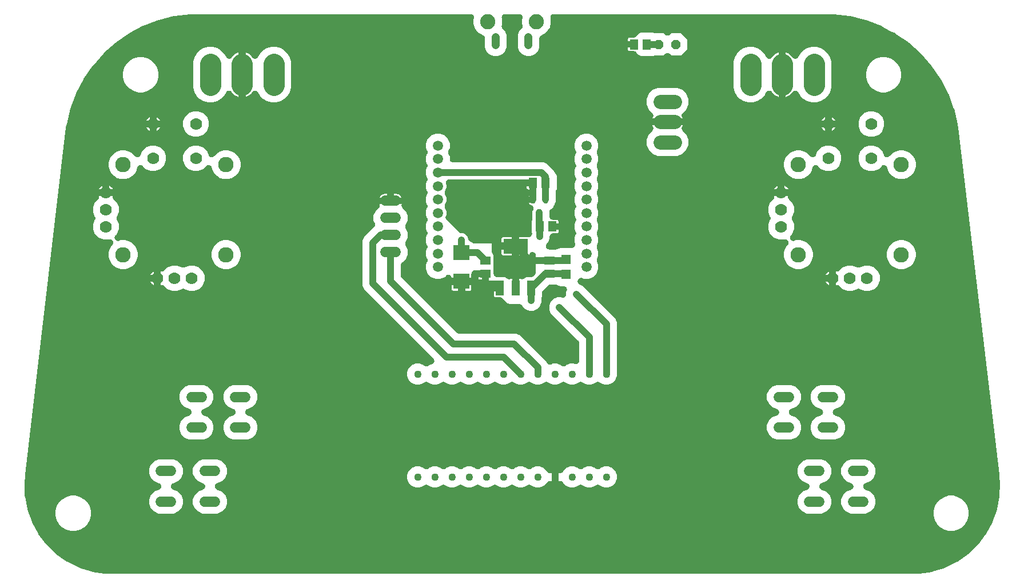
<source format=gbr>
G04 EAGLE Gerber RS-274X export*
G75*
%MOMM*%
%FSLAX34Y34*%
%LPD*%
%INBottom Copper*%
%IPPOS*%
%AMOC8*
5,1,8,0,0,1.08239X$1,22.5*%
G01*
%ADD10C,2.286000*%
%ADD11C,1.778000*%
%ADD12C,1.108000*%
%ADD13C,1.508000*%
%ADD14C,1.524000*%
%ADD15C,3.116000*%
%ADD16R,1.219200X2.235200*%
%ADD17R,3.600000X2.200000*%
%ADD18C,0.322400*%
%ADD19R,1.300000X1.500000*%
%ADD20R,1.500000X1.300000*%
%ADD21C,2.100000*%
%ADD22C,2.250000*%
%ADD23C,1.208000*%
%ADD24P,1.429621X8X22.500000*%
%ADD25R,1.397000X1.447800*%
%ADD26R,2.413000X2.260600*%
%ADD27C,0.756400*%
%ADD28C,1.000000*%

G36*
X592985Y-424834D02*
X592985Y-424834D01*
X593094Y-424836D01*
X602640Y-424469D01*
X602664Y-424467D01*
X602690Y-424467D01*
X603212Y-424414D01*
X622079Y-421496D01*
X622197Y-421470D01*
X622317Y-421453D01*
X622560Y-421390D01*
X622696Y-421360D01*
X622752Y-421340D01*
X622825Y-421321D01*
X641024Y-415554D01*
X641137Y-415510D01*
X641253Y-415475D01*
X641483Y-415376D01*
X641614Y-415325D01*
X641666Y-415297D01*
X641735Y-415267D01*
X658839Y-406786D01*
X658944Y-406725D01*
X659053Y-406673D01*
X659266Y-406539D01*
X659386Y-406470D01*
X659433Y-406434D01*
X659497Y-406394D01*
X675104Y-395398D01*
X675198Y-395322D01*
X675298Y-395254D01*
X675488Y-395089D01*
X675597Y-395002D01*
X675638Y-394959D01*
X675695Y-394910D01*
X689437Y-381658D01*
X689519Y-381568D01*
X689607Y-381486D01*
X689770Y-381294D01*
X689864Y-381191D01*
X689898Y-381143D01*
X689947Y-381085D01*
X701502Y-365888D01*
X701569Y-365787D01*
X701644Y-365692D01*
X701775Y-365478D01*
X701852Y-365362D01*
X701879Y-365309D01*
X701918Y-365244D01*
X711015Y-348460D01*
X711066Y-348350D01*
X711125Y-348244D01*
X711222Y-348013D01*
X711281Y-347886D01*
X711299Y-347830D01*
X711328Y-347760D01*
X717752Y-329782D01*
X717786Y-329666D01*
X717828Y-329553D01*
X717889Y-329309D01*
X717927Y-329175D01*
X717936Y-329116D01*
X717954Y-329043D01*
X721556Y-310294D01*
X721571Y-310174D01*
X721596Y-310056D01*
X721618Y-309806D01*
X721636Y-309667D01*
X721636Y-309608D01*
X721642Y-309533D01*
X722336Y-290454D01*
X722335Y-290429D01*
X722337Y-290404D01*
X722324Y-289879D01*
X721572Y-280356D01*
X721560Y-280274D01*
X721553Y-280165D01*
X721201Y-277171D01*
X661583Y229583D01*
X661571Y229649D01*
X661563Y229733D01*
X659842Y241321D01*
X659815Y241448D01*
X659755Y241767D01*
X654228Y264525D01*
X654216Y264563D01*
X654209Y264603D01*
X654050Y265103D01*
X645814Y287026D01*
X645797Y287063D01*
X645785Y287101D01*
X645567Y287579D01*
X634741Y308346D01*
X634720Y308381D01*
X634703Y308417D01*
X634429Y308865D01*
X621173Y328172D01*
X621149Y328204D01*
X621127Y328238D01*
X620801Y328649D01*
X605309Y346213D01*
X605281Y346241D01*
X605256Y346273D01*
X604882Y346642D01*
X587381Y362204D01*
X587350Y362229D01*
X587321Y362257D01*
X586906Y362578D01*
X567652Y375912D01*
X567618Y375933D01*
X567586Y375957D01*
X567135Y376226D01*
X560983Y379464D01*
X551486Y384463D01*
X551486Y384464D01*
X546411Y387135D01*
X546375Y387151D01*
X546340Y387172D01*
X545860Y387384D01*
X523970Y395709D01*
X523932Y395721D01*
X523895Y395737D01*
X523392Y395890D01*
X500657Y401508D01*
X500617Y401516D01*
X500579Y401527D01*
X500061Y401618D01*
X476813Y404448D01*
X476684Y404455D01*
X476361Y404482D01*
X464651Y404837D01*
X464585Y404835D01*
X464500Y404839D01*
X61477Y404839D01*
X61271Y404826D01*
X61064Y404822D01*
X60955Y404806D01*
X60846Y404799D01*
X60643Y404760D01*
X60439Y404730D01*
X60333Y404701D01*
X60226Y404680D01*
X60029Y404616D01*
X59830Y404560D01*
X59729Y404518D01*
X59625Y404483D01*
X59438Y404395D01*
X59247Y404314D01*
X59153Y404260D01*
X59054Y404213D01*
X58879Y404101D01*
X58701Y403997D01*
X58614Y403931D01*
X58521Y403872D01*
X58363Y403739D01*
X58198Y403614D01*
X58120Y403537D01*
X58036Y403467D01*
X57896Y403315D01*
X57748Y403170D01*
X57681Y403084D01*
X57606Y403003D01*
X57486Y402836D01*
X57358Y402673D01*
X57302Y402579D01*
X57238Y402490D01*
X57140Y402308D01*
X57033Y402130D01*
X56989Y402030D01*
X56937Y401934D01*
X56863Y401740D01*
X56780Y401551D01*
X56749Y401446D01*
X56710Y401344D01*
X56660Y401143D01*
X56602Y400945D01*
X56584Y400836D01*
X56558Y400730D01*
X56534Y400525D01*
X56501Y400321D01*
X56497Y400211D01*
X56485Y400103D01*
X56487Y399896D01*
X56480Y399689D01*
X56490Y399580D01*
X56492Y399470D01*
X56520Y399266D01*
X56539Y399060D01*
X56565Y398937D01*
X56578Y398844D01*
X56610Y398726D01*
X56648Y398546D01*
X57251Y396298D01*
X57251Y390702D01*
X55803Y385297D01*
X53005Y380452D01*
X49048Y376495D01*
X44203Y373697D01*
X43996Y373642D01*
X43841Y373590D01*
X43684Y373548D01*
X43543Y373489D01*
X43397Y373440D01*
X43250Y373369D01*
X43100Y373307D01*
X42966Y373231D01*
X42828Y373164D01*
X42692Y373075D01*
X42550Y372995D01*
X42427Y372903D01*
X42299Y372819D01*
X42175Y372714D01*
X42044Y372616D01*
X41934Y372509D01*
X41817Y372410D01*
X41708Y372289D01*
X41590Y372176D01*
X41495Y372056D01*
X41391Y371943D01*
X41297Y371809D01*
X41196Y371682D01*
X41116Y371551D01*
X41028Y371426D01*
X40951Y371282D01*
X40866Y371142D01*
X40804Y371002D01*
X40732Y370867D01*
X40675Y370715D01*
X40608Y370566D01*
X40563Y370419D01*
X40509Y370275D01*
X40472Y370117D01*
X40424Y369961D01*
X40399Y369810D01*
X40363Y369661D01*
X40346Y369498D01*
X40318Y369338D01*
X40309Y369154D01*
X40296Y369032D01*
X40297Y368939D01*
X40291Y368813D01*
X40291Y355269D01*
X37849Y349374D01*
X33336Y344861D01*
X27441Y342419D01*
X21059Y342419D01*
X15164Y344861D01*
X10651Y349374D01*
X8209Y355269D01*
X8209Y373731D01*
X10651Y379626D01*
X14183Y383158D01*
X14276Y383264D01*
X14377Y383363D01*
X14485Y383501D01*
X14601Y383632D01*
X14680Y383749D01*
X14767Y383860D01*
X14857Y384011D01*
X14955Y384156D01*
X15019Y384282D01*
X15092Y384403D01*
X15162Y384563D01*
X15241Y384719D01*
X15289Y384853D01*
X15345Y384982D01*
X15395Y385150D01*
X15453Y385315D01*
X15484Y385452D01*
X15524Y385588D01*
X15551Y385761D01*
X15589Y385932D01*
X15602Y386073D01*
X15624Y386212D01*
X15630Y386387D01*
X15645Y386562D01*
X15640Y386703D01*
X15645Y386844D01*
X15629Y387018D01*
X15622Y387193D01*
X15599Y387333D01*
X15586Y387473D01*
X15541Y387685D01*
X15519Y387817D01*
X15497Y387890D01*
X15477Y387987D01*
X14749Y390702D01*
X14749Y396298D01*
X15352Y398546D01*
X15393Y398749D01*
X15442Y398950D01*
X15455Y399058D01*
X15476Y399166D01*
X15491Y399372D01*
X15515Y399577D01*
X15514Y399687D01*
X15522Y399796D01*
X15511Y400003D01*
X15508Y400210D01*
X15493Y400318D01*
X15487Y400427D01*
X15450Y400631D01*
X15422Y400836D01*
X15393Y400942D01*
X15374Y401049D01*
X15311Y401246D01*
X15257Y401446D01*
X15215Y401547D01*
X15182Y401652D01*
X15095Y401839D01*
X15017Y402030D01*
X14963Y402126D01*
X14916Y402225D01*
X14807Y402400D01*
X14704Y402580D01*
X14639Y402668D01*
X14580Y402760D01*
X14449Y402920D01*
X14325Y403086D01*
X14249Y403164D01*
X14179Y403249D01*
X14029Y403391D01*
X13885Y403540D01*
X13800Y403608D01*
X13720Y403683D01*
X13553Y403805D01*
X13391Y403934D01*
X13298Y403992D01*
X13210Y404056D01*
X13029Y404156D01*
X12852Y404264D01*
X12752Y404308D01*
X12656Y404361D01*
X12464Y404438D01*
X12275Y404522D01*
X12170Y404554D01*
X12069Y404594D01*
X11868Y404646D01*
X11670Y404706D01*
X11562Y404724D01*
X11456Y404751D01*
X11251Y404777D01*
X11047Y404812D01*
X10922Y404818D01*
X10829Y404830D01*
X10706Y404830D01*
X10523Y404839D01*
X-10523Y404839D01*
X-10729Y404826D01*
X-10936Y404822D01*
X-11045Y404806D01*
X-11154Y404799D01*
X-11357Y404760D01*
X-11561Y404730D01*
X-11667Y404701D01*
X-11774Y404680D01*
X-11971Y404616D01*
X-12170Y404560D01*
X-12271Y404518D01*
X-12375Y404483D01*
X-12562Y404395D01*
X-12753Y404314D01*
X-12847Y404260D01*
X-12946Y404213D01*
X-13121Y404101D01*
X-13299Y403997D01*
X-13386Y403931D01*
X-13479Y403872D01*
X-13637Y403739D01*
X-13802Y403614D01*
X-13880Y403537D01*
X-13964Y403467D01*
X-14104Y403315D01*
X-14252Y403170D01*
X-14319Y403084D01*
X-14394Y403003D01*
X-14514Y402836D01*
X-14642Y402673D01*
X-14698Y402579D01*
X-14762Y402490D01*
X-14860Y402308D01*
X-14967Y402130D01*
X-15011Y402030D01*
X-15063Y401934D01*
X-15137Y401740D01*
X-15220Y401551D01*
X-15251Y401446D01*
X-15290Y401344D01*
X-15340Y401143D01*
X-15398Y400945D01*
X-15416Y400836D01*
X-15442Y400730D01*
X-15466Y400525D01*
X-15499Y400321D01*
X-15503Y400211D01*
X-15515Y400103D01*
X-15513Y399896D01*
X-15520Y399689D01*
X-15510Y399580D01*
X-15508Y399470D01*
X-15480Y399266D01*
X-15461Y399060D01*
X-15435Y398937D01*
X-15422Y398844D01*
X-15390Y398726D01*
X-15352Y398546D01*
X-14749Y396298D01*
X-14749Y390702D01*
X-15477Y387987D01*
X-15505Y387848D01*
X-15542Y387712D01*
X-15567Y387539D01*
X-15602Y387367D01*
X-15612Y387226D01*
X-15632Y387087D01*
X-15634Y386911D01*
X-15647Y386737D01*
X-15639Y386596D01*
X-15642Y386455D01*
X-15622Y386280D01*
X-15613Y386106D01*
X-15587Y385967D01*
X-15572Y385826D01*
X-15530Y385656D01*
X-15499Y385484D01*
X-15456Y385349D01*
X-15423Y385212D01*
X-15361Y385048D01*
X-15307Y384881D01*
X-15248Y384753D01*
X-15198Y384621D01*
X-15115Y384467D01*
X-15042Y384308D01*
X-14967Y384188D01*
X-14900Y384064D01*
X-14799Y383921D01*
X-14706Y383773D01*
X-14616Y383664D01*
X-14534Y383548D01*
X-14389Y383387D01*
X-14305Y383284D01*
X-14250Y383232D01*
X-14183Y383158D01*
X-10651Y379626D01*
X-8209Y373731D01*
X-8209Y355269D01*
X-10651Y349374D01*
X-15164Y344861D01*
X-21059Y342419D01*
X-27441Y342419D01*
X-33336Y344861D01*
X-37849Y349374D01*
X-40291Y355269D01*
X-40291Y368813D01*
X-40301Y368976D01*
X-40301Y369139D01*
X-40321Y369291D01*
X-40331Y369444D01*
X-40361Y369604D01*
X-40382Y369766D01*
X-40421Y369914D01*
X-40450Y370065D01*
X-40501Y370220D01*
X-40542Y370378D01*
X-40599Y370520D01*
X-40647Y370666D01*
X-40717Y370813D01*
X-40777Y370964D01*
X-40852Y371098D01*
X-40917Y371237D01*
X-41006Y371374D01*
X-41085Y371517D01*
X-41175Y371640D01*
X-41258Y371769D01*
X-41363Y371894D01*
X-41459Y372026D01*
X-41565Y372136D01*
X-41663Y372254D01*
X-41783Y372365D01*
X-41895Y372483D01*
X-42014Y372580D01*
X-42127Y372684D01*
X-42259Y372779D01*
X-42386Y372882D01*
X-42516Y372963D01*
X-42640Y373053D01*
X-42783Y373130D01*
X-42922Y373216D01*
X-43062Y373280D01*
X-43196Y373353D01*
X-43349Y373412D01*
X-43497Y373480D01*
X-43671Y373536D01*
X-43786Y373581D01*
X-43876Y373603D01*
X-43996Y373642D01*
X-44203Y373697D01*
X-49048Y376495D01*
X-53005Y380452D01*
X-55803Y385297D01*
X-57251Y390702D01*
X-57251Y396298D01*
X-56648Y398546D01*
X-56607Y398749D01*
X-56558Y398950D01*
X-56545Y399058D01*
X-56524Y399166D01*
X-56509Y399372D01*
X-56485Y399577D01*
X-56486Y399687D01*
X-56478Y399796D01*
X-56489Y400003D01*
X-56492Y400210D01*
X-56507Y400318D01*
X-56513Y400427D01*
X-56550Y400631D01*
X-56578Y400836D01*
X-56607Y400942D01*
X-56626Y401049D01*
X-56689Y401246D01*
X-56743Y401446D01*
X-56785Y401547D01*
X-56818Y401652D01*
X-56905Y401839D01*
X-56983Y402030D01*
X-57037Y402126D01*
X-57084Y402225D01*
X-57193Y402400D01*
X-57296Y402580D01*
X-57361Y402668D01*
X-57420Y402760D01*
X-57551Y402920D01*
X-57675Y403086D01*
X-57751Y403164D01*
X-57821Y403249D01*
X-57971Y403391D01*
X-58115Y403540D01*
X-58200Y403608D01*
X-58280Y403683D01*
X-58447Y403805D01*
X-58609Y403934D01*
X-58702Y403992D01*
X-58790Y404056D01*
X-58971Y404156D01*
X-59148Y404264D01*
X-59248Y404308D01*
X-59344Y404361D01*
X-59536Y404438D01*
X-59725Y404522D01*
X-59830Y404554D01*
X-59931Y404594D01*
X-60132Y404646D01*
X-60330Y404706D01*
X-60438Y404724D01*
X-60544Y404751D01*
X-60749Y404777D01*
X-60953Y404812D01*
X-61078Y404818D01*
X-61171Y404830D01*
X-61294Y404830D01*
X-61477Y404839D01*
X-464500Y404839D01*
X-464566Y404835D01*
X-464652Y404837D01*
X-476361Y404482D01*
X-476490Y404470D01*
X-476814Y404448D01*
X-500062Y401618D01*
X-500102Y401610D01*
X-500141Y401607D01*
X-500657Y401508D01*
X-523392Y395890D01*
X-523431Y395878D01*
X-523470Y395870D01*
X-523970Y395709D01*
X-545860Y387384D01*
X-545897Y387367D01*
X-545935Y387355D01*
X-546412Y387135D01*
X-567135Y376226D01*
X-567169Y376205D01*
X-567206Y376188D01*
X-567424Y376053D01*
X-567546Y375984D01*
X-567592Y375950D01*
X-567653Y375912D01*
X-586906Y362578D01*
X-586938Y362553D01*
X-586971Y362532D01*
X-587193Y362355D01*
X-587305Y362271D01*
X-587338Y362239D01*
X-587382Y362204D01*
X-604882Y346642D01*
X-604911Y346613D01*
X-604942Y346588D01*
X-605309Y346213D01*
X-620801Y328650D01*
X-620826Y328618D01*
X-620854Y328589D01*
X-621173Y328172D01*
X-634429Y308865D01*
X-634450Y308831D01*
X-634474Y308799D01*
X-634741Y308347D01*
X-645567Y287580D01*
X-645583Y287543D01*
X-645603Y287508D01*
X-645813Y287027D01*
X-654050Y265104D01*
X-654062Y265065D01*
X-654078Y265028D01*
X-654228Y264525D01*
X-659755Y241767D01*
X-659778Y241640D01*
X-659842Y241322D01*
X-661563Y229734D01*
X-661568Y229668D01*
X-661583Y229584D01*
X-721201Y-277171D01*
X-721553Y-280165D01*
X-721558Y-280248D01*
X-721572Y-280356D01*
X-722324Y-289879D01*
X-722324Y-289904D01*
X-722327Y-289929D01*
X-722336Y-290454D01*
X-721642Y-309533D01*
X-721630Y-309653D01*
X-721628Y-309774D01*
X-721593Y-310023D01*
X-721579Y-310162D01*
X-721566Y-310219D01*
X-721556Y-310294D01*
X-717954Y-329043D01*
X-717924Y-329160D01*
X-717903Y-329279D01*
X-717831Y-329520D01*
X-717796Y-329655D01*
X-717774Y-329710D01*
X-717752Y-329782D01*
X-711328Y-347760D01*
X-711280Y-347871D01*
X-711241Y-347986D01*
X-711133Y-348212D01*
X-711078Y-348340D01*
X-711048Y-348391D01*
X-711015Y-348460D01*
X-701918Y-365244D01*
X-701854Y-365347D01*
X-701798Y-365454D01*
X-701656Y-365662D01*
X-701582Y-365780D01*
X-701545Y-365825D01*
X-701502Y-365888D01*
X-689947Y-381085D01*
X-689867Y-381177D01*
X-689796Y-381274D01*
X-689624Y-381457D01*
X-689533Y-381563D01*
X-689489Y-381602D01*
X-689437Y-381658D01*
X-675695Y-394910D01*
X-675603Y-394988D01*
X-675517Y-395073D01*
X-675320Y-395228D01*
X-675213Y-395319D01*
X-675163Y-395351D01*
X-675104Y-395398D01*
X-659497Y-406394D01*
X-659394Y-406457D01*
X-659296Y-406528D01*
X-659078Y-406651D01*
X-658959Y-406724D01*
X-658905Y-406749D01*
X-658839Y-406786D01*
X-641735Y-415267D01*
X-641624Y-415314D01*
X-641516Y-415369D01*
X-641281Y-415457D01*
X-641152Y-415511D01*
X-641095Y-415527D01*
X-641024Y-415554D01*
X-622825Y-421321D01*
X-622708Y-421350D01*
X-622593Y-421389D01*
X-622348Y-421440D01*
X-622212Y-421474D01*
X-622153Y-421481D01*
X-622079Y-421496D01*
X-603212Y-424414D01*
X-603187Y-424416D01*
X-603163Y-424422D01*
X-602640Y-424469D01*
X-593094Y-424836D01*
X-593012Y-424834D01*
X-592902Y-424839D01*
X592902Y-424839D01*
X592985Y-424834D01*
G37*
%LPC*%
G36*
X-142791Y-144341D02*
X-142791Y-144341D01*
X-148503Y-141975D01*
X-152875Y-137603D01*
X-155241Y-131891D01*
X-155241Y-125709D01*
X-152875Y-119997D01*
X-148503Y-115625D01*
X-142791Y-113259D01*
X-136609Y-113259D01*
X-130897Y-115625D01*
X-130535Y-115987D01*
X-130396Y-116109D01*
X-130264Y-116239D01*
X-130159Y-116318D01*
X-130061Y-116405D01*
X-129907Y-116509D01*
X-129760Y-116620D01*
X-129646Y-116686D01*
X-129537Y-116760D01*
X-129372Y-116843D01*
X-129212Y-116935D01*
X-129091Y-116986D01*
X-128974Y-117045D01*
X-128799Y-117107D01*
X-128629Y-117179D01*
X-128502Y-117213D01*
X-128378Y-117258D01*
X-128198Y-117297D01*
X-128019Y-117346D01*
X-127889Y-117365D01*
X-127761Y-117393D01*
X-127577Y-117410D01*
X-127393Y-117436D01*
X-127262Y-117438D01*
X-127131Y-117450D01*
X-126946Y-117443D01*
X-126761Y-117446D01*
X-126631Y-117431D01*
X-126500Y-117426D01*
X-126317Y-117396D01*
X-126133Y-117376D01*
X-126006Y-117345D01*
X-125876Y-117323D01*
X-125699Y-117270D01*
X-125519Y-117227D01*
X-125396Y-117180D01*
X-125270Y-117143D01*
X-125101Y-117068D01*
X-124928Y-117002D01*
X-124812Y-116940D01*
X-124692Y-116887D01*
X-124534Y-116791D01*
X-124371Y-116704D01*
X-124264Y-116628D01*
X-124151Y-116560D01*
X-124006Y-116445D01*
X-123855Y-116338D01*
X-123741Y-116236D01*
X-123655Y-116168D01*
X-123579Y-116090D01*
X-123465Y-115987D01*
X-123103Y-115625D01*
X-118409Y-113681D01*
X-118213Y-113585D01*
X-118014Y-113497D01*
X-117930Y-113446D01*
X-117841Y-113403D01*
X-117660Y-113283D01*
X-117473Y-113170D01*
X-117396Y-113109D01*
X-117314Y-113055D01*
X-117148Y-112913D01*
X-116978Y-112778D01*
X-116909Y-112707D01*
X-116834Y-112643D01*
X-116688Y-112482D01*
X-116535Y-112326D01*
X-116476Y-112248D01*
X-116410Y-112174D01*
X-116285Y-111996D01*
X-116154Y-111822D01*
X-116105Y-111737D01*
X-116048Y-111656D01*
X-115948Y-111463D01*
X-115839Y-111274D01*
X-115801Y-111183D01*
X-115755Y-111096D01*
X-115680Y-110892D01*
X-115596Y-110691D01*
X-115569Y-110596D01*
X-115535Y-110503D01*
X-115486Y-110291D01*
X-115428Y-110081D01*
X-115414Y-109984D01*
X-115392Y-109888D01*
X-115369Y-109671D01*
X-115338Y-109456D01*
X-115337Y-109357D01*
X-115327Y-109259D01*
X-115332Y-109042D01*
X-115329Y-108824D01*
X-115339Y-108726D01*
X-115342Y-108627D01*
X-115374Y-108412D01*
X-115399Y-108195D01*
X-115422Y-108100D01*
X-115437Y-108002D01*
X-115496Y-107793D01*
X-115547Y-107581D01*
X-115582Y-107489D01*
X-115609Y-107394D01*
X-115695Y-107194D01*
X-115772Y-106990D01*
X-115819Y-106904D01*
X-115857Y-106813D01*
X-115968Y-106625D01*
X-116070Y-106433D01*
X-116127Y-106353D01*
X-116177Y-106267D01*
X-116310Y-106095D01*
X-116436Y-105917D01*
X-116511Y-105834D01*
X-116563Y-105767D01*
X-116654Y-105675D01*
X-116787Y-105527D01*
X-219227Y-3087D01*
X-221511Y2426D01*
X-221511Y68774D01*
X-219227Y74287D01*
X-204404Y89110D01*
X-204303Y89225D01*
X-204195Y89332D01*
X-204095Y89461D01*
X-203986Y89585D01*
X-203901Y89711D01*
X-203807Y89831D01*
X-203724Y89972D01*
X-203631Y90108D01*
X-203563Y90244D01*
X-203485Y90375D01*
X-203420Y90525D01*
X-203346Y90672D01*
X-203295Y90815D01*
X-203234Y90955D01*
X-203188Y91113D01*
X-203133Y91267D01*
X-203101Y91415D01*
X-203058Y91562D01*
X-203033Y91724D01*
X-202998Y91884D01*
X-202984Y92036D01*
X-202961Y92186D01*
X-202956Y92350D01*
X-202941Y92514D01*
X-202947Y92666D01*
X-202943Y92818D01*
X-202959Y92981D01*
X-202965Y93146D01*
X-202990Y93296D01*
X-203004Y93447D01*
X-203041Y93607D01*
X-203068Y93769D01*
X-203111Y93915D01*
X-203145Y94064D01*
X-203212Y94252D01*
X-203248Y94375D01*
X-203283Y94452D01*
X-203320Y94558D01*
X-205241Y99195D01*
X-205241Y106205D01*
X-202558Y112681D01*
X-197581Y117659D01*
X-197559Y117683D01*
X-197535Y117705D01*
X-197350Y117920D01*
X-197163Y118133D01*
X-197145Y118160D01*
X-197124Y118184D01*
X-196968Y118421D01*
X-196808Y118656D01*
X-196794Y118685D01*
X-196776Y118712D01*
X-196651Y118967D01*
X-196522Y119220D01*
X-196512Y119251D01*
X-196497Y119280D01*
X-196405Y119549D01*
X-196310Y119816D01*
X-196303Y119847D01*
X-196293Y119878D01*
X-196235Y120156D01*
X-196175Y120433D01*
X-196172Y120465D01*
X-196165Y120497D01*
X-196144Y120779D01*
X-196118Y121063D01*
X-196119Y121095D01*
X-196117Y121127D01*
X-196131Y121411D01*
X-196141Y121694D01*
X-196147Y121726D01*
X-196148Y121758D01*
X-196198Y122038D01*
X-196244Y122318D01*
X-196254Y122349D01*
X-196259Y122380D01*
X-196344Y122652D01*
X-196425Y122924D01*
X-196438Y122953D01*
X-196448Y122984D01*
X-196500Y123101D01*
X-180000Y123101D01*
X-163496Y123101D01*
X-163590Y122883D01*
X-163598Y122852D01*
X-163611Y122823D01*
X-163686Y122548D01*
X-163765Y122276D01*
X-163770Y122244D01*
X-163779Y122213D01*
X-163819Y121930D01*
X-163863Y121652D01*
X-163864Y121620D01*
X-163868Y121587D01*
X-163873Y121302D01*
X-163881Y121020D01*
X-163877Y120988D01*
X-163878Y120955D01*
X-163846Y120672D01*
X-163819Y120391D01*
X-163812Y120359D01*
X-163808Y120327D01*
X-163741Y120051D01*
X-163678Y119774D01*
X-163667Y119744D01*
X-163659Y119713D01*
X-163558Y119448D01*
X-163460Y119181D01*
X-163446Y119152D01*
X-163434Y119122D01*
X-163300Y118872D01*
X-163170Y118620D01*
X-163152Y118593D01*
X-163136Y118565D01*
X-162972Y118332D01*
X-162811Y118099D01*
X-162789Y118075D01*
X-162771Y118049D01*
X-162419Y117659D01*
X-157442Y112681D01*
X-154759Y106205D01*
X-154759Y99195D01*
X-157776Y91913D01*
X-157814Y91800D01*
X-157862Y91691D01*
X-157916Y91501D01*
X-157980Y91315D01*
X-158004Y91198D01*
X-158037Y91083D01*
X-158068Y90889D01*
X-158107Y90696D01*
X-158116Y90577D01*
X-158135Y90459D01*
X-158141Y90262D01*
X-158156Y90066D01*
X-158150Y89946D01*
X-158153Y89827D01*
X-158134Y89631D01*
X-158124Y89434D01*
X-158103Y89317D01*
X-158091Y89198D01*
X-158048Y89006D01*
X-158013Y88812D01*
X-157977Y88698D01*
X-157951Y88582D01*
X-157866Y88343D01*
X-157824Y88209D01*
X-157800Y88156D01*
X-157776Y88087D01*
X-154759Y80805D01*
X-154759Y73795D01*
X-157776Y66513D01*
X-157814Y66400D01*
X-157862Y66291D01*
X-157916Y66101D01*
X-157980Y65915D01*
X-158004Y65798D01*
X-158037Y65683D01*
X-158068Y65489D01*
X-158107Y65296D01*
X-158116Y65177D01*
X-158135Y65059D01*
X-158141Y64862D01*
X-158156Y64666D01*
X-158150Y64546D01*
X-158153Y64427D01*
X-158134Y64231D01*
X-158124Y64034D01*
X-158103Y63917D01*
X-158091Y63798D01*
X-158048Y63606D01*
X-158013Y63412D01*
X-157977Y63298D01*
X-157951Y63182D01*
X-157866Y62943D01*
X-157824Y62809D01*
X-157800Y62756D01*
X-157776Y62687D01*
X-154759Y55405D01*
X-154759Y48395D01*
X-157442Y41919D01*
X-162471Y36889D01*
X-162481Y36885D01*
X-162608Y36801D01*
X-162740Y36726D01*
X-162871Y36627D01*
X-163008Y36537D01*
X-163124Y36438D01*
X-163246Y36347D01*
X-163364Y36232D01*
X-163488Y36125D01*
X-163590Y36013D01*
X-163700Y35907D01*
X-163802Y35778D01*
X-163912Y35657D01*
X-163999Y35532D01*
X-164094Y35413D01*
X-164180Y35273D01*
X-164274Y35138D01*
X-164344Y35003D01*
X-164424Y34873D01*
X-164491Y34724D01*
X-164567Y34578D01*
X-164620Y34435D01*
X-164682Y34297D01*
X-164730Y34140D01*
X-164787Y33986D01*
X-164822Y33837D01*
X-164866Y33692D01*
X-164893Y33530D01*
X-164931Y33370D01*
X-164946Y33219D01*
X-164972Y33069D01*
X-164982Y32870D01*
X-164995Y32741D01*
X-164993Y32656D01*
X-164999Y32544D01*
X-164999Y17584D01*
X-164992Y17465D01*
X-164994Y17346D01*
X-164972Y17150D01*
X-164959Y16953D01*
X-164937Y16836D01*
X-164924Y16718D01*
X-164877Y16526D01*
X-164840Y16333D01*
X-164803Y16219D01*
X-164775Y16103D01*
X-164705Y15919D01*
X-164643Y15732D01*
X-164592Y15624D01*
X-164550Y15513D01*
X-164457Y15339D01*
X-164373Y15161D01*
X-164308Y15060D01*
X-164252Y14955D01*
X-164138Y14795D01*
X-164032Y14628D01*
X-163955Y14537D01*
X-163886Y14440D01*
X-163716Y14251D01*
X-163627Y14143D01*
X-163584Y14104D01*
X-163535Y14049D01*
X-82151Y-67335D01*
X-82061Y-67414D01*
X-81978Y-67500D01*
X-81824Y-67623D01*
X-81676Y-67753D01*
X-81578Y-67820D01*
X-81484Y-67894D01*
X-81316Y-67997D01*
X-81153Y-68107D01*
X-81047Y-68161D01*
X-80945Y-68224D01*
X-80765Y-68304D01*
X-80589Y-68393D01*
X-80477Y-68433D01*
X-80368Y-68482D01*
X-80179Y-68539D01*
X-79994Y-68606D01*
X-79878Y-68631D01*
X-79763Y-68666D01*
X-79569Y-68699D01*
X-79377Y-68741D01*
X-79258Y-68752D01*
X-79140Y-68772D01*
X-78886Y-68785D01*
X-78747Y-68798D01*
X-78689Y-68795D01*
X-78616Y-68799D01*
X6084Y-68799D01*
X11597Y-71083D01*
X50817Y-110303D01*
X51354Y-111599D01*
X51435Y-111765D01*
X51508Y-111935D01*
X51574Y-112049D01*
X51632Y-112166D01*
X51734Y-112321D01*
X51827Y-112480D01*
X51908Y-112584D01*
X51980Y-112694D01*
X52100Y-112835D01*
X52213Y-112981D01*
X52306Y-113074D01*
X52391Y-113174D01*
X52528Y-113298D01*
X52659Y-113429D01*
X52763Y-113510D01*
X52860Y-113598D01*
X53012Y-113704D01*
X53158Y-113817D01*
X53271Y-113884D01*
X53379Y-113959D01*
X53543Y-114045D01*
X53702Y-114139D01*
X53822Y-114192D01*
X53939Y-114253D01*
X54112Y-114317D01*
X54282Y-114390D01*
X54408Y-114427D01*
X54531Y-114473D01*
X54711Y-114515D01*
X54889Y-114566D01*
X55019Y-114586D01*
X55147Y-114616D01*
X55331Y-114635D01*
X55514Y-114664D01*
X55645Y-114668D01*
X55776Y-114681D01*
X55961Y-114677D01*
X56145Y-114682D01*
X56276Y-114669D01*
X56408Y-114666D01*
X56590Y-114638D01*
X56775Y-114620D01*
X56903Y-114591D01*
X57032Y-114571D01*
X57210Y-114521D01*
X57391Y-114480D01*
X57535Y-114428D01*
X57640Y-114398D01*
X57741Y-114356D01*
X57886Y-114304D01*
X60409Y-113259D01*
X66591Y-113259D01*
X72303Y-115625D01*
X72665Y-115987D01*
X72804Y-116109D01*
X72936Y-116239D01*
X73041Y-116318D01*
X73139Y-116405D01*
X73293Y-116509D01*
X73440Y-116620D01*
X73554Y-116686D01*
X73663Y-116760D01*
X73828Y-116843D01*
X73988Y-116935D01*
X74109Y-116986D01*
X74226Y-117045D01*
X74401Y-117107D01*
X74571Y-117179D01*
X74698Y-117213D01*
X74822Y-117258D01*
X75002Y-117297D01*
X75181Y-117346D01*
X75311Y-117365D01*
X75439Y-117393D01*
X75623Y-117410D01*
X75807Y-117436D01*
X75938Y-117438D01*
X76069Y-117450D01*
X76254Y-117443D01*
X76439Y-117446D01*
X76569Y-117431D01*
X76700Y-117426D01*
X76883Y-117396D01*
X77067Y-117376D01*
X77194Y-117345D01*
X77324Y-117323D01*
X77501Y-117270D01*
X77681Y-117227D01*
X77804Y-117180D01*
X77930Y-117143D01*
X78099Y-117068D01*
X78272Y-117002D01*
X78388Y-116940D01*
X78508Y-116887D01*
X78666Y-116791D01*
X78829Y-116704D01*
X78936Y-116628D01*
X79049Y-116560D01*
X79194Y-116445D01*
X79345Y-116338D01*
X79459Y-116236D01*
X79545Y-116168D01*
X79621Y-116090D01*
X79735Y-115987D01*
X80097Y-115625D01*
X85809Y-113259D01*
X91991Y-113259D01*
X92387Y-113423D01*
X92593Y-113494D01*
X92796Y-113572D01*
X92892Y-113596D01*
X92985Y-113628D01*
X93198Y-113672D01*
X93410Y-113724D01*
X93507Y-113735D01*
X93604Y-113755D01*
X93821Y-113772D01*
X94037Y-113797D01*
X94136Y-113796D01*
X94234Y-113803D01*
X94452Y-113792D01*
X94670Y-113790D01*
X94767Y-113777D01*
X94866Y-113772D01*
X95080Y-113733D01*
X95296Y-113704D01*
X95391Y-113678D01*
X95488Y-113661D01*
X95696Y-113595D01*
X95906Y-113539D01*
X95997Y-113501D01*
X96091Y-113472D01*
X96289Y-113381D01*
X96490Y-113298D01*
X96576Y-113250D01*
X96666Y-113209D01*
X96851Y-113094D01*
X97040Y-112986D01*
X97119Y-112927D01*
X97203Y-112875D01*
X97372Y-112737D01*
X97546Y-112607D01*
X97616Y-112538D01*
X97693Y-112476D01*
X97843Y-112318D01*
X98000Y-112167D01*
X98061Y-112090D01*
X98129Y-112019D01*
X98258Y-111844D01*
X98394Y-111673D01*
X98446Y-111589D01*
X98504Y-111510D01*
X98610Y-111320D01*
X98724Y-111134D01*
X98764Y-111044D01*
X98812Y-110958D01*
X98893Y-110755D01*
X98982Y-110557D01*
X99011Y-110463D01*
X99047Y-110371D01*
X99103Y-110160D01*
X99166Y-109952D01*
X99182Y-109855D01*
X99207Y-109759D01*
X99235Y-109544D01*
X99272Y-109329D01*
X99278Y-109216D01*
X99288Y-109133D01*
X99289Y-109004D01*
X99299Y-108804D01*
X99299Y-82584D01*
X99292Y-82465D01*
X99294Y-82346D01*
X99272Y-82150D01*
X99259Y-81953D01*
X99237Y-81836D01*
X99224Y-81718D01*
X99177Y-81526D01*
X99140Y-81333D01*
X99103Y-81219D01*
X99075Y-81103D01*
X99005Y-80919D01*
X98943Y-80732D01*
X98892Y-80624D01*
X98850Y-80513D01*
X98757Y-80339D01*
X98673Y-80161D01*
X98608Y-80060D01*
X98552Y-79955D01*
X98438Y-79795D01*
X98332Y-79628D01*
X98255Y-79537D01*
X98186Y-79440D01*
X98016Y-79251D01*
X97927Y-79143D01*
X97884Y-79104D01*
X97835Y-79049D01*
X57283Y-38497D01*
X54999Y-32984D01*
X54999Y-27016D01*
X57283Y-21503D01*
X61503Y-17283D01*
X67016Y-14999D01*
X72984Y-14999D01*
X73087Y-15042D01*
X73293Y-15112D01*
X73496Y-15191D01*
X73592Y-15215D01*
X73685Y-15246D01*
X73898Y-15290D01*
X74110Y-15343D01*
X74207Y-15354D01*
X74304Y-15374D01*
X74521Y-15390D01*
X74737Y-15416D01*
X74836Y-15415D01*
X74934Y-15422D01*
X75152Y-15411D01*
X75370Y-15409D01*
X75467Y-15395D01*
X75566Y-15390D01*
X75780Y-15352D01*
X75996Y-15322D01*
X76091Y-15297D01*
X76188Y-15279D01*
X76396Y-15214D01*
X76606Y-15158D01*
X76697Y-15120D01*
X76791Y-15091D01*
X76989Y-15000D01*
X77190Y-14917D01*
X77276Y-14868D01*
X77366Y-14827D01*
X77551Y-14712D01*
X77740Y-14605D01*
X77819Y-14546D01*
X77903Y-14494D01*
X78072Y-14356D01*
X78246Y-14226D01*
X78316Y-14157D01*
X78393Y-14095D01*
X78543Y-13937D01*
X78700Y-13786D01*
X78761Y-13709D01*
X78829Y-13637D01*
X78958Y-13462D01*
X79094Y-13292D01*
X79146Y-13208D01*
X79204Y-13129D01*
X79310Y-12939D01*
X79424Y-12752D01*
X79464Y-12662D01*
X79512Y-12576D01*
X79593Y-12375D01*
X79682Y-12176D01*
X79711Y-12081D01*
X79747Y-11990D01*
X79802Y-11779D01*
X79866Y-11571D01*
X79882Y-11474D01*
X79907Y-11378D01*
X79935Y-11162D01*
X79972Y-10948D01*
X79978Y-10835D01*
X79988Y-10751D01*
X79989Y-10622D01*
X79999Y-10423D01*
X79999Y-7016D01*
X80698Y-5328D01*
X80769Y-5122D01*
X80847Y-4919D01*
X80871Y-4823D01*
X80903Y-4730D01*
X80947Y-4517D01*
X80999Y-4305D01*
X81010Y-4208D01*
X81030Y-4111D01*
X81047Y-3894D01*
X81072Y-3678D01*
X81071Y-3579D01*
X81079Y-3481D01*
X81068Y-3263D01*
X81065Y-3045D01*
X81052Y-2948D01*
X81047Y-2849D01*
X81009Y-2635D01*
X80979Y-2419D01*
X80953Y-2324D01*
X80936Y-2227D01*
X80871Y-2019D01*
X80814Y-1809D01*
X80777Y-1718D01*
X80747Y-1624D01*
X80656Y-1426D01*
X80574Y-1225D01*
X80525Y-1139D01*
X80484Y-1049D01*
X80369Y-864D01*
X80261Y-675D01*
X80202Y-596D01*
X80150Y-512D01*
X80013Y-343D01*
X79882Y-169D01*
X79813Y-98D01*
X79751Y-22D01*
X79594Y128D01*
X79442Y285D01*
X79365Y346D01*
X79294Y414D01*
X79119Y543D01*
X78948Y679D01*
X78864Y731D01*
X78785Y789D01*
X78595Y895D01*
X78409Y1009D01*
X78319Y1049D01*
X78233Y1097D01*
X78031Y1178D01*
X77832Y1267D01*
X77738Y1296D01*
X77646Y1333D01*
X77436Y1388D01*
X77227Y1451D01*
X77130Y1467D01*
X77035Y1492D01*
X76819Y1520D01*
X76604Y1557D01*
X76492Y1563D01*
X76408Y1574D01*
X76279Y1574D01*
X76080Y1584D01*
X71026Y1584D01*
X67016Y3245D01*
X66924Y3307D01*
X66818Y3361D01*
X66716Y3424D01*
X66536Y3504D01*
X66360Y3593D01*
X66248Y3633D01*
X66139Y3682D01*
X65950Y3739D01*
X65765Y3806D01*
X65649Y3831D01*
X65534Y3866D01*
X65340Y3899D01*
X65148Y3941D01*
X65029Y3952D01*
X64911Y3972D01*
X64657Y3985D01*
X64518Y3998D01*
X64460Y3995D01*
X64387Y3999D01*
X56386Y3999D01*
X56267Y3992D01*
X56148Y3994D01*
X55952Y3972D01*
X55755Y3959D01*
X55638Y3937D01*
X55520Y3924D01*
X55328Y3877D01*
X55135Y3840D01*
X55021Y3803D01*
X54905Y3775D01*
X54721Y3705D01*
X54534Y3643D01*
X54426Y3592D01*
X54315Y3550D01*
X54141Y3457D01*
X53963Y3373D01*
X53862Y3308D01*
X53757Y3252D01*
X53597Y3138D01*
X53430Y3032D01*
X53339Y2955D01*
X53242Y2886D01*
X53053Y2716D01*
X52945Y2627D01*
X52906Y2584D01*
X52851Y2535D01*
X45675Y-4641D01*
X45596Y-4731D01*
X45510Y-4814D01*
X45387Y-4968D01*
X45257Y-5116D01*
X45190Y-5214D01*
X45116Y-5308D01*
X45013Y-5476D01*
X44903Y-5639D01*
X44849Y-5745D01*
X44786Y-5847D01*
X44706Y-6027D01*
X44617Y-6203D01*
X44577Y-6315D01*
X44528Y-6424D01*
X44471Y-6613D01*
X44404Y-6798D01*
X44379Y-6914D01*
X44344Y-7029D01*
X44311Y-7223D01*
X44269Y-7415D01*
X44258Y-7534D01*
X44238Y-7652D01*
X44225Y-7906D01*
X44212Y-8045D01*
X44215Y-8103D01*
X44211Y-8176D01*
X44211Y-14153D01*
X43637Y-15540D01*
X43608Y-15622D01*
X43573Y-15700D01*
X43506Y-15920D01*
X43432Y-16138D01*
X43415Y-16222D01*
X43389Y-16305D01*
X43351Y-16532D01*
X43305Y-16757D01*
X43298Y-16843D01*
X43284Y-16928D01*
X43266Y-17261D01*
X43256Y-17387D01*
X43258Y-17416D01*
X43256Y-17453D01*
X43256Y-22615D01*
X40972Y-28129D01*
X36753Y-32348D01*
X31239Y-34632D01*
X25271Y-34632D01*
X19758Y-32348D01*
X15382Y-27972D01*
X15371Y-27950D01*
X15313Y-27810D01*
X15232Y-27667D01*
X15160Y-27519D01*
X15076Y-27392D01*
X15001Y-27260D01*
X14903Y-27129D01*
X14812Y-26991D01*
X14713Y-26876D01*
X14622Y-26754D01*
X14508Y-26636D01*
X14401Y-26512D01*
X14288Y-26410D01*
X14182Y-26300D01*
X14054Y-26198D01*
X13932Y-26088D01*
X13807Y-26001D01*
X13688Y-25906D01*
X13548Y-25820D01*
X13413Y-25726D01*
X13279Y-25656D01*
X13149Y-25576D01*
X12999Y-25509D01*
X12853Y-25433D01*
X12711Y-25380D01*
X12572Y-25318D01*
X12415Y-25270D01*
X12261Y-25213D01*
X12113Y-25178D01*
X11967Y-25134D01*
X11805Y-25107D01*
X11645Y-25069D01*
X11494Y-25054D01*
X11344Y-25028D01*
X11145Y-25018D01*
X11016Y-25005D01*
X10932Y-25007D01*
X10820Y-25001D01*
X-2984Y-25001D01*
X-8497Y-22717D01*
X-12794Y-18420D01*
X-15045Y-16169D01*
X-15135Y-16090D01*
X-15218Y-16004D01*
X-15372Y-15881D01*
X-15520Y-15751D01*
X-15618Y-15684D01*
X-15712Y-15610D01*
X-15880Y-15507D01*
X-16043Y-15397D01*
X-16149Y-15343D01*
X-16251Y-15280D01*
X-16431Y-15200D01*
X-16607Y-15111D01*
X-16719Y-15071D01*
X-16828Y-15022D01*
X-17017Y-14965D01*
X-17202Y-14898D01*
X-17319Y-14873D01*
X-17433Y-14838D01*
X-17627Y-14805D01*
X-17819Y-14763D01*
X-17938Y-14752D01*
X-18056Y-14732D01*
X-18310Y-14719D01*
X-18449Y-14706D01*
X-18507Y-14709D01*
X-18580Y-14705D01*
X-24460Y-14705D01*
X-24951Y-14607D01*
X-25414Y-14416D01*
X-25830Y-14138D01*
X-26184Y-13784D01*
X-26462Y-13368D01*
X-26653Y-12905D01*
X-26751Y-12414D01*
X-26751Y-5987D01*
X-25000Y-5987D01*
X-24815Y-5976D01*
X-24630Y-5974D01*
X-24500Y-5956D01*
X-24369Y-5947D01*
X-24188Y-5913D01*
X-24004Y-5887D01*
X-23878Y-5853D01*
X-23748Y-5828D01*
X-23572Y-5771D01*
X-23394Y-5722D01*
X-23273Y-5673D01*
X-23148Y-5632D01*
X-22980Y-5552D01*
X-22810Y-5482D01*
X-22695Y-5417D01*
X-22577Y-5361D01*
X-22421Y-5261D01*
X-22260Y-5170D01*
X-22155Y-5091D01*
X-22044Y-5020D01*
X-21902Y-4901D01*
X-21754Y-4790D01*
X-21660Y-4699D01*
X-21559Y-4615D01*
X-21433Y-4479D01*
X-21300Y-4351D01*
X-21218Y-4248D01*
X-21129Y-4152D01*
X-21021Y-4001D01*
X-20906Y-3857D01*
X-20837Y-3744D01*
X-20761Y-3638D01*
X-20673Y-3475D01*
X-20576Y-3317D01*
X-20523Y-3197D01*
X-20460Y-3082D01*
X-20394Y-2909D01*
X-20318Y-2740D01*
X-20280Y-2615D01*
X-20232Y-2492D01*
X-20188Y-2313D01*
X-20134Y-2136D01*
X-20112Y-2006D01*
X-20081Y-1879D01*
X-20059Y-1695D01*
X-20028Y-1512D01*
X-20020Y-1359D01*
X-20008Y-1251D01*
X-20008Y-1250D01*
X-20009Y-1142D01*
X-20001Y-988D01*
X-20012Y-803D01*
X-20014Y-618D01*
X-20032Y-488D01*
X-20041Y-357D01*
X-20076Y-175D01*
X-20101Y8D01*
X-20135Y135D01*
X-20160Y264D01*
X-20218Y440D01*
X-20266Y618D01*
X-20316Y739D01*
X-20357Y865D01*
X-20436Y1032D01*
X-20506Y1203D01*
X-20571Y1317D01*
X-20627Y1436D01*
X-20727Y1592D01*
X-20818Y1752D01*
X-20897Y1857D01*
X-20968Y1968D01*
X-21087Y2110D01*
X-21198Y2258D01*
X-21289Y2352D01*
X-21373Y2453D01*
X-21509Y2579D01*
X-21638Y2712D01*
X-21740Y2794D01*
X-21837Y2883D01*
X-21987Y2991D01*
X-22131Y3107D01*
X-22244Y3175D01*
X-22350Y3251D01*
X-22513Y3339D01*
X-22671Y3436D01*
X-22791Y3490D01*
X-22906Y3552D01*
X-23079Y3619D01*
X-23248Y3694D01*
X-23373Y3732D01*
X-23496Y3780D01*
X-23676Y3824D01*
X-23853Y3878D01*
X-23982Y3900D01*
X-24110Y3932D01*
X-24293Y3953D01*
X-24476Y3984D01*
X-24629Y3992D01*
X-24737Y4005D01*
X-24846Y4003D01*
X-25000Y4011D01*
X-27659Y4011D01*
X-27718Y4104D01*
X-27816Y4221D01*
X-27905Y4344D01*
X-28018Y4463D01*
X-28123Y4589D01*
X-28235Y4693D01*
X-28339Y4803D01*
X-28466Y4908D01*
X-28587Y5019D01*
X-28710Y5108D01*
X-28828Y5204D01*
X-28967Y5292D01*
X-29100Y5387D01*
X-29234Y5460D01*
X-29363Y5541D01*
X-29543Y5627D01*
X-29656Y5688D01*
X-29735Y5718D01*
X-29837Y5767D01*
X-33497Y7283D01*
X-36209Y9995D01*
X-36299Y10074D01*
X-36338Y10114D01*
X-36373Y10157D01*
X-36374Y10157D01*
X-36416Y10196D01*
X-36465Y10251D01*
X-36653Y10417D01*
X-36837Y10587D01*
X-36890Y10625D01*
X-36939Y10669D01*
X-37147Y10810D01*
X-37350Y10955D01*
X-37408Y10986D01*
X-37463Y11023D01*
X-37687Y11137D01*
X-37907Y11256D01*
X-37968Y11279D01*
X-38027Y11309D01*
X-38262Y11393D01*
X-38496Y11484D01*
X-38560Y11499D01*
X-38622Y11521D01*
X-38866Y11575D01*
X-39110Y11635D01*
X-39175Y11643D01*
X-39239Y11657D01*
X-39489Y11679D01*
X-39738Y11708D01*
X-39803Y11708D01*
X-39869Y11713D01*
X-40120Y11704D01*
X-40370Y11701D01*
X-40435Y11693D01*
X-40500Y11690D01*
X-40748Y11649D01*
X-40996Y11615D01*
X-41059Y11598D01*
X-41124Y11587D01*
X-41364Y11516D01*
X-41572Y11459D01*
X-47750Y11459D01*
X-48241Y11557D01*
X-48704Y11748D01*
X-49120Y12026D01*
X-49474Y12380D01*
X-49752Y12796D01*
X-49943Y13259D01*
X-50041Y13750D01*
X-50041Y19887D01*
X-50050Y20039D01*
X-50050Y20191D01*
X-50070Y20354D01*
X-50081Y20518D01*
X-50109Y20668D01*
X-50128Y20819D01*
X-50169Y20978D01*
X-50200Y21139D01*
X-50247Y21284D01*
X-50285Y21431D01*
X-50345Y21584D01*
X-50397Y21740D01*
X-50462Y21877D01*
X-50518Y22019D01*
X-50597Y22162D01*
X-50667Y22311D01*
X-50750Y22439D01*
X-50823Y22572D01*
X-50919Y22705D01*
X-51008Y22843D01*
X-51106Y22960D01*
X-51195Y23083D01*
X-51308Y23202D01*
X-51413Y23328D01*
X-51525Y23432D01*
X-51629Y23542D01*
X-51756Y23647D01*
X-51877Y23758D01*
X-52000Y23847D01*
X-52118Y23944D01*
X-52257Y24031D01*
X-52390Y24127D01*
X-52524Y24199D01*
X-52653Y24280D01*
X-52833Y24366D01*
X-52946Y24427D01*
X-53025Y24458D01*
X-53127Y24506D01*
X-53482Y24653D01*
X-53688Y24723D01*
X-53891Y24802D01*
X-53987Y24826D01*
X-54080Y24858D01*
X-54293Y24901D01*
X-54505Y24954D01*
X-54603Y24965D01*
X-54699Y24985D01*
X-54916Y25002D01*
X-55132Y25027D01*
X-55231Y25026D01*
X-55329Y25033D01*
X-55547Y25022D01*
X-55765Y25020D01*
X-55862Y25006D01*
X-55961Y25002D01*
X-56175Y24963D01*
X-56391Y24933D01*
X-56486Y24908D01*
X-56583Y24890D01*
X-56791Y24825D01*
X-57001Y24769D01*
X-57092Y24731D01*
X-57186Y24702D01*
X-57384Y24611D01*
X-57585Y24528D01*
X-57671Y24479D01*
X-57761Y24438D01*
X-57946Y24323D01*
X-58135Y24216D01*
X-58214Y24157D01*
X-58298Y24105D01*
X-58467Y23967D01*
X-58641Y23837D01*
X-58712Y23768D01*
X-58788Y23706D01*
X-58938Y23548D01*
X-59095Y23397D01*
X-59156Y23320D01*
X-59224Y23248D01*
X-59353Y23073D01*
X-59489Y22903D01*
X-59541Y22819D01*
X-59599Y22740D01*
X-59705Y22550D01*
X-59819Y22363D01*
X-59859Y22273D01*
X-59907Y22187D01*
X-59988Y21986D01*
X-60077Y21787D01*
X-60106Y21692D01*
X-60142Y21601D01*
X-60197Y21390D01*
X-60261Y21182D01*
X-60277Y21085D01*
X-60302Y20989D01*
X-60330Y20774D01*
X-60367Y20559D01*
X-60373Y20446D01*
X-60383Y20362D01*
X-60384Y20234D01*
X-60394Y20034D01*
X-60394Y14315D01*
X-74348Y14315D01*
X-74533Y14303D01*
X-74718Y14301D01*
X-74848Y14283D01*
X-74979Y14275D01*
X-75014Y14268D01*
X-75127Y14287D01*
X-75281Y14295D01*
X-75389Y14308D01*
X-75498Y14307D01*
X-75652Y14315D01*
X-89681Y14315D01*
X-89693Y14377D01*
X-89734Y14625D01*
X-89753Y14688D01*
X-89765Y14752D01*
X-89843Y14991D01*
X-89915Y15230D01*
X-89941Y15290D01*
X-89962Y15353D01*
X-90069Y15580D01*
X-90170Y15808D01*
X-90204Y15865D01*
X-90232Y15924D01*
X-90368Y16135D01*
X-90497Y16350D01*
X-90538Y16401D01*
X-90573Y16456D01*
X-90734Y16649D01*
X-90889Y16845D01*
X-90936Y16891D01*
X-90978Y16942D01*
X-91162Y17112D01*
X-91341Y17287D01*
X-91393Y17327D01*
X-91442Y17372D01*
X-91645Y17518D01*
X-91845Y17669D01*
X-91902Y17702D01*
X-91955Y17740D01*
X-92176Y17859D01*
X-92393Y17984D01*
X-92454Y18009D01*
X-92511Y18040D01*
X-92745Y18131D01*
X-92976Y18227D01*
X-93040Y18245D01*
X-93101Y18268D01*
X-93344Y18328D01*
X-93586Y18395D01*
X-93651Y18404D01*
X-93715Y18420D01*
X-93963Y18449D01*
X-94211Y18484D01*
X-94277Y18485D01*
X-94342Y18493D01*
X-94592Y18490D01*
X-94843Y18494D01*
X-94909Y18487D01*
X-94975Y18486D01*
X-95222Y18452D01*
X-95472Y18424D01*
X-95536Y18409D01*
X-95601Y18400D01*
X-95842Y18335D01*
X-96086Y18276D01*
X-96148Y18252D01*
X-96211Y18235D01*
X-96442Y18140D01*
X-96677Y18050D01*
X-96735Y18019D01*
X-96795Y17994D01*
X-97013Y17871D01*
X-97234Y17753D01*
X-97288Y17715D01*
X-97345Y17682D01*
X-97545Y17532D01*
X-97750Y17387D01*
X-97805Y17338D01*
X-97851Y17303D01*
X-97951Y17206D01*
X-98140Y17036D01*
X-100046Y15130D01*
X-106493Y12459D01*
X-113471Y12459D01*
X-119918Y15130D01*
X-124852Y20064D01*
X-127523Y26511D01*
X-127523Y33489D01*
X-125618Y38087D01*
X-125580Y38200D01*
X-125532Y38309D01*
X-125477Y38499D01*
X-125414Y38685D01*
X-125390Y38802D01*
X-125357Y38917D01*
X-125326Y39111D01*
X-125286Y39304D01*
X-125277Y39423D01*
X-125259Y39541D01*
X-125253Y39738D01*
X-125238Y39934D01*
X-125244Y40054D01*
X-125241Y40173D01*
X-125260Y40369D01*
X-125270Y40566D01*
X-125291Y40683D01*
X-125302Y40802D01*
X-125346Y40994D01*
X-125381Y41188D01*
X-125417Y41302D01*
X-125443Y41418D01*
X-125528Y41657D01*
X-125570Y41791D01*
X-125594Y41844D01*
X-125618Y41913D01*
X-127523Y46511D01*
X-127523Y53489D01*
X-125618Y58087D01*
X-125580Y58200D01*
X-125532Y58309D01*
X-125477Y58499D01*
X-125414Y58685D01*
X-125390Y58802D01*
X-125357Y58917D01*
X-125326Y59111D01*
X-125286Y59304D01*
X-125277Y59423D01*
X-125259Y59541D01*
X-125253Y59738D01*
X-125238Y59934D01*
X-125244Y60054D01*
X-125241Y60173D01*
X-125260Y60369D01*
X-125270Y60566D01*
X-125291Y60683D01*
X-125302Y60802D01*
X-125346Y60994D01*
X-125381Y61188D01*
X-125417Y61302D01*
X-125443Y61418D01*
X-125528Y61657D01*
X-125539Y61693D01*
X-125539Y61694D01*
X-125570Y61791D01*
X-125594Y61844D01*
X-125618Y61913D01*
X-127523Y66511D01*
X-127523Y73489D01*
X-125618Y78087D01*
X-125580Y78200D01*
X-125532Y78309D01*
X-125477Y78499D01*
X-125414Y78685D01*
X-125390Y78802D01*
X-125357Y78917D01*
X-125326Y79111D01*
X-125286Y79304D01*
X-125277Y79423D01*
X-125259Y79541D01*
X-125253Y79738D01*
X-125238Y79934D01*
X-125244Y80054D01*
X-125241Y80173D01*
X-125260Y80369D01*
X-125270Y80566D01*
X-125291Y80683D01*
X-125302Y80802D01*
X-125346Y80994D01*
X-125381Y81188D01*
X-125417Y81302D01*
X-125443Y81418D01*
X-125528Y81657D01*
X-125536Y81684D01*
X-125538Y81691D01*
X-125539Y81694D01*
X-125570Y81791D01*
X-125594Y81844D01*
X-125618Y81913D01*
X-127523Y86511D01*
X-127523Y93489D01*
X-125618Y98087D01*
X-125580Y98200D01*
X-125532Y98309D01*
X-125477Y98499D01*
X-125414Y98685D01*
X-125390Y98802D01*
X-125357Y98917D01*
X-125326Y99111D01*
X-125286Y99304D01*
X-125277Y99423D01*
X-125259Y99541D01*
X-125253Y99738D01*
X-125238Y99934D01*
X-125244Y100054D01*
X-125241Y100173D01*
X-125260Y100369D01*
X-125270Y100566D01*
X-125291Y100683D01*
X-125302Y100802D01*
X-125346Y100994D01*
X-125381Y101188D01*
X-125417Y101302D01*
X-125443Y101418D01*
X-125528Y101657D01*
X-125533Y101673D01*
X-125537Y101688D01*
X-125539Y101694D01*
X-125570Y101791D01*
X-125594Y101844D01*
X-125618Y101913D01*
X-127523Y106511D01*
X-127523Y113489D01*
X-125618Y118087D01*
X-125580Y118200D01*
X-125532Y118309D01*
X-125477Y118499D01*
X-125414Y118685D01*
X-125390Y118802D01*
X-125357Y118917D01*
X-125326Y119111D01*
X-125286Y119304D01*
X-125277Y119423D01*
X-125259Y119541D01*
X-125253Y119738D01*
X-125238Y119934D01*
X-125244Y120054D01*
X-125241Y120173D01*
X-125260Y120369D01*
X-125270Y120566D01*
X-125291Y120683D01*
X-125302Y120802D01*
X-125346Y120994D01*
X-125381Y121188D01*
X-125417Y121302D01*
X-125443Y121418D01*
X-125528Y121657D01*
X-125530Y121663D01*
X-125535Y121685D01*
X-125539Y121694D01*
X-125570Y121791D01*
X-125594Y121844D01*
X-125618Y121913D01*
X-127523Y126511D01*
X-127523Y133489D01*
X-125618Y138087D01*
X-125580Y138200D01*
X-125532Y138309D01*
X-125477Y138499D01*
X-125414Y138685D01*
X-125390Y138802D01*
X-125357Y138917D01*
X-125326Y139111D01*
X-125286Y139304D01*
X-125277Y139423D01*
X-125259Y139541D01*
X-125253Y139738D01*
X-125238Y139934D01*
X-125244Y140054D01*
X-125241Y140173D01*
X-125260Y140369D01*
X-125270Y140566D01*
X-125291Y140683D01*
X-125302Y140802D01*
X-125346Y140994D01*
X-125381Y141188D01*
X-125417Y141302D01*
X-125443Y141418D01*
X-125527Y141655D01*
X-125534Y141682D01*
X-125539Y141695D01*
X-125570Y141791D01*
X-125594Y141844D01*
X-125618Y141913D01*
X-127523Y146511D01*
X-127523Y153489D01*
X-125618Y158087D01*
X-125580Y158200D01*
X-125532Y158309D01*
X-125477Y158499D01*
X-125414Y158685D01*
X-125390Y158802D01*
X-125357Y158917D01*
X-125326Y159111D01*
X-125286Y159304D01*
X-125277Y159423D01*
X-125259Y159541D01*
X-125253Y159738D01*
X-125238Y159934D01*
X-125244Y160054D01*
X-125241Y160173D01*
X-125260Y160369D01*
X-125270Y160566D01*
X-125291Y160683D01*
X-125302Y160802D01*
X-125346Y160994D01*
X-125381Y161188D01*
X-125417Y161302D01*
X-125443Y161418D01*
X-125525Y161650D01*
X-125533Y161679D01*
X-125539Y161694D01*
X-125570Y161791D01*
X-125594Y161844D01*
X-125618Y161913D01*
X-127523Y166511D01*
X-127523Y173489D01*
X-125618Y178087D01*
X-125580Y178200D01*
X-125532Y178309D01*
X-125477Y178499D01*
X-125414Y178685D01*
X-125390Y178802D01*
X-125357Y178917D01*
X-125326Y179111D01*
X-125286Y179304D01*
X-125277Y179423D01*
X-125259Y179541D01*
X-125253Y179738D01*
X-125238Y179934D01*
X-125244Y180054D01*
X-125241Y180173D01*
X-125260Y180369D01*
X-125270Y180566D01*
X-125291Y180683D01*
X-125302Y180802D01*
X-125346Y180994D01*
X-125381Y181188D01*
X-125417Y181302D01*
X-125443Y181418D01*
X-125523Y181645D01*
X-125532Y181676D01*
X-125539Y181695D01*
X-125570Y181791D01*
X-125594Y181844D01*
X-125618Y181913D01*
X-127523Y186511D01*
X-127523Y193489D01*
X-125618Y198087D01*
X-125580Y198200D01*
X-125532Y198309D01*
X-125477Y198499D01*
X-125414Y198685D01*
X-125390Y198802D01*
X-125357Y198917D01*
X-125326Y199111D01*
X-125286Y199304D01*
X-125277Y199423D01*
X-125259Y199541D01*
X-125253Y199738D01*
X-125238Y199934D01*
X-125244Y200054D01*
X-125241Y200173D01*
X-125260Y200369D01*
X-125270Y200566D01*
X-125291Y200683D01*
X-125302Y200802D01*
X-125346Y200994D01*
X-125381Y201188D01*
X-125417Y201302D01*
X-125443Y201418D01*
X-125521Y201640D01*
X-125530Y201673D01*
X-125539Y201695D01*
X-125570Y201791D01*
X-125594Y201844D01*
X-125618Y201913D01*
X-127523Y206511D01*
X-127523Y213489D01*
X-124852Y219936D01*
X-119918Y224870D01*
X-113471Y227541D01*
X-106493Y227541D01*
X-100046Y224870D01*
X-95112Y219936D01*
X-92441Y213489D01*
X-92441Y206511D01*
X-94346Y201913D01*
X-94384Y201800D01*
X-94432Y201691D01*
X-94465Y201577D01*
X-94467Y201571D01*
X-94470Y201557D01*
X-94487Y201501D01*
X-94550Y201315D01*
X-94574Y201198D01*
X-94607Y201083D01*
X-94638Y200889D01*
X-94678Y200696D01*
X-94687Y200577D01*
X-94705Y200459D01*
X-94711Y200262D01*
X-94726Y200066D01*
X-94720Y199946D01*
X-94723Y199827D01*
X-94704Y199631D01*
X-94694Y199434D01*
X-94673Y199317D01*
X-94662Y199198D01*
X-94618Y199006D01*
X-94583Y198812D01*
X-94547Y198698D01*
X-94521Y198582D01*
X-94436Y198343D01*
X-94394Y198209D01*
X-94370Y198156D01*
X-94346Y198087D01*
X-92441Y193489D01*
X-92441Y190000D01*
X-92430Y189815D01*
X-92428Y189630D01*
X-92410Y189500D01*
X-92401Y189369D01*
X-92366Y189188D01*
X-92341Y189004D01*
X-92307Y188878D01*
X-92282Y188748D01*
X-92224Y188572D01*
X-92176Y188394D01*
X-92126Y188273D01*
X-92085Y188148D01*
X-92006Y187980D01*
X-91936Y187810D01*
X-91871Y187695D01*
X-91815Y187577D01*
X-91715Y187421D01*
X-91624Y187260D01*
X-91545Y187155D01*
X-91474Y187044D01*
X-91355Y186902D01*
X-91244Y186754D01*
X-91153Y186660D01*
X-91069Y186559D01*
X-90933Y186433D01*
X-90804Y186300D01*
X-90702Y186218D01*
X-90605Y186129D01*
X-90455Y186021D01*
X-90311Y185906D01*
X-90198Y185837D01*
X-90092Y185761D01*
X-89929Y185673D01*
X-89771Y185576D01*
X-89651Y185523D01*
X-89536Y185460D01*
X-89363Y185394D01*
X-89194Y185318D01*
X-89069Y185280D01*
X-88946Y185232D01*
X-88766Y185188D01*
X-88589Y185134D01*
X-88460Y185112D01*
X-88332Y185081D01*
X-88149Y185059D01*
X-87966Y185028D01*
X-87813Y185020D01*
X-87705Y185008D01*
X-87596Y185009D01*
X-87442Y185001D01*
X46351Y185001D01*
X51864Y182717D01*
X62217Y172364D01*
X63207Y169974D01*
X63245Y169897D01*
X63276Y169816D01*
X63384Y169613D01*
X63485Y169407D01*
X63533Y169335D01*
X63574Y169258D01*
X63707Y169071D01*
X63833Y168879D01*
X63889Y168813D01*
X63939Y168743D01*
X64162Y168496D01*
X64244Y168399D01*
X64266Y168379D01*
X64291Y168352D01*
X64478Y168165D01*
X66001Y164489D01*
X66001Y145511D01*
X64881Y142808D01*
X64853Y142726D01*
X64818Y142647D01*
X64751Y142427D01*
X64677Y142210D01*
X64659Y142125D01*
X64634Y142042D01*
X64596Y141816D01*
X64549Y141591D01*
X64543Y141505D01*
X64528Y141419D01*
X64511Y141086D01*
X64501Y140961D01*
X64503Y140931D01*
X64501Y140895D01*
X64501Y126766D01*
X62217Y121253D01*
X61949Y120985D01*
X61892Y120920D01*
X61829Y120861D01*
X61684Y120683D01*
X61532Y120511D01*
X61483Y120439D01*
X61428Y120372D01*
X61306Y120178D01*
X61177Y119988D01*
X61138Y119910D01*
X61092Y119837D01*
X60949Y119537D01*
X60891Y119424D01*
X60881Y119396D01*
X60866Y119363D01*
X60833Y119284D01*
X57473Y115924D01*
X57392Y115871D01*
X57260Y115796D01*
X57128Y115697D01*
X56991Y115607D01*
X56876Y115508D01*
X56754Y115417D01*
X56636Y115302D01*
X56512Y115195D01*
X56410Y115082D01*
X56300Y114977D01*
X56198Y114848D01*
X56088Y114727D01*
X56001Y114602D01*
X55906Y114483D01*
X55820Y114342D01*
X55726Y114208D01*
X55656Y114073D01*
X55576Y113943D01*
X55509Y113793D01*
X55433Y113648D01*
X55380Y113505D01*
X55318Y113366D01*
X55270Y113210D01*
X55213Y113055D01*
X55178Y112907D01*
X55134Y112762D01*
X55107Y112600D01*
X55069Y112440D01*
X55054Y112289D01*
X55028Y112139D01*
X55018Y111940D01*
X55005Y111811D01*
X55007Y111726D01*
X55001Y111614D01*
X55001Y105312D01*
X55006Y105226D01*
X55004Y105140D01*
X55026Y104911D01*
X55041Y104681D01*
X55057Y104597D01*
X55065Y104511D01*
X55117Y104287D01*
X55160Y104061D01*
X55187Y103979D01*
X55206Y103894D01*
X55317Y103580D01*
X55357Y103460D01*
X55369Y103433D01*
X55381Y103399D01*
X55494Y103127D01*
X55560Y102992D01*
X55602Y102891D01*
X55602Y102890D01*
X55619Y102850D01*
X55700Y102707D01*
X55772Y102560D01*
X55856Y102433D01*
X55931Y102300D01*
X56030Y102169D01*
X56120Y102032D01*
X56219Y101916D01*
X56310Y101794D01*
X56424Y101677D01*
X56531Y101552D01*
X56644Y101450D01*
X56750Y101340D01*
X56878Y101238D01*
X57000Y101128D01*
X57125Y101041D01*
X57244Y100946D01*
X57384Y100860D01*
X57519Y100766D01*
X57654Y100696D01*
X57784Y100616D01*
X57933Y100549D01*
X58079Y100473D01*
X58221Y100420D01*
X58360Y100358D01*
X58517Y100310D01*
X58671Y100253D01*
X58819Y100218D01*
X58965Y100174D01*
X59127Y100147D01*
X59287Y100109D01*
X59438Y100094D01*
X59588Y100068D01*
X59787Y100058D01*
X59915Y100045D01*
X60000Y100047D01*
X60113Y100041D01*
X66250Y100041D01*
X66741Y99943D01*
X67204Y99752D01*
X67620Y99474D01*
X67974Y99120D01*
X68252Y98704D01*
X68443Y98241D01*
X68541Y97750D01*
X68541Y94999D01*
X62000Y94999D01*
X61815Y94988D01*
X61630Y94986D01*
X61500Y94968D01*
X61369Y94959D01*
X61188Y94925D01*
X61004Y94899D01*
X60878Y94865D01*
X60748Y94840D01*
X60572Y94783D01*
X60394Y94734D01*
X60273Y94685D01*
X60148Y94644D01*
X59980Y94564D01*
X59810Y94494D01*
X59695Y94429D01*
X59577Y94373D01*
X59421Y94273D01*
X59260Y94182D01*
X59155Y94103D01*
X59044Y94032D01*
X58902Y93913D01*
X58754Y93802D01*
X58660Y93711D01*
X58559Y93627D01*
X58433Y93491D01*
X58300Y93363D01*
X58218Y93260D01*
X58129Y93164D01*
X58021Y93013D01*
X57906Y92869D01*
X57837Y92756D01*
X57761Y92650D01*
X57673Y92487D01*
X57576Y92329D01*
X57523Y92209D01*
X57460Y92094D01*
X57394Y91921D01*
X57318Y91752D01*
X57280Y91627D01*
X57232Y91504D01*
X57188Y91325D01*
X57134Y91148D01*
X57112Y91018D01*
X57081Y90891D01*
X57059Y90707D01*
X57028Y90524D01*
X57020Y90371D01*
X57008Y90263D01*
X57009Y90154D01*
X57001Y90000D01*
X57012Y89815D01*
X57014Y89630D01*
X57032Y89500D01*
X57041Y89369D01*
X57076Y89187D01*
X57101Y89004D01*
X57135Y88877D01*
X57160Y88748D01*
X57218Y88572D01*
X57266Y88394D01*
X57316Y88273D01*
X57357Y88148D01*
X57436Y87980D01*
X57506Y87809D01*
X57571Y87695D01*
X57627Y87576D01*
X57727Y87420D01*
X57818Y87260D01*
X57897Y87155D01*
X57968Y87044D01*
X58087Y86902D01*
X58198Y86754D01*
X58289Y86660D01*
X58373Y86559D01*
X58509Y86433D01*
X58638Y86300D01*
X58740Y86218D01*
X58837Y86129D01*
X58987Y86021D01*
X59131Y85906D01*
X59244Y85837D01*
X59350Y85761D01*
X59513Y85673D01*
X59671Y85576D01*
X59791Y85522D01*
X59906Y85460D01*
X60079Y85393D01*
X60248Y85318D01*
X60373Y85280D01*
X60496Y85232D01*
X60676Y85188D01*
X60853Y85134D01*
X60982Y85112D01*
X61110Y85081D01*
X61293Y85059D01*
X61476Y85028D01*
X61629Y85020D01*
X61737Y85007D01*
X61846Y85009D01*
X62000Y85001D01*
X68541Y85001D01*
X68541Y82250D01*
X68443Y81759D01*
X68252Y81296D01*
X67974Y80880D01*
X67620Y80526D01*
X67204Y80248D01*
X66741Y80057D01*
X66250Y79959D01*
X60500Y79959D01*
X60315Y79948D01*
X60130Y79946D01*
X60000Y79928D01*
X59869Y79919D01*
X59688Y79884D01*
X59504Y79859D01*
X59378Y79825D01*
X59248Y79800D01*
X59072Y79742D01*
X58894Y79694D01*
X58773Y79644D01*
X58648Y79603D01*
X58480Y79524D01*
X58310Y79454D01*
X58195Y79389D01*
X58077Y79333D01*
X57921Y79233D01*
X57760Y79142D01*
X57655Y79063D01*
X57544Y78992D01*
X57402Y78873D01*
X57254Y78762D01*
X57160Y78671D01*
X57059Y78587D01*
X56933Y78451D01*
X56800Y78322D01*
X56718Y78220D01*
X56629Y78123D01*
X56521Y77973D01*
X56406Y77829D01*
X56337Y77716D01*
X56261Y77610D01*
X56173Y77447D01*
X56076Y77289D01*
X56023Y77169D01*
X55960Y77054D01*
X55894Y76881D01*
X55818Y76712D01*
X55780Y76587D01*
X55732Y76464D01*
X55688Y76284D01*
X55634Y76107D01*
X55612Y75978D01*
X55581Y75850D01*
X55559Y75667D01*
X55528Y75484D01*
X55520Y75331D01*
X55508Y75223D01*
X55509Y75113D01*
X55501Y74960D01*
X55501Y72014D01*
X53217Y66501D01*
X51251Y64535D01*
X51086Y64347D01*
X50915Y64163D01*
X50877Y64110D01*
X50833Y64061D01*
X50693Y63853D01*
X50547Y63650D01*
X50516Y63592D01*
X50479Y63537D01*
X50365Y63313D01*
X50246Y63094D01*
X50223Y63032D01*
X50193Y62974D01*
X50109Y62738D01*
X50019Y62504D01*
X50003Y62440D01*
X49981Y62378D01*
X49927Y62134D01*
X49867Y61890D01*
X49859Y61825D01*
X49845Y61761D01*
X49823Y61511D01*
X49794Y61263D01*
X49795Y61197D01*
X49789Y61131D01*
X49798Y60880D01*
X49801Y60630D01*
X49810Y60565D01*
X49812Y60500D01*
X49853Y60252D01*
X49887Y60004D01*
X49904Y59941D01*
X49915Y59876D01*
X49987Y59636D01*
X50052Y59394D01*
X50077Y59333D01*
X50096Y59270D01*
X50197Y59041D01*
X50292Y58810D01*
X50325Y58752D01*
X50351Y58692D01*
X50481Y58478D01*
X50605Y58260D01*
X50644Y58207D01*
X50678Y58151D01*
X50834Y57955D01*
X50984Y57754D01*
X51030Y57707D01*
X51070Y57656D01*
X51249Y57480D01*
X51424Y57300D01*
X51475Y57259D01*
X51522Y57213D01*
X51722Y57062D01*
X51918Y56906D01*
X51974Y56871D01*
X52026Y56832D01*
X52243Y56707D01*
X52457Y56576D01*
X52517Y56549D01*
X52574Y56517D01*
X52805Y56420D01*
X53034Y56318D01*
X53097Y56299D01*
X53157Y56273D01*
X53399Y56207D01*
X53639Y56134D01*
X53704Y56123D01*
X53767Y56106D01*
X54014Y56070D01*
X54262Y56028D01*
X54336Y56024D01*
X54393Y56016D01*
X54532Y56014D01*
X54786Y56001D01*
X64387Y56001D01*
X64506Y56008D01*
X64625Y56006D01*
X64821Y56028D01*
X65018Y56041D01*
X65135Y56063D01*
X65253Y56076D01*
X65445Y56123D01*
X65638Y56160D01*
X65752Y56197D01*
X65868Y56225D01*
X66052Y56295D01*
X66239Y56357D01*
X66347Y56408D01*
X66458Y56450D01*
X66632Y56543D01*
X66810Y56627D01*
X66911Y56692D01*
X67016Y56748D01*
X67039Y56765D01*
X71026Y58416D01*
X88313Y58416D01*
X88530Y58430D01*
X88748Y58435D01*
X88845Y58449D01*
X88943Y58456D01*
X89157Y58497D01*
X89372Y58529D01*
X89467Y58556D01*
X89564Y58575D01*
X89771Y58643D01*
X89981Y58702D01*
X90071Y58741D01*
X90165Y58772D01*
X90362Y58865D01*
X90562Y58950D01*
X90647Y59000D01*
X90736Y59042D01*
X90920Y59160D01*
X91107Y59270D01*
X91185Y59330D01*
X91268Y59383D01*
X91435Y59523D01*
X91608Y59656D01*
X91678Y59725D01*
X91753Y59788D01*
X91901Y59948D01*
X92056Y60102D01*
X92117Y60179D01*
X92184Y60252D01*
X92310Y60428D01*
X92444Y60600D01*
X92494Y60685D01*
X92552Y60765D01*
X92655Y60957D01*
X92766Y61144D01*
X92805Y61235D01*
X92852Y61321D01*
X92931Y61524D01*
X93017Y61724D01*
X93045Y61819D01*
X93080Y61911D01*
X93132Y62122D01*
X93193Y62332D01*
X93208Y62429D01*
X93232Y62525D01*
X93257Y62741D01*
X93291Y62956D01*
X93293Y63054D01*
X93305Y63152D01*
X93303Y63370D01*
X93309Y63588D01*
X93299Y63686D01*
X93298Y63785D01*
X93268Y64000D01*
X93247Y64217D01*
X93225Y64313D01*
X93212Y64411D01*
X93155Y64621D01*
X93106Y64833D01*
X93069Y64939D01*
X93047Y65021D01*
X92998Y65140D01*
X92931Y65328D01*
X92441Y66511D01*
X92441Y73489D01*
X94346Y78087D01*
X94384Y78200D01*
X94432Y78309D01*
X94487Y78499D01*
X94550Y78685D01*
X94574Y78802D01*
X94607Y78917D01*
X94638Y79111D01*
X94678Y79304D01*
X94687Y79423D01*
X94705Y79541D01*
X94711Y79738D01*
X94726Y79934D01*
X94720Y80054D01*
X94723Y80173D01*
X94704Y80369D01*
X94694Y80566D01*
X94673Y80683D01*
X94662Y80802D01*
X94618Y80994D01*
X94583Y81188D01*
X94547Y81302D01*
X94521Y81418D01*
X94436Y81657D01*
X94428Y81684D01*
X94426Y81691D01*
X94425Y81694D01*
X94394Y81791D01*
X94370Y81844D01*
X94346Y81913D01*
X92441Y86511D01*
X92441Y93489D01*
X94346Y98087D01*
X94384Y98200D01*
X94432Y98309D01*
X94487Y98499D01*
X94550Y98685D01*
X94574Y98802D01*
X94607Y98917D01*
X94638Y99111D01*
X94678Y99304D01*
X94687Y99423D01*
X94705Y99541D01*
X94711Y99738D01*
X94726Y99934D01*
X94720Y100054D01*
X94723Y100173D01*
X94704Y100369D01*
X94694Y100566D01*
X94673Y100683D01*
X94662Y100802D01*
X94618Y100994D01*
X94583Y101188D01*
X94547Y101302D01*
X94521Y101418D01*
X94436Y101657D01*
X94431Y101673D01*
X94427Y101688D01*
X94425Y101694D01*
X94394Y101791D01*
X94370Y101844D01*
X94346Y101913D01*
X92441Y106511D01*
X92441Y113489D01*
X94346Y118087D01*
X94384Y118200D01*
X94432Y118309D01*
X94487Y118499D01*
X94550Y118685D01*
X94574Y118802D01*
X94607Y118917D01*
X94638Y119111D01*
X94678Y119304D01*
X94687Y119423D01*
X94705Y119541D01*
X94711Y119738D01*
X94726Y119934D01*
X94720Y120054D01*
X94723Y120173D01*
X94704Y120369D01*
X94694Y120566D01*
X94673Y120683D01*
X94662Y120802D01*
X94618Y120994D01*
X94583Y121188D01*
X94547Y121302D01*
X94521Y121418D01*
X94436Y121657D01*
X94434Y121663D01*
X94429Y121685D01*
X94425Y121694D01*
X94394Y121791D01*
X94370Y121844D01*
X94346Y121913D01*
X92441Y126511D01*
X92441Y133489D01*
X94346Y138087D01*
X94384Y138200D01*
X94432Y138309D01*
X94487Y138499D01*
X94550Y138685D01*
X94574Y138802D01*
X94607Y138917D01*
X94638Y139111D01*
X94678Y139304D01*
X94687Y139423D01*
X94705Y139541D01*
X94711Y139738D01*
X94726Y139934D01*
X94720Y140054D01*
X94723Y140173D01*
X94704Y140369D01*
X94694Y140566D01*
X94673Y140683D01*
X94662Y140802D01*
X94618Y140994D01*
X94583Y141188D01*
X94547Y141302D01*
X94521Y141418D01*
X94437Y141655D01*
X94430Y141682D01*
X94425Y141695D01*
X94394Y141791D01*
X94370Y141844D01*
X94346Y141913D01*
X92441Y146511D01*
X92441Y153489D01*
X94346Y158087D01*
X94384Y158200D01*
X94432Y158309D01*
X94487Y158499D01*
X94550Y158685D01*
X94574Y158802D01*
X94607Y158917D01*
X94638Y159111D01*
X94678Y159304D01*
X94687Y159423D01*
X94705Y159541D01*
X94711Y159738D01*
X94726Y159934D01*
X94720Y160054D01*
X94723Y160173D01*
X94704Y160369D01*
X94694Y160566D01*
X94673Y160683D01*
X94662Y160802D01*
X94618Y160994D01*
X94583Y161188D01*
X94547Y161302D01*
X94521Y161418D01*
X94439Y161650D01*
X94431Y161679D01*
X94425Y161694D01*
X94394Y161791D01*
X94370Y161844D01*
X94346Y161913D01*
X92441Y166511D01*
X92441Y173489D01*
X94346Y178087D01*
X94384Y178200D01*
X94432Y178309D01*
X94487Y178499D01*
X94550Y178685D01*
X94574Y178802D01*
X94607Y178917D01*
X94638Y179111D01*
X94678Y179304D01*
X94687Y179423D01*
X94705Y179541D01*
X94711Y179738D01*
X94726Y179934D01*
X94720Y180054D01*
X94723Y180173D01*
X94704Y180369D01*
X94694Y180566D01*
X94673Y180683D01*
X94662Y180802D01*
X94618Y180994D01*
X94583Y181188D01*
X94547Y181302D01*
X94521Y181418D01*
X94441Y181645D01*
X94432Y181676D01*
X94425Y181695D01*
X94394Y181791D01*
X94370Y181844D01*
X94346Y181913D01*
X92441Y186511D01*
X92441Y193489D01*
X94346Y198087D01*
X94384Y198200D01*
X94432Y198309D01*
X94487Y198499D01*
X94550Y198685D01*
X94574Y198802D01*
X94607Y198917D01*
X94638Y199111D01*
X94678Y199304D01*
X94687Y199423D01*
X94705Y199541D01*
X94711Y199738D01*
X94726Y199934D01*
X94720Y200054D01*
X94723Y200173D01*
X94704Y200369D01*
X94694Y200566D01*
X94673Y200683D01*
X94662Y200802D01*
X94618Y200994D01*
X94583Y201188D01*
X94547Y201302D01*
X94521Y201418D01*
X94443Y201640D01*
X94434Y201673D01*
X94425Y201695D01*
X94394Y201791D01*
X94370Y201844D01*
X94346Y201913D01*
X92441Y206511D01*
X92441Y213489D01*
X95112Y219936D01*
X100046Y224870D01*
X106493Y227541D01*
X113471Y227541D01*
X119918Y224870D01*
X124852Y219936D01*
X127523Y213489D01*
X127523Y206511D01*
X125618Y201913D01*
X125580Y201800D01*
X125532Y201691D01*
X125499Y201577D01*
X125497Y201571D01*
X125494Y201557D01*
X125477Y201501D01*
X125414Y201315D01*
X125390Y201198D01*
X125357Y201083D01*
X125326Y200889D01*
X125286Y200696D01*
X125277Y200577D01*
X125259Y200459D01*
X125253Y200262D01*
X125238Y200066D01*
X125244Y199946D01*
X125241Y199827D01*
X125260Y199631D01*
X125270Y199434D01*
X125291Y199317D01*
X125302Y199198D01*
X125346Y199006D01*
X125381Y198812D01*
X125417Y198698D01*
X125443Y198582D01*
X125528Y198343D01*
X125570Y198209D01*
X125594Y198156D01*
X125618Y198087D01*
X127523Y193489D01*
X127523Y186511D01*
X125618Y181913D01*
X125580Y181800D01*
X125532Y181691D01*
X125499Y181576D01*
X125498Y181574D01*
X125497Y181569D01*
X125477Y181501D01*
X125414Y181315D01*
X125390Y181198D01*
X125357Y181083D01*
X125326Y180889D01*
X125286Y180696D01*
X125277Y180577D01*
X125259Y180459D01*
X125253Y180262D01*
X125238Y180066D01*
X125244Y179946D01*
X125241Y179827D01*
X125260Y179631D01*
X125270Y179434D01*
X125291Y179317D01*
X125302Y179198D01*
X125346Y179006D01*
X125381Y178812D01*
X125417Y178698D01*
X125443Y178582D01*
X125528Y178343D01*
X125570Y178209D01*
X125594Y178156D01*
X125618Y178087D01*
X127523Y173489D01*
X127523Y166511D01*
X125618Y161913D01*
X125580Y161800D01*
X125532Y161691D01*
X125477Y161501D01*
X125414Y161315D01*
X125390Y161198D01*
X125357Y161083D01*
X125326Y160889D01*
X125286Y160696D01*
X125277Y160577D01*
X125259Y160459D01*
X125253Y160262D01*
X125238Y160066D01*
X125244Y159946D01*
X125241Y159827D01*
X125260Y159631D01*
X125270Y159434D01*
X125291Y159317D01*
X125302Y159198D01*
X125346Y159006D01*
X125381Y158812D01*
X125417Y158698D01*
X125443Y158582D01*
X125528Y158343D01*
X125570Y158209D01*
X125594Y158156D01*
X125618Y158087D01*
X127523Y153489D01*
X127523Y146511D01*
X125618Y141913D01*
X125580Y141800D01*
X125532Y141691D01*
X125477Y141501D01*
X125414Y141315D01*
X125390Y141198D01*
X125357Y141083D01*
X125326Y140889D01*
X125286Y140696D01*
X125277Y140577D01*
X125259Y140459D01*
X125253Y140262D01*
X125238Y140066D01*
X125244Y139946D01*
X125241Y139827D01*
X125260Y139631D01*
X125270Y139434D01*
X125291Y139317D01*
X125302Y139198D01*
X125346Y139006D01*
X125381Y138812D01*
X125417Y138698D01*
X125443Y138582D01*
X125528Y138343D01*
X125570Y138209D01*
X125594Y138156D01*
X125618Y138087D01*
X127523Y133489D01*
X127523Y126511D01*
X125618Y121913D01*
X125580Y121800D01*
X125532Y121691D01*
X125477Y121501D01*
X125414Y121315D01*
X125390Y121198D01*
X125357Y121083D01*
X125326Y120889D01*
X125286Y120696D01*
X125277Y120577D01*
X125259Y120459D01*
X125253Y120262D01*
X125238Y120066D01*
X125244Y119946D01*
X125241Y119827D01*
X125260Y119631D01*
X125270Y119434D01*
X125291Y119317D01*
X125302Y119198D01*
X125346Y119006D01*
X125381Y118812D01*
X125417Y118698D01*
X125443Y118582D01*
X125528Y118343D01*
X125570Y118209D01*
X125594Y118156D01*
X125618Y118087D01*
X127523Y113489D01*
X127523Y106511D01*
X125618Y101913D01*
X125580Y101800D01*
X125532Y101691D01*
X125477Y101501D01*
X125414Y101315D01*
X125390Y101198D01*
X125357Y101083D01*
X125326Y100889D01*
X125286Y100696D01*
X125277Y100577D01*
X125259Y100459D01*
X125253Y100262D01*
X125238Y100066D01*
X125244Y99946D01*
X125241Y99827D01*
X125260Y99631D01*
X125270Y99434D01*
X125291Y99317D01*
X125302Y99198D01*
X125346Y99006D01*
X125381Y98812D01*
X125417Y98698D01*
X125443Y98582D01*
X125528Y98343D01*
X125570Y98209D01*
X125594Y98156D01*
X125618Y98087D01*
X127523Y93489D01*
X127523Y86511D01*
X125618Y81913D01*
X125580Y81800D01*
X125532Y81691D01*
X125477Y81501D01*
X125414Y81315D01*
X125390Y81198D01*
X125357Y81083D01*
X125326Y80889D01*
X125286Y80696D01*
X125277Y80577D01*
X125259Y80459D01*
X125253Y80262D01*
X125238Y80066D01*
X125244Y79946D01*
X125241Y79827D01*
X125260Y79631D01*
X125270Y79434D01*
X125291Y79317D01*
X125302Y79198D01*
X125346Y79006D01*
X125381Y78812D01*
X125417Y78698D01*
X125443Y78582D01*
X125528Y78343D01*
X125570Y78209D01*
X125594Y78156D01*
X125618Y78087D01*
X127523Y73489D01*
X127523Y66511D01*
X125618Y61913D01*
X125580Y61800D01*
X125532Y61691D01*
X125477Y61501D01*
X125414Y61315D01*
X125390Y61198D01*
X125357Y61083D01*
X125326Y60889D01*
X125286Y60696D01*
X125277Y60577D01*
X125259Y60459D01*
X125253Y60262D01*
X125238Y60066D01*
X125244Y59946D01*
X125241Y59827D01*
X125260Y59631D01*
X125270Y59434D01*
X125291Y59317D01*
X125302Y59198D01*
X125346Y59006D01*
X125381Y58812D01*
X125417Y58698D01*
X125443Y58582D01*
X125528Y58343D01*
X125570Y58209D01*
X125594Y58156D01*
X125618Y58087D01*
X127523Y53489D01*
X127523Y46511D01*
X125618Y41913D01*
X125580Y41800D01*
X125532Y41691D01*
X125477Y41501D01*
X125414Y41315D01*
X125390Y41198D01*
X125357Y41083D01*
X125326Y40889D01*
X125286Y40696D01*
X125277Y40577D01*
X125259Y40459D01*
X125253Y40262D01*
X125238Y40066D01*
X125244Y39946D01*
X125241Y39827D01*
X125260Y39631D01*
X125270Y39434D01*
X125291Y39317D01*
X125302Y39198D01*
X125346Y39006D01*
X125381Y38812D01*
X125417Y38698D01*
X125443Y38582D01*
X125528Y38343D01*
X125570Y38209D01*
X125594Y38156D01*
X125618Y38087D01*
X127523Y33489D01*
X127523Y26511D01*
X124852Y20064D01*
X119918Y15130D01*
X113471Y12459D01*
X106493Y12459D01*
X103898Y13534D01*
X103692Y13604D01*
X103489Y13683D01*
X103393Y13707D01*
X103300Y13739D01*
X103087Y13782D01*
X102875Y13835D01*
X102777Y13846D01*
X102681Y13866D01*
X102464Y13883D01*
X102248Y13908D01*
X102149Y13907D01*
X102051Y13914D01*
X101833Y13903D01*
X101615Y13901D01*
X101518Y13887D01*
X101419Y13883D01*
X101205Y13844D01*
X100989Y13814D01*
X100894Y13789D01*
X100797Y13771D01*
X100589Y13706D01*
X100379Y13650D01*
X100288Y13612D01*
X100194Y13583D01*
X99996Y13492D01*
X99795Y13409D01*
X99709Y13361D01*
X99619Y13319D01*
X99434Y13204D01*
X99245Y13097D01*
X99166Y13038D01*
X99082Y12986D01*
X98913Y12848D01*
X98739Y12718D01*
X98669Y12649D01*
X98592Y12587D01*
X98442Y12429D01*
X98285Y12278D01*
X98224Y12201D01*
X98156Y12129D01*
X98027Y11954D01*
X97891Y11784D01*
X97839Y11700D01*
X97781Y11621D01*
X97675Y11431D01*
X97561Y11244D01*
X97521Y11154D01*
X97473Y11068D01*
X97392Y10867D01*
X97303Y10668D01*
X97274Y10573D01*
X97238Y10482D01*
X97183Y10271D01*
X97119Y10063D01*
X97103Y9966D01*
X97078Y9870D01*
X97050Y9655D01*
X97013Y9440D01*
X97007Y9327D01*
X96997Y9243D01*
X96996Y9115D01*
X96986Y8915D01*
X96986Y8755D01*
X96995Y8603D01*
X96995Y8451D01*
X97015Y8287D01*
X97026Y8124D01*
X97054Y7974D01*
X97073Y7823D01*
X97114Y7664D01*
X97145Y7503D01*
X97192Y7358D01*
X97230Y7211D01*
X97290Y7059D01*
X97342Y6902D01*
X97407Y6765D01*
X97463Y6623D01*
X97542Y6480D01*
X97612Y6331D01*
X97695Y6203D01*
X97768Y6070D01*
X97865Y5937D01*
X97953Y5799D01*
X98051Y5682D01*
X98140Y5559D01*
X98253Y5440D01*
X98358Y5314D01*
X98470Y5210D01*
X98574Y5099D01*
X98701Y4995D01*
X98822Y4883D01*
X98945Y4795D01*
X99063Y4698D01*
X99202Y4611D01*
X99335Y4515D01*
X99469Y4443D01*
X99598Y4362D01*
X99778Y4276D01*
X99891Y4215D01*
X99970Y4184D01*
X100072Y4136D01*
X103497Y2717D01*
X147494Y-41280D01*
X152417Y-46203D01*
X154701Y-51716D01*
X154701Y-123411D01*
X154706Y-123497D01*
X154704Y-123584D01*
X154726Y-123812D01*
X154741Y-124041D01*
X154757Y-124127D01*
X154765Y-124213D01*
X154817Y-124436D01*
X154860Y-124662D01*
X154887Y-124745D01*
X154906Y-124829D01*
X155017Y-125142D01*
X155057Y-125263D01*
X155069Y-125290D01*
X155081Y-125324D01*
X155241Y-125709D01*
X155241Y-131891D01*
X152875Y-137603D01*
X148503Y-141975D01*
X142791Y-144341D01*
X136609Y-144341D01*
X130897Y-141975D01*
X130535Y-141613D01*
X130396Y-141491D01*
X130264Y-141361D01*
X130159Y-141282D01*
X130061Y-141195D01*
X129908Y-141092D01*
X129760Y-140980D01*
X129646Y-140914D01*
X129538Y-140841D01*
X129373Y-140757D01*
X129212Y-140665D01*
X129091Y-140614D01*
X128974Y-140555D01*
X128799Y-140493D01*
X128629Y-140421D01*
X128502Y-140387D01*
X128378Y-140342D01*
X128198Y-140303D01*
X128019Y-140254D01*
X127889Y-140235D01*
X127761Y-140207D01*
X127577Y-140190D01*
X127394Y-140164D01*
X127262Y-140162D01*
X127131Y-140150D01*
X126947Y-140157D01*
X126762Y-140154D01*
X126631Y-140169D01*
X126500Y-140174D01*
X126317Y-140204D01*
X126133Y-140224D01*
X126006Y-140255D01*
X125876Y-140277D01*
X125699Y-140330D01*
X125519Y-140373D01*
X125396Y-140420D01*
X125270Y-140457D01*
X125101Y-140532D01*
X124928Y-140598D01*
X124812Y-140660D01*
X124692Y-140713D01*
X124534Y-140809D01*
X124371Y-140896D01*
X124264Y-140972D01*
X124151Y-141040D01*
X124006Y-141155D01*
X123855Y-141262D01*
X123741Y-141364D01*
X123656Y-141432D01*
X123579Y-141510D01*
X123465Y-141613D01*
X123103Y-141975D01*
X117391Y-144341D01*
X111209Y-144341D01*
X105497Y-141975D01*
X105135Y-141613D01*
X104996Y-141491D01*
X104864Y-141361D01*
X104759Y-141282D01*
X104661Y-141195D01*
X104508Y-141092D01*
X104360Y-140980D01*
X104246Y-140914D01*
X104138Y-140841D01*
X103973Y-140757D01*
X103812Y-140665D01*
X103691Y-140614D01*
X103574Y-140555D01*
X103399Y-140493D01*
X103229Y-140421D01*
X103102Y-140387D01*
X102978Y-140342D01*
X102798Y-140303D01*
X102619Y-140254D01*
X102489Y-140235D01*
X102361Y-140207D01*
X102177Y-140190D01*
X101994Y-140164D01*
X101862Y-140162D01*
X101731Y-140150D01*
X101547Y-140157D01*
X101362Y-140154D01*
X101231Y-140169D01*
X101100Y-140174D01*
X100917Y-140204D01*
X100733Y-140224D01*
X100606Y-140255D01*
X100476Y-140277D01*
X100299Y-140330D01*
X100119Y-140373D01*
X99996Y-140420D01*
X99870Y-140457D01*
X99701Y-140532D01*
X99528Y-140598D01*
X99412Y-140660D01*
X99292Y-140713D01*
X99134Y-140809D01*
X98971Y-140896D01*
X98864Y-140972D01*
X98751Y-141040D01*
X98606Y-141155D01*
X98455Y-141262D01*
X98341Y-141364D01*
X98256Y-141432D01*
X98179Y-141510D01*
X98065Y-141613D01*
X97703Y-141975D01*
X91991Y-144341D01*
X85809Y-144341D01*
X80097Y-141975D01*
X79735Y-141613D01*
X79596Y-141491D01*
X79464Y-141361D01*
X79359Y-141282D01*
X79261Y-141195D01*
X79108Y-141092D01*
X78960Y-140980D01*
X78846Y-140914D01*
X78738Y-140841D01*
X78573Y-140757D01*
X78412Y-140665D01*
X78291Y-140614D01*
X78174Y-140555D01*
X77999Y-140493D01*
X77829Y-140421D01*
X77702Y-140387D01*
X77578Y-140342D01*
X77398Y-140303D01*
X77219Y-140254D01*
X77089Y-140235D01*
X76961Y-140207D01*
X76777Y-140190D01*
X76594Y-140164D01*
X76462Y-140162D01*
X76331Y-140150D01*
X76147Y-140157D01*
X75962Y-140154D01*
X75831Y-140169D01*
X75700Y-140174D01*
X75517Y-140204D01*
X75333Y-140224D01*
X75206Y-140255D01*
X75076Y-140277D01*
X74899Y-140330D01*
X74719Y-140373D01*
X74596Y-140420D01*
X74470Y-140457D01*
X74301Y-140532D01*
X74128Y-140598D01*
X74012Y-140660D01*
X73892Y-140713D01*
X73734Y-140809D01*
X73571Y-140896D01*
X73464Y-140972D01*
X73351Y-141040D01*
X73206Y-141155D01*
X73055Y-141262D01*
X72941Y-141364D01*
X72856Y-141432D01*
X72779Y-141510D01*
X72665Y-141613D01*
X72303Y-141975D01*
X66591Y-144341D01*
X60409Y-144341D01*
X54697Y-141975D01*
X54335Y-141613D01*
X54196Y-141491D01*
X54064Y-141361D01*
X53959Y-141282D01*
X53861Y-141195D01*
X53708Y-141092D01*
X53560Y-140980D01*
X53446Y-140914D01*
X53338Y-140841D01*
X53173Y-140757D01*
X53012Y-140665D01*
X52891Y-140614D01*
X52774Y-140555D01*
X52599Y-140493D01*
X52429Y-140421D01*
X52302Y-140387D01*
X52178Y-140342D01*
X51998Y-140303D01*
X51819Y-140254D01*
X51689Y-140235D01*
X51561Y-140207D01*
X51377Y-140190D01*
X51194Y-140164D01*
X51062Y-140162D01*
X50931Y-140150D01*
X50747Y-140157D01*
X50562Y-140154D01*
X50431Y-140169D01*
X50300Y-140174D01*
X50117Y-140204D01*
X49933Y-140224D01*
X49806Y-140255D01*
X49676Y-140277D01*
X49499Y-140330D01*
X49319Y-140373D01*
X49196Y-140420D01*
X49070Y-140457D01*
X48901Y-140532D01*
X48728Y-140598D01*
X48612Y-140660D01*
X48492Y-140713D01*
X48334Y-140809D01*
X48171Y-140896D01*
X48064Y-140972D01*
X47951Y-141040D01*
X47806Y-141155D01*
X47655Y-141262D01*
X47541Y-141364D01*
X47456Y-141432D01*
X47379Y-141510D01*
X47265Y-141613D01*
X46903Y-141975D01*
X41191Y-144341D01*
X35009Y-144341D01*
X29297Y-141975D01*
X28935Y-141613D01*
X28796Y-141491D01*
X28664Y-141361D01*
X28559Y-141282D01*
X28461Y-141195D01*
X28308Y-141092D01*
X28160Y-140980D01*
X28046Y-140914D01*
X27938Y-140841D01*
X27773Y-140757D01*
X27612Y-140665D01*
X27491Y-140614D01*
X27374Y-140555D01*
X27199Y-140493D01*
X27029Y-140421D01*
X26902Y-140387D01*
X26778Y-140342D01*
X26598Y-140303D01*
X26419Y-140254D01*
X26289Y-140235D01*
X26161Y-140207D01*
X25977Y-140190D01*
X25794Y-140164D01*
X25662Y-140162D01*
X25531Y-140150D01*
X25347Y-140157D01*
X25162Y-140154D01*
X25031Y-140169D01*
X24900Y-140174D01*
X24717Y-140204D01*
X24533Y-140224D01*
X24406Y-140255D01*
X24276Y-140277D01*
X24099Y-140330D01*
X23919Y-140373D01*
X23796Y-140420D01*
X23670Y-140457D01*
X23501Y-140532D01*
X23328Y-140598D01*
X23212Y-140660D01*
X23092Y-140713D01*
X22934Y-140809D01*
X22771Y-140896D01*
X22664Y-140972D01*
X22551Y-141040D01*
X22406Y-141155D01*
X22255Y-141262D01*
X22141Y-141364D01*
X22056Y-141432D01*
X21979Y-141510D01*
X21865Y-141613D01*
X21503Y-141975D01*
X15791Y-144341D01*
X9609Y-144341D01*
X3897Y-141975D01*
X3535Y-141613D01*
X3396Y-141491D01*
X3264Y-141361D01*
X3159Y-141282D01*
X3061Y-141195D01*
X2908Y-141091D01*
X2760Y-140980D01*
X2646Y-140914D01*
X2538Y-140841D01*
X2373Y-140757D01*
X2212Y-140665D01*
X2091Y-140614D01*
X1974Y-140555D01*
X1799Y-140493D01*
X1629Y-140421D01*
X1502Y-140387D01*
X1378Y-140342D01*
X1197Y-140303D01*
X1019Y-140254D01*
X889Y-140235D01*
X761Y-140207D01*
X577Y-140190D01*
X393Y-140164D01*
X262Y-140162D01*
X131Y-140150D01*
X-54Y-140157D01*
X-239Y-140154D01*
X-369Y-140169D01*
X-500Y-140174D01*
X-683Y-140204D01*
X-867Y-140224D01*
X-994Y-140255D01*
X-1124Y-140277D01*
X-1301Y-140330D01*
X-1481Y-140373D01*
X-1604Y-140420D01*
X-1730Y-140457D01*
X-1899Y-140532D01*
X-2072Y-140598D01*
X-2188Y-140660D01*
X-2308Y-140713D01*
X-2466Y-140809D01*
X-2629Y-140896D01*
X-2736Y-140972D01*
X-2849Y-141040D01*
X-2994Y-141155D01*
X-3145Y-141262D01*
X-3259Y-141364D01*
X-3344Y-141432D01*
X-3421Y-141510D01*
X-3535Y-141613D01*
X-3897Y-141975D01*
X-9609Y-144341D01*
X-15791Y-144341D01*
X-21503Y-141975D01*
X-21865Y-141613D01*
X-22004Y-141491D01*
X-22136Y-141361D01*
X-22241Y-141282D01*
X-22339Y-141195D01*
X-22492Y-141092D01*
X-22640Y-140980D01*
X-22754Y-140914D01*
X-22862Y-140841D01*
X-23027Y-140757D01*
X-23188Y-140665D01*
X-23309Y-140614D01*
X-23426Y-140555D01*
X-23601Y-140493D01*
X-23771Y-140421D01*
X-23898Y-140387D01*
X-24022Y-140342D01*
X-24202Y-140303D01*
X-24381Y-140254D01*
X-24511Y-140235D01*
X-24639Y-140207D01*
X-24823Y-140190D01*
X-25006Y-140164D01*
X-25138Y-140162D01*
X-25269Y-140150D01*
X-25453Y-140157D01*
X-25638Y-140154D01*
X-25769Y-140169D01*
X-25900Y-140174D01*
X-26083Y-140204D01*
X-26267Y-140224D01*
X-26394Y-140255D01*
X-26524Y-140277D01*
X-26701Y-140330D01*
X-26881Y-140373D01*
X-27004Y-140420D01*
X-27130Y-140457D01*
X-27299Y-140532D01*
X-27472Y-140598D01*
X-27588Y-140660D01*
X-27708Y-140713D01*
X-27866Y-140809D01*
X-28029Y-140896D01*
X-28136Y-140972D01*
X-28249Y-141040D01*
X-28394Y-141155D01*
X-28545Y-141262D01*
X-28659Y-141364D01*
X-28744Y-141432D01*
X-28821Y-141510D01*
X-28935Y-141613D01*
X-29297Y-141975D01*
X-35009Y-144341D01*
X-41191Y-144341D01*
X-46903Y-141975D01*
X-47265Y-141613D01*
X-47404Y-141491D01*
X-47536Y-141361D01*
X-47641Y-141282D01*
X-47739Y-141195D01*
X-47892Y-141092D01*
X-48040Y-140980D01*
X-48154Y-140914D01*
X-48262Y-140841D01*
X-48427Y-140757D01*
X-48588Y-140665D01*
X-48709Y-140614D01*
X-48826Y-140555D01*
X-49001Y-140493D01*
X-49171Y-140421D01*
X-49298Y-140387D01*
X-49422Y-140342D01*
X-49602Y-140303D01*
X-49781Y-140254D01*
X-49911Y-140235D01*
X-50039Y-140207D01*
X-50223Y-140190D01*
X-50406Y-140164D01*
X-50538Y-140162D01*
X-50669Y-140150D01*
X-50853Y-140157D01*
X-51038Y-140154D01*
X-51169Y-140169D01*
X-51300Y-140174D01*
X-51483Y-140204D01*
X-51667Y-140224D01*
X-51794Y-140255D01*
X-51924Y-140277D01*
X-52101Y-140330D01*
X-52281Y-140373D01*
X-52404Y-140420D01*
X-52530Y-140457D01*
X-52699Y-140532D01*
X-52872Y-140598D01*
X-52988Y-140660D01*
X-53108Y-140713D01*
X-53266Y-140809D01*
X-53429Y-140896D01*
X-53536Y-140972D01*
X-53649Y-141040D01*
X-53794Y-141155D01*
X-53945Y-141262D01*
X-54059Y-141364D01*
X-54144Y-141432D01*
X-54221Y-141510D01*
X-54335Y-141613D01*
X-54697Y-141975D01*
X-60409Y-144341D01*
X-66591Y-144341D01*
X-72303Y-141975D01*
X-72665Y-141613D01*
X-72804Y-141491D01*
X-72936Y-141361D01*
X-73041Y-141282D01*
X-73139Y-141195D01*
X-73292Y-141092D01*
X-73440Y-140980D01*
X-73554Y-140914D01*
X-73662Y-140841D01*
X-73827Y-140757D01*
X-73988Y-140665D01*
X-74109Y-140614D01*
X-74226Y-140555D01*
X-74401Y-140493D01*
X-74571Y-140421D01*
X-74698Y-140387D01*
X-74822Y-140342D01*
X-75002Y-140303D01*
X-75181Y-140254D01*
X-75311Y-140235D01*
X-75439Y-140207D01*
X-75623Y-140190D01*
X-75806Y-140164D01*
X-75938Y-140162D01*
X-76069Y-140150D01*
X-76253Y-140157D01*
X-76438Y-140154D01*
X-76569Y-140169D01*
X-76700Y-140174D01*
X-76883Y-140204D01*
X-77067Y-140224D01*
X-77194Y-140255D01*
X-77324Y-140277D01*
X-77501Y-140330D01*
X-77681Y-140373D01*
X-77804Y-140420D01*
X-77930Y-140457D01*
X-78099Y-140532D01*
X-78272Y-140598D01*
X-78388Y-140660D01*
X-78508Y-140713D01*
X-78666Y-140809D01*
X-78829Y-140896D01*
X-78936Y-140972D01*
X-79049Y-141040D01*
X-79194Y-141155D01*
X-79345Y-141262D01*
X-79459Y-141364D01*
X-79544Y-141432D01*
X-79621Y-141510D01*
X-79735Y-141613D01*
X-80097Y-141975D01*
X-85809Y-144341D01*
X-91991Y-144341D01*
X-97703Y-141975D01*
X-98065Y-141613D01*
X-98204Y-141491D01*
X-98336Y-141361D01*
X-98441Y-141282D01*
X-98539Y-141195D01*
X-98692Y-141092D01*
X-98840Y-140980D01*
X-98954Y-140914D01*
X-99062Y-140841D01*
X-99227Y-140757D01*
X-99388Y-140665D01*
X-99509Y-140614D01*
X-99626Y-140555D01*
X-99801Y-140493D01*
X-99971Y-140421D01*
X-100098Y-140387D01*
X-100222Y-140342D01*
X-100402Y-140303D01*
X-100581Y-140254D01*
X-100711Y-140235D01*
X-100839Y-140207D01*
X-101023Y-140190D01*
X-101206Y-140164D01*
X-101338Y-140162D01*
X-101469Y-140150D01*
X-101653Y-140157D01*
X-101838Y-140154D01*
X-101969Y-140169D01*
X-102100Y-140174D01*
X-102283Y-140204D01*
X-102467Y-140224D01*
X-102594Y-140255D01*
X-102724Y-140277D01*
X-102901Y-140330D01*
X-103081Y-140373D01*
X-103204Y-140420D01*
X-103330Y-140457D01*
X-103499Y-140532D01*
X-103672Y-140598D01*
X-103788Y-140660D01*
X-103908Y-140713D01*
X-104066Y-140809D01*
X-104229Y-140896D01*
X-104336Y-140972D01*
X-104449Y-141040D01*
X-104594Y-141155D01*
X-104745Y-141262D01*
X-104859Y-141364D01*
X-104944Y-141432D01*
X-105021Y-141510D01*
X-105135Y-141613D01*
X-105497Y-141975D01*
X-111209Y-144341D01*
X-117391Y-144341D01*
X-123103Y-141975D01*
X-123465Y-141613D01*
X-123604Y-141491D01*
X-123736Y-141361D01*
X-123841Y-141282D01*
X-123939Y-141195D01*
X-124092Y-141092D01*
X-124240Y-140980D01*
X-124354Y-140914D01*
X-124462Y-140841D01*
X-124627Y-140757D01*
X-124788Y-140665D01*
X-124909Y-140614D01*
X-125026Y-140555D01*
X-125201Y-140493D01*
X-125371Y-140421D01*
X-125498Y-140387D01*
X-125622Y-140342D01*
X-125802Y-140303D01*
X-125981Y-140254D01*
X-126111Y-140235D01*
X-126239Y-140207D01*
X-126423Y-140190D01*
X-126606Y-140164D01*
X-126738Y-140162D01*
X-126869Y-140150D01*
X-127053Y-140157D01*
X-127238Y-140154D01*
X-127369Y-140169D01*
X-127500Y-140174D01*
X-127683Y-140204D01*
X-127867Y-140224D01*
X-127994Y-140255D01*
X-128124Y-140277D01*
X-128301Y-140330D01*
X-128481Y-140373D01*
X-128604Y-140420D01*
X-128730Y-140457D01*
X-128899Y-140532D01*
X-129072Y-140598D01*
X-129188Y-140660D01*
X-129308Y-140713D01*
X-129466Y-140809D01*
X-129629Y-140896D01*
X-129736Y-140972D01*
X-129849Y-141040D01*
X-129994Y-141155D01*
X-130145Y-141262D01*
X-130259Y-141364D01*
X-130344Y-141432D01*
X-130421Y-141510D01*
X-130535Y-141613D01*
X-130897Y-141975D01*
X-136609Y-144341D01*
X-142791Y-144341D01*
G37*
%LPD*%
G36*
X5185Y-5975D02*
X5185Y-5975D01*
X5370Y-5973D01*
X5500Y-5955D01*
X5631Y-5947D01*
X5813Y-5912D01*
X5996Y-5887D01*
X6123Y-5853D01*
X6252Y-5828D01*
X6428Y-5770D01*
X6606Y-5722D01*
X6727Y-5672D01*
X6852Y-5631D01*
X7020Y-5552D01*
X7191Y-5481D01*
X7305Y-5417D01*
X7424Y-5360D01*
X7579Y-5260D01*
X7740Y-5169D01*
X7845Y-5090D01*
X7956Y-5020D01*
X8098Y-4901D01*
X8246Y-4790D01*
X8340Y-4699D01*
X8441Y-4614D01*
X8567Y-4479D01*
X8700Y-4350D01*
X8782Y-4247D01*
X8871Y-4151D01*
X8979Y-4001D01*
X9094Y-3856D01*
X9163Y-3744D01*
X9239Y-3637D01*
X9327Y-3475D01*
X9424Y-3317D01*
X9478Y-3197D01*
X9540Y-3081D01*
X9607Y-2909D01*
X9682Y-2740D01*
X9720Y-2614D01*
X9768Y-2492D01*
X9812Y-2312D01*
X9866Y-2135D01*
X9888Y-2005D01*
X9919Y-1878D01*
X9941Y-1695D01*
X9972Y-1512D01*
X9980Y-1358D01*
X9992Y-1250D01*
X9991Y-1141D01*
X9999Y-988D01*
X9999Y12729D01*
X11346Y12729D01*
X11837Y12631D01*
X12677Y12283D01*
X12821Y12234D01*
X12961Y12175D01*
X13119Y12132D01*
X13275Y12079D01*
X13424Y12048D01*
X13571Y12008D01*
X13733Y11984D01*
X13894Y11951D01*
X14046Y11940D01*
X14196Y11918D01*
X14361Y11916D01*
X14524Y11903D01*
X14676Y11911D01*
X14828Y11908D01*
X14992Y11927D01*
X15155Y11935D01*
X15305Y11962D01*
X15457Y11978D01*
X15616Y12017D01*
X15778Y12046D01*
X15923Y12091D01*
X16071Y12127D01*
X16224Y12186D01*
X16381Y12235D01*
X16519Y12298D01*
X16662Y12352D01*
X16807Y12430D01*
X16956Y12498D01*
X17085Y12578D01*
X17219Y12650D01*
X17353Y12745D01*
X17492Y12832D01*
X17610Y12928D01*
X17735Y13016D01*
X17883Y13149D01*
X17983Y13230D01*
X18041Y13292D01*
X18125Y13367D01*
X19185Y14427D01*
X21023Y15189D01*
X28077Y15189D01*
X28196Y15196D01*
X28315Y15194D01*
X28511Y15216D01*
X28708Y15229D01*
X28825Y15251D01*
X28943Y15264D01*
X29135Y15311D01*
X29328Y15348D01*
X29442Y15385D01*
X29558Y15413D01*
X29742Y15483D01*
X29929Y15545D01*
X30037Y15596D01*
X30148Y15638D01*
X30322Y15731D01*
X30500Y15815D01*
X30601Y15880D01*
X30706Y15936D01*
X30866Y16050D01*
X31033Y16156D01*
X31124Y16233D01*
X31222Y16302D01*
X31410Y16472D01*
X31518Y16561D01*
X31557Y16604D01*
X31612Y16653D01*
X33535Y18576D01*
X33614Y18666D01*
X33700Y18749D01*
X33823Y18903D01*
X33953Y19051D01*
X34020Y19149D01*
X34094Y19243D01*
X34197Y19411D01*
X34307Y19574D01*
X34361Y19680D01*
X34424Y19782D01*
X34504Y19962D01*
X34593Y20138D01*
X34633Y20250D01*
X34682Y20359D01*
X34739Y20547D01*
X34806Y20733D01*
X34831Y20849D01*
X34866Y20964D01*
X34899Y21158D01*
X34941Y21350D01*
X34952Y21469D01*
X34972Y21587D01*
X34985Y21841D01*
X34998Y21980D01*
X34995Y22038D01*
X34999Y22111D01*
X34999Y47187D01*
X34981Y47469D01*
X34967Y47752D01*
X34961Y47785D01*
X34959Y47817D01*
X34906Y48096D01*
X34856Y48374D01*
X34846Y48406D01*
X34840Y48438D01*
X34752Y48708D01*
X34667Y48978D01*
X34654Y49008D01*
X34643Y49039D01*
X34522Y49295D01*
X34404Y49552D01*
X34387Y49580D01*
X34373Y49610D01*
X34219Y49850D01*
X34070Y50089D01*
X34050Y50115D01*
X34032Y50142D01*
X33850Y50360D01*
X33672Y50580D01*
X33648Y50602D01*
X33627Y50628D01*
X33419Y50821D01*
X33214Y51016D01*
X33188Y51035D01*
X33163Y51058D01*
X32934Y51222D01*
X32705Y51391D01*
X32676Y51407D01*
X32650Y51426D01*
X32401Y51560D01*
X32153Y51698D01*
X32122Y51711D01*
X32094Y51726D01*
X31829Y51829D01*
X31567Y51934D01*
X31535Y51942D01*
X31504Y51954D01*
X31228Y52022D01*
X30955Y52094D01*
X30922Y52098D01*
X30890Y52106D01*
X30609Y52139D01*
X30328Y52175D01*
X30295Y52175D01*
X30263Y52179D01*
X29980Y52176D01*
X29696Y52177D01*
X29663Y52172D01*
X29630Y52172D01*
X29351Y52133D01*
X29069Y52098D01*
X29037Y52090D01*
X29004Y52086D01*
X28731Y52012D01*
X28456Y51942D01*
X28426Y51929D01*
X28394Y51921D01*
X28132Y51813D01*
X27869Y51709D01*
X27840Y51693D01*
X27810Y51680D01*
X27563Y51540D01*
X27315Y51404D01*
X27289Y51384D01*
X27260Y51368D01*
X27034Y51198D01*
X26804Y51031D01*
X26781Y51009D01*
X26754Y50989D01*
X26551Y50792D01*
X26345Y50597D01*
X26324Y50572D01*
X26300Y50549D01*
X26124Y50328D01*
X25944Y50109D01*
X25926Y50081D01*
X25906Y50055D01*
X25758Y49814D01*
X25607Y49574D01*
X25592Y49541D01*
X25576Y49516D01*
X25525Y49400D01*
X25381Y49100D01*
X25252Y48787D01*
X24974Y48370D01*
X24620Y48016D01*
X24204Y47738D01*
X23741Y47547D01*
X23250Y47449D01*
X10499Y47449D01*
X10499Y60490D01*
X10488Y60675D01*
X10486Y60859D01*
X10471Y60963D01*
X10472Y60966D01*
X10480Y61120D01*
X10492Y61228D01*
X10491Y61337D01*
X10499Y61490D01*
X10499Y74531D01*
X23250Y74531D01*
X23491Y74483D01*
X23566Y74473D01*
X23640Y74456D01*
X23879Y74431D01*
X24117Y74399D01*
X24193Y74399D01*
X24269Y74391D01*
X24509Y74396D01*
X24749Y74395D01*
X24825Y74404D01*
X24901Y74406D01*
X25138Y74442D01*
X25377Y74471D01*
X25451Y74489D01*
X25526Y74501D01*
X25756Y74566D01*
X25990Y74625D01*
X26061Y74652D01*
X26134Y74673D01*
X26355Y74768D01*
X26578Y74855D01*
X26645Y74892D01*
X26715Y74921D01*
X26923Y75043D01*
X27133Y75158D01*
X27195Y75203D01*
X27261Y75241D01*
X27451Y75387D01*
X27645Y75528D01*
X27701Y75580D01*
X27761Y75627D01*
X27932Y75796D01*
X28107Y75960D01*
X28155Y76019D01*
X28209Y76073D01*
X28357Y76262D01*
X28510Y76447D01*
X28551Y76512D01*
X28598Y76572D01*
X28720Y76778D01*
X28849Y76981D01*
X28881Y77050D01*
X28920Y77115D01*
X29015Y77336D01*
X29117Y77553D01*
X29140Y77626D01*
X29171Y77696D01*
X29237Y77926D01*
X29311Y78155D01*
X29325Y78229D01*
X29346Y78303D01*
X29383Y78540D01*
X29428Y78776D01*
X29432Y78852D01*
X29444Y78927D01*
X29451Y79167D01*
X29465Y79407D01*
X29460Y79483D01*
X29462Y79559D01*
X29439Y79798D01*
X29423Y80038D01*
X29408Y80112D01*
X29400Y80188D01*
X29347Y80422D01*
X29301Y80658D01*
X29277Y80730D01*
X29260Y80804D01*
X29136Y81153D01*
X29102Y81258D01*
X29093Y81276D01*
X29085Y81299D01*
X28999Y81505D01*
X28999Y98495D01*
X29619Y99990D01*
X29647Y100072D01*
X29682Y100151D01*
X29749Y100371D01*
X29823Y100588D01*
X29841Y100673D01*
X29866Y100756D01*
X29904Y100983D01*
X29951Y101207D01*
X29957Y101294D01*
X29972Y101379D01*
X29989Y101712D01*
X29999Y101838D01*
X29997Y101867D01*
X29999Y101903D01*
X29999Y112239D01*
X31186Y115104D01*
X31200Y115145D01*
X31218Y115184D01*
X31302Y115444D01*
X31390Y115702D01*
X31399Y115744D01*
X31412Y115786D01*
X31463Y116055D01*
X31518Y116321D01*
X31521Y116364D01*
X31529Y116407D01*
X31545Y116680D01*
X31566Y116951D01*
X31564Y116995D01*
X31566Y117038D01*
X31548Y117310D01*
X31534Y117583D01*
X31527Y117626D01*
X31524Y117669D01*
X31471Y117936D01*
X31423Y118205D01*
X31410Y118246D01*
X31402Y118289D01*
X31316Y118548D01*
X31235Y118808D01*
X31216Y118848D01*
X31203Y118889D01*
X31085Y119135D01*
X30971Y119383D01*
X30948Y119420D01*
X30930Y119459D01*
X30781Y119688D01*
X30637Y119920D01*
X30610Y119953D01*
X30587Y119990D01*
X30411Y120198D01*
X30239Y120410D01*
X30207Y120440D01*
X30179Y120473D01*
X29979Y120658D01*
X29781Y120846D01*
X29746Y120872D01*
X29714Y120901D01*
X29492Y121059D01*
X29272Y121221D01*
X29234Y121242D01*
X29199Y121267D01*
X28959Y121396D01*
X28720Y121529D01*
X28680Y121545D01*
X28642Y121566D01*
X28386Y121663D01*
X28134Y121765D01*
X28092Y121775D01*
X28051Y121791D01*
X27890Y121832D01*
X27045Y122182D01*
X26365Y122636D01*
X25786Y123215D01*
X25332Y123895D01*
X25019Y124651D01*
X24999Y124751D01*
X30500Y124751D01*
X30684Y124762D01*
X30869Y124764D01*
X30999Y124782D01*
X31130Y124791D01*
X31312Y124825D01*
X31495Y124851D01*
X31622Y124885D01*
X31751Y124910D01*
X31927Y124967D01*
X32106Y125016D01*
X32227Y125065D01*
X32352Y125106D01*
X32519Y125186D01*
X32690Y125256D01*
X32804Y125321D01*
X32923Y125377D01*
X33079Y125477D01*
X33240Y125568D01*
X33345Y125647D01*
X33455Y125718D01*
X33598Y125837D01*
X33745Y125948D01*
X33840Y126039D01*
X33941Y126123D01*
X33941Y126124D01*
X34066Y126259D01*
X34199Y126387D01*
X34199Y126388D01*
X34200Y126388D01*
X34282Y126491D01*
X34371Y126587D01*
X34479Y126737D01*
X34594Y126882D01*
X34663Y126994D01*
X34739Y127101D01*
X34827Y127263D01*
X34924Y127421D01*
X34978Y127541D01*
X35040Y127657D01*
X35107Y127829D01*
X35182Y127998D01*
X35220Y128124D01*
X35268Y128246D01*
X35312Y128426D01*
X35366Y128603D01*
X35388Y128733D01*
X35419Y128860D01*
X35441Y129043D01*
X35472Y129226D01*
X35480Y129380D01*
X35492Y129488D01*
X35491Y129597D01*
X35499Y129750D01*
X35499Y155000D01*
X35488Y155184D01*
X35486Y155369D01*
X35468Y155499D01*
X35459Y155630D01*
X35425Y155812D01*
X35399Y155995D01*
X35365Y156122D01*
X35340Y156251D01*
X35283Y156427D01*
X35234Y156606D01*
X35185Y156727D01*
X35144Y156852D01*
X35064Y157019D01*
X34994Y157190D01*
X34929Y157304D01*
X34873Y157423D01*
X34773Y157579D01*
X34682Y157740D01*
X34603Y157845D01*
X34532Y157955D01*
X34413Y158098D01*
X34302Y158245D01*
X34211Y158340D01*
X34127Y158441D01*
X33991Y158566D01*
X33863Y158699D01*
X33760Y158781D01*
X33664Y158871D01*
X33663Y158871D01*
X33513Y158978D01*
X33369Y159094D01*
X33368Y159094D01*
X33256Y159163D01*
X33149Y159239D01*
X32987Y159327D01*
X32829Y159424D01*
X32709Y159477D01*
X32593Y159540D01*
X32421Y159606D01*
X32252Y159682D01*
X32126Y159720D01*
X32004Y159768D01*
X31824Y159812D01*
X31647Y159866D01*
X31517Y159888D01*
X31390Y159919D01*
X31207Y159941D01*
X31024Y159972D01*
X30870Y159980D01*
X30762Y159992D01*
X30653Y159991D01*
X30500Y159999D01*
X-93068Y159999D01*
X-93285Y159985D01*
X-93503Y159980D01*
X-93600Y159966D01*
X-93699Y159959D01*
X-93912Y159918D01*
X-94128Y159886D01*
X-94223Y159859D01*
X-94320Y159840D01*
X-94527Y159772D01*
X-94736Y159713D01*
X-94827Y159674D01*
X-94920Y159643D01*
X-95117Y159550D01*
X-95317Y159465D01*
X-95402Y159415D01*
X-95491Y159373D01*
X-95675Y159255D01*
X-95863Y159145D01*
X-95941Y159085D01*
X-96024Y159032D01*
X-96191Y158892D01*
X-96363Y158759D01*
X-96433Y158690D01*
X-96509Y158627D01*
X-96657Y158467D01*
X-96811Y158313D01*
X-96872Y158236D01*
X-96939Y158163D01*
X-97066Y157987D01*
X-97200Y157815D01*
X-97250Y157730D01*
X-97307Y157650D01*
X-97411Y157458D01*
X-97522Y157271D01*
X-97561Y157180D01*
X-97608Y157094D01*
X-97686Y156890D01*
X-97773Y156691D01*
X-97800Y156596D01*
X-97836Y156504D01*
X-97888Y156292D01*
X-97948Y156083D01*
X-97964Y155986D01*
X-97987Y155890D01*
X-98012Y155674D01*
X-98046Y155459D01*
X-98049Y155360D01*
X-98060Y155263D01*
X-98058Y155045D01*
X-98064Y154827D01*
X-98055Y154729D01*
X-98054Y154630D01*
X-98024Y154415D01*
X-98002Y154198D01*
X-97981Y154102D01*
X-97967Y154004D01*
X-97910Y153794D01*
X-97862Y153582D01*
X-97824Y153476D01*
X-97802Y153394D01*
X-97753Y153275D01*
X-97687Y153087D01*
X-97441Y152494D01*
X-97441Y147505D01*
X-99619Y142249D01*
X-99647Y142167D01*
X-99682Y142088D01*
X-99749Y141868D01*
X-99823Y141651D01*
X-99841Y141566D01*
X-99866Y141483D01*
X-99904Y141256D01*
X-99951Y141032D01*
X-99957Y140945D01*
X-99972Y140860D01*
X-99989Y140527D01*
X-99999Y140401D01*
X-99997Y140372D01*
X-99999Y140336D01*
X-99999Y139664D01*
X-99994Y139578D01*
X-99996Y139492D01*
X-99974Y139263D01*
X-99959Y139034D01*
X-99943Y138949D01*
X-99935Y138862D01*
X-99883Y138639D01*
X-99840Y138413D01*
X-99813Y138330D01*
X-99794Y138246D01*
X-99683Y137933D01*
X-99643Y137812D01*
X-99631Y137785D01*
X-99619Y137751D01*
X-97441Y132495D01*
X-97441Y127505D01*
X-99619Y122249D01*
X-99647Y122167D01*
X-99682Y122088D01*
X-99749Y121868D01*
X-99823Y121651D01*
X-99841Y121566D01*
X-99866Y121483D01*
X-99904Y121256D01*
X-99951Y121032D01*
X-99957Y120945D01*
X-99972Y120860D01*
X-99989Y120527D01*
X-99999Y120401D01*
X-99997Y120372D01*
X-99999Y120336D01*
X-99999Y119664D01*
X-99994Y119578D01*
X-99996Y119492D01*
X-99974Y119263D01*
X-99959Y119034D01*
X-99943Y118949D01*
X-99935Y118862D01*
X-99883Y118639D01*
X-99840Y118413D01*
X-99813Y118330D01*
X-99794Y118246D01*
X-99683Y117933D01*
X-99643Y117812D01*
X-99631Y117785D01*
X-99619Y117751D01*
X-97441Y112495D01*
X-97441Y107505D01*
X-98253Y105547D01*
X-98302Y105403D01*
X-98360Y105263D01*
X-98404Y105104D01*
X-98457Y104949D01*
X-98488Y104800D01*
X-98528Y104653D01*
X-98551Y104490D01*
X-98584Y104330D01*
X-98596Y104178D01*
X-98618Y104027D01*
X-98620Y103863D01*
X-98633Y103700D01*
X-98625Y103548D01*
X-98627Y103395D01*
X-98609Y103232D01*
X-98601Y103068D01*
X-98574Y102918D01*
X-98557Y102767D01*
X-98519Y102607D01*
X-98490Y102446D01*
X-98445Y102301D01*
X-98409Y102153D01*
X-98350Y101999D01*
X-98301Y101843D01*
X-98238Y101704D01*
X-98184Y101562D01*
X-98106Y101418D01*
X-98038Y101268D01*
X-97957Y101139D01*
X-97886Y101005D01*
X-97791Y100871D01*
X-97704Y100731D01*
X-97608Y100613D01*
X-97520Y100489D01*
X-97387Y100341D01*
X-97305Y100241D01*
X-97244Y100182D01*
X-97169Y100099D01*
X-78535Y81465D01*
X-78446Y81386D01*
X-78362Y81300D01*
X-78208Y81177D01*
X-78061Y81047D01*
X-77962Y80980D01*
X-77869Y80906D01*
X-77700Y80803D01*
X-77537Y80693D01*
X-77431Y80639D01*
X-77329Y80576D01*
X-77149Y80496D01*
X-76974Y80407D01*
X-76861Y80367D01*
X-76752Y80318D01*
X-76564Y80261D01*
X-76378Y80194D01*
X-76262Y80169D01*
X-76147Y80134D01*
X-75953Y80101D01*
X-75761Y80059D01*
X-75642Y80048D01*
X-75524Y80028D01*
X-75271Y80015D01*
X-75131Y80002D01*
X-75073Y80005D01*
X-75000Y80001D01*
X-73011Y80001D01*
X-69335Y78478D01*
X-66522Y75665D01*
X-64990Y71967D01*
X-64990Y71943D01*
X-64970Y71780D01*
X-64959Y71616D01*
X-64931Y71467D01*
X-64912Y71316D01*
X-64871Y71157D01*
X-64840Y70996D01*
X-64793Y70851D01*
X-64755Y70704D01*
X-64695Y70551D01*
X-64643Y70395D01*
X-64578Y70257D01*
X-64522Y70116D01*
X-64443Y69972D01*
X-64373Y69824D01*
X-64290Y69695D01*
X-64217Y69562D01*
X-64120Y69430D01*
X-64032Y69291D01*
X-63934Y69175D01*
X-63845Y69052D01*
X-63732Y68932D01*
X-63627Y68806D01*
X-63515Y68703D01*
X-63411Y68592D01*
X-63284Y68488D01*
X-63163Y68376D01*
X-63040Y68288D01*
X-62922Y68191D01*
X-62783Y68103D01*
X-62650Y68008D01*
X-62516Y67936D01*
X-62387Y67855D01*
X-62207Y67769D01*
X-62094Y67707D01*
X-62014Y67677D01*
X-61913Y67629D01*
X-60102Y66878D01*
X-59689Y66465D01*
X-59599Y66386D01*
X-59516Y66300D01*
X-59362Y66177D01*
X-59215Y66047D01*
X-59116Y65980D01*
X-59023Y65906D01*
X-58854Y65803D01*
X-58691Y65693D01*
X-58585Y65639D01*
X-58483Y65576D01*
X-58303Y65496D01*
X-58128Y65407D01*
X-58015Y65367D01*
X-57906Y65318D01*
X-57718Y65261D01*
X-57532Y65195D01*
X-57416Y65169D01*
X-57301Y65134D01*
X-57107Y65101D01*
X-56915Y65059D01*
X-56796Y65048D01*
X-56678Y65028D01*
X-56424Y65015D01*
X-56285Y65002D01*
X-56227Y65005D01*
X-56154Y65001D01*
X-29999Y65001D01*
X-29999Y52642D01*
X-29992Y52523D01*
X-29994Y52404D01*
X-29972Y52208D01*
X-29959Y52011D01*
X-29937Y51894D01*
X-29924Y51775D01*
X-29877Y51584D01*
X-29840Y51391D01*
X-29803Y51277D01*
X-29775Y51161D01*
X-29705Y50977D01*
X-29643Y50790D01*
X-29592Y50682D01*
X-29550Y50570D01*
X-29457Y50397D01*
X-29373Y50219D01*
X-29308Y50118D01*
X-29252Y50013D01*
X-29138Y49852D01*
X-29032Y49686D01*
X-28955Y49595D01*
X-28886Y49497D01*
X-28716Y49309D01*
X-28627Y49201D01*
X-28584Y49162D01*
X-28535Y49107D01*
X-28261Y48833D01*
X-27499Y46995D01*
X-27499Y32005D01*
X-27537Y31913D01*
X-27576Y31800D01*
X-27623Y31691D01*
X-27678Y31501D01*
X-27742Y31315D01*
X-27766Y31198D01*
X-27799Y31083D01*
X-27830Y30889D01*
X-27869Y30696D01*
X-27878Y30577D01*
X-27897Y30459D01*
X-27903Y30262D01*
X-27918Y30066D01*
X-27912Y29946D01*
X-27915Y29827D01*
X-27896Y29631D01*
X-27886Y29434D01*
X-27865Y29317D01*
X-27853Y29198D01*
X-27809Y29006D01*
X-27775Y28812D01*
X-27739Y28698D01*
X-27713Y28582D01*
X-27628Y28342D01*
X-27586Y28209D01*
X-27562Y28156D01*
X-27537Y28087D01*
X-27499Y27995D01*
X-27499Y20188D01*
X-27488Y20003D01*
X-27486Y19818D01*
X-27468Y19688D01*
X-27459Y19557D01*
X-27424Y19376D01*
X-27399Y19192D01*
X-27365Y19066D01*
X-27340Y18936D01*
X-27282Y18760D01*
X-27234Y18582D01*
X-27184Y18461D01*
X-27143Y18336D01*
X-27064Y18168D01*
X-26994Y17998D01*
X-26929Y17883D01*
X-26873Y17765D01*
X-26773Y17609D01*
X-26682Y17448D01*
X-26603Y17343D01*
X-26532Y17232D01*
X-26413Y17090D01*
X-26302Y16942D01*
X-26211Y16848D01*
X-26127Y16747D01*
X-25991Y16621D01*
X-25862Y16488D01*
X-25760Y16406D01*
X-25663Y16317D01*
X-25513Y16209D01*
X-25369Y16094D01*
X-25256Y16025D01*
X-25150Y15949D01*
X-24987Y15861D01*
X-24829Y15764D01*
X-24709Y15711D01*
X-24594Y15648D01*
X-24421Y15582D01*
X-24252Y15506D01*
X-24127Y15468D01*
X-24004Y15420D01*
X-23824Y15376D01*
X-23647Y15322D01*
X-23518Y15300D01*
X-23390Y15269D01*
X-23207Y15247D01*
X-23024Y15216D01*
X-22871Y15208D01*
X-22763Y15196D01*
X-22654Y15197D01*
X-22500Y15189D01*
X-11023Y15189D01*
X-9185Y14427D01*
X-8125Y13367D01*
X-8011Y13266D01*
X-7903Y13158D01*
X-7774Y13058D01*
X-7651Y12949D01*
X-7525Y12864D01*
X-7404Y12770D01*
X-7263Y12687D01*
X-7127Y12595D01*
X-6992Y12526D01*
X-6861Y12448D01*
X-6710Y12383D01*
X-6564Y12309D01*
X-6420Y12258D01*
X-6280Y12197D01*
X-6123Y12152D01*
X-5968Y12096D01*
X-5819Y12064D01*
X-5673Y12022D01*
X-5511Y11996D01*
X-5351Y11961D01*
X-5199Y11947D01*
X-5049Y11924D01*
X-4885Y11919D01*
X-4721Y11904D01*
X-4569Y11910D01*
X-4417Y11906D01*
X-4254Y11922D01*
X-4090Y11928D01*
X-3939Y11953D01*
X-3788Y11967D01*
X-3628Y12004D01*
X-3466Y12031D01*
X-3320Y12074D01*
X-3172Y12108D01*
X-2984Y12175D01*
X-2860Y12211D01*
X-2783Y12246D01*
X-2677Y12283D01*
X-1837Y12631D01*
X-1346Y12729D01*
X1Y12729D01*
X1Y-988D01*
X12Y-1172D01*
X14Y-1357D01*
X32Y-1487D01*
X41Y-1618D01*
X75Y-1800D01*
X101Y-1983D01*
X135Y-2110D01*
X160Y-2239D01*
X217Y-2415D01*
X266Y-2594D01*
X315Y-2715D01*
X356Y-2840D01*
X436Y-3007D01*
X506Y-3178D01*
X571Y-3292D01*
X627Y-3411D01*
X727Y-3567D01*
X818Y-3728D01*
X897Y-3833D01*
X968Y-3943D01*
X1087Y-4086D01*
X1198Y-4233D01*
X1289Y-4328D01*
X1373Y-4429D01*
X1509Y-4554D01*
X1637Y-4687D01*
X1740Y-4769D01*
X1836Y-4859D01*
X1986Y-4966D01*
X2131Y-5082D01*
X2244Y-5151D01*
X2350Y-5227D01*
X2513Y-5315D01*
X2671Y-5411D01*
X2791Y-5465D01*
X2906Y-5527D01*
X3079Y-5594D01*
X3248Y-5670D01*
X3373Y-5708D01*
X3496Y-5755D01*
X3675Y-5800D01*
X3852Y-5853D01*
X3982Y-5875D01*
X4109Y-5907D01*
X4293Y-5928D01*
X4476Y-5959D01*
X4629Y-5967D01*
X4737Y-5980D01*
X4738Y-5980D01*
X4846Y-5979D01*
X5000Y-5987D01*
X5185Y-5975D01*
G37*
%LPC*%
G36*
X-142791Y-296741D02*
X-142791Y-296741D01*
X-148503Y-294375D01*
X-152875Y-290003D01*
X-155241Y-284291D01*
X-155241Y-278109D01*
X-152875Y-272397D01*
X-148503Y-268025D01*
X-142791Y-265659D01*
X-136609Y-265659D01*
X-130897Y-268025D01*
X-130535Y-268387D01*
X-130396Y-268509D01*
X-130264Y-268639D01*
X-130159Y-268718D01*
X-130061Y-268805D01*
X-129908Y-268908D01*
X-129760Y-269020D01*
X-129646Y-269086D01*
X-129538Y-269159D01*
X-129373Y-269243D01*
X-129212Y-269335D01*
X-129091Y-269386D01*
X-128974Y-269445D01*
X-128799Y-269507D01*
X-128629Y-269579D01*
X-128502Y-269613D01*
X-128378Y-269658D01*
X-128198Y-269697D01*
X-128019Y-269746D01*
X-127889Y-269765D01*
X-127761Y-269793D01*
X-127577Y-269810D01*
X-127394Y-269836D01*
X-127262Y-269838D01*
X-127131Y-269850D01*
X-126947Y-269843D01*
X-126762Y-269846D01*
X-126631Y-269831D01*
X-126500Y-269826D01*
X-126317Y-269796D01*
X-126133Y-269776D01*
X-126006Y-269745D01*
X-125876Y-269723D01*
X-125699Y-269670D01*
X-125519Y-269627D01*
X-125396Y-269580D01*
X-125270Y-269543D01*
X-125101Y-269468D01*
X-124928Y-269402D01*
X-124812Y-269340D01*
X-124692Y-269287D01*
X-124534Y-269191D01*
X-124371Y-269104D01*
X-124264Y-269028D01*
X-124151Y-268960D01*
X-124006Y-268845D01*
X-123855Y-268738D01*
X-123741Y-268636D01*
X-123656Y-268568D01*
X-123579Y-268490D01*
X-123465Y-268387D01*
X-123103Y-268025D01*
X-117391Y-265659D01*
X-111209Y-265659D01*
X-105497Y-268025D01*
X-105135Y-268387D01*
X-104996Y-268509D01*
X-104864Y-268639D01*
X-104759Y-268718D01*
X-104661Y-268805D01*
X-104507Y-268909D01*
X-104360Y-269020D01*
X-104246Y-269086D01*
X-104137Y-269160D01*
X-103972Y-269243D01*
X-103812Y-269335D01*
X-103691Y-269386D01*
X-103574Y-269445D01*
X-103399Y-269507D01*
X-103229Y-269579D01*
X-103102Y-269613D01*
X-102978Y-269658D01*
X-102798Y-269697D01*
X-102619Y-269746D01*
X-102489Y-269765D01*
X-102361Y-269793D01*
X-102177Y-269810D01*
X-101993Y-269836D01*
X-101862Y-269838D01*
X-101731Y-269850D01*
X-101546Y-269843D01*
X-101361Y-269846D01*
X-101231Y-269831D01*
X-101100Y-269826D01*
X-100917Y-269796D01*
X-100733Y-269776D01*
X-100606Y-269745D01*
X-100476Y-269723D01*
X-100299Y-269670D01*
X-100119Y-269627D01*
X-99996Y-269580D01*
X-99870Y-269543D01*
X-99701Y-269468D01*
X-99528Y-269402D01*
X-99412Y-269340D01*
X-99292Y-269287D01*
X-99134Y-269191D01*
X-98971Y-269104D01*
X-98864Y-269028D01*
X-98751Y-268960D01*
X-98606Y-268845D01*
X-98455Y-268738D01*
X-98341Y-268636D01*
X-98255Y-268568D01*
X-98179Y-268490D01*
X-98065Y-268387D01*
X-97703Y-268025D01*
X-91991Y-265659D01*
X-85809Y-265659D01*
X-80097Y-268025D01*
X-79735Y-268387D01*
X-79596Y-268509D01*
X-79464Y-268639D01*
X-79359Y-268718D01*
X-79261Y-268805D01*
X-79107Y-268909D01*
X-78960Y-269020D01*
X-78846Y-269086D01*
X-78737Y-269160D01*
X-78572Y-269243D01*
X-78412Y-269335D01*
X-78291Y-269386D01*
X-78174Y-269445D01*
X-77999Y-269507D01*
X-77829Y-269579D01*
X-77702Y-269613D01*
X-77578Y-269658D01*
X-77398Y-269697D01*
X-77219Y-269746D01*
X-77089Y-269765D01*
X-76961Y-269793D01*
X-76777Y-269810D01*
X-76593Y-269836D01*
X-76462Y-269838D01*
X-76331Y-269850D01*
X-76146Y-269843D01*
X-75961Y-269846D01*
X-75831Y-269831D01*
X-75700Y-269826D01*
X-75517Y-269796D01*
X-75333Y-269776D01*
X-75206Y-269745D01*
X-75076Y-269723D01*
X-74899Y-269670D01*
X-74719Y-269627D01*
X-74596Y-269580D01*
X-74470Y-269543D01*
X-74301Y-269468D01*
X-74128Y-269402D01*
X-74012Y-269340D01*
X-73892Y-269287D01*
X-73734Y-269191D01*
X-73571Y-269104D01*
X-73464Y-269028D01*
X-73351Y-268960D01*
X-73206Y-268845D01*
X-73055Y-268738D01*
X-72941Y-268636D01*
X-72855Y-268568D01*
X-72779Y-268490D01*
X-72665Y-268387D01*
X-72303Y-268025D01*
X-66591Y-265659D01*
X-60409Y-265659D01*
X-54697Y-268025D01*
X-54335Y-268387D01*
X-54196Y-268509D01*
X-54064Y-268639D01*
X-53959Y-268718D01*
X-53861Y-268805D01*
X-53707Y-268909D01*
X-53560Y-269020D01*
X-53446Y-269086D01*
X-53337Y-269160D01*
X-53172Y-269243D01*
X-53012Y-269335D01*
X-52891Y-269386D01*
X-52774Y-269445D01*
X-52599Y-269507D01*
X-52429Y-269579D01*
X-52302Y-269613D01*
X-52178Y-269658D01*
X-51998Y-269697D01*
X-51819Y-269746D01*
X-51689Y-269765D01*
X-51561Y-269793D01*
X-51377Y-269810D01*
X-51193Y-269836D01*
X-51062Y-269838D01*
X-50931Y-269850D01*
X-50746Y-269843D01*
X-50561Y-269846D01*
X-50431Y-269831D01*
X-50300Y-269826D01*
X-50117Y-269796D01*
X-49933Y-269776D01*
X-49806Y-269745D01*
X-49676Y-269723D01*
X-49499Y-269670D01*
X-49319Y-269627D01*
X-49196Y-269580D01*
X-49070Y-269543D01*
X-48901Y-269468D01*
X-48728Y-269402D01*
X-48612Y-269340D01*
X-48492Y-269287D01*
X-48334Y-269191D01*
X-48171Y-269104D01*
X-48064Y-269028D01*
X-47951Y-268960D01*
X-47806Y-268845D01*
X-47655Y-268738D01*
X-47541Y-268636D01*
X-47455Y-268568D01*
X-47379Y-268490D01*
X-47265Y-268387D01*
X-46903Y-268025D01*
X-41191Y-265659D01*
X-35009Y-265659D01*
X-29297Y-268025D01*
X-28935Y-268387D01*
X-28796Y-268509D01*
X-28664Y-268639D01*
X-28559Y-268718D01*
X-28461Y-268805D01*
X-28307Y-268909D01*
X-28160Y-269020D01*
X-28046Y-269086D01*
X-27937Y-269160D01*
X-27772Y-269243D01*
X-27612Y-269335D01*
X-27491Y-269386D01*
X-27374Y-269445D01*
X-27199Y-269507D01*
X-27029Y-269579D01*
X-26902Y-269613D01*
X-26778Y-269658D01*
X-26598Y-269697D01*
X-26419Y-269746D01*
X-26289Y-269765D01*
X-26161Y-269793D01*
X-25977Y-269810D01*
X-25793Y-269836D01*
X-25662Y-269838D01*
X-25531Y-269850D01*
X-25346Y-269843D01*
X-25161Y-269846D01*
X-25031Y-269831D01*
X-24900Y-269826D01*
X-24717Y-269796D01*
X-24533Y-269776D01*
X-24406Y-269745D01*
X-24276Y-269723D01*
X-24099Y-269670D01*
X-23919Y-269627D01*
X-23796Y-269580D01*
X-23670Y-269543D01*
X-23501Y-269468D01*
X-23328Y-269402D01*
X-23212Y-269340D01*
X-23092Y-269287D01*
X-22934Y-269191D01*
X-22771Y-269104D01*
X-22664Y-269028D01*
X-22551Y-268960D01*
X-22406Y-268845D01*
X-22255Y-268738D01*
X-22141Y-268636D01*
X-22055Y-268568D01*
X-21979Y-268490D01*
X-21865Y-268387D01*
X-21503Y-268025D01*
X-15791Y-265659D01*
X-9609Y-265659D01*
X-3897Y-268025D01*
X-3535Y-268387D01*
X-3396Y-268509D01*
X-3264Y-268639D01*
X-3159Y-268718D01*
X-3061Y-268805D01*
X-2908Y-268909D01*
X-2760Y-269020D01*
X-2646Y-269086D01*
X-2538Y-269159D01*
X-2373Y-269243D01*
X-2212Y-269335D01*
X-2091Y-269386D01*
X-1974Y-269445D01*
X-1799Y-269507D01*
X-1629Y-269579D01*
X-1502Y-269613D01*
X-1378Y-269658D01*
X-1197Y-269697D01*
X-1019Y-269746D01*
X-889Y-269765D01*
X-761Y-269793D01*
X-577Y-269810D01*
X-393Y-269836D01*
X-262Y-269838D01*
X-131Y-269850D01*
X54Y-269843D01*
X239Y-269846D01*
X369Y-269831D01*
X500Y-269826D01*
X683Y-269796D01*
X867Y-269776D01*
X994Y-269745D01*
X1124Y-269723D01*
X1301Y-269670D01*
X1481Y-269627D01*
X1604Y-269580D01*
X1730Y-269543D01*
X1899Y-269468D01*
X2072Y-269402D01*
X2188Y-269340D01*
X2308Y-269287D01*
X2466Y-269191D01*
X2629Y-269104D01*
X2736Y-269028D01*
X2849Y-268960D01*
X2994Y-268845D01*
X3145Y-268738D01*
X3259Y-268636D01*
X3344Y-268568D01*
X3421Y-268490D01*
X3535Y-268387D01*
X3897Y-268025D01*
X9609Y-265659D01*
X15791Y-265659D01*
X21503Y-268025D01*
X21865Y-268387D01*
X22004Y-268509D01*
X22136Y-268639D01*
X22241Y-268718D01*
X22339Y-268805D01*
X22493Y-268909D01*
X22640Y-269020D01*
X22754Y-269086D01*
X22863Y-269160D01*
X23028Y-269243D01*
X23188Y-269335D01*
X23309Y-269386D01*
X23426Y-269445D01*
X23601Y-269507D01*
X23771Y-269579D01*
X23898Y-269613D01*
X24022Y-269658D01*
X24202Y-269697D01*
X24381Y-269746D01*
X24511Y-269765D01*
X24639Y-269793D01*
X24823Y-269810D01*
X25007Y-269836D01*
X25138Y-269838D01*
X25269Y-269850D01*
X25454Y-269843D01*
X25639Y-269846D01*
X25769Y-269831D01*
X25900Y-269826D01*
X26083Y-269796D01*
X26267Y-269776D01*
X26394Y-269745D01*
X26524Y-269723D01*
X26701Y-269670D01*
X26881Y-269627D01*
X27004Y-269580D01*
X27130Y-269543D01*
X27299Y-269468D01*
X27472Y-269402D01*
X27588Y-269340D01*
X27708Y-269287D01*
X27866Y-269191D01*
X28029Y-269104D01*
X28136Y-269028D01*
X28249Y-268960D01*
X28394Y-268845D01*
X28545Y-268738D01*
X28659Y-268636D01*
X28745Y-268568D01*
X28821Y-268490D01*
X28935Y-268387D01*
X29297Y-268025D01*
X35009Y-265659D01*
X41191Y-265659D01*
X46903Y-268025D01*
X51275Y-272397D01*
X51299Y-272454D01*
X51361Y-272582D01*
X51414Y-272713D01*
X51500Y-272865D01*
X51577Y-273022D01*
X51655Y-273140D01*
X51724Y-273263D01*
X51829Y-273404D01*
X51925Y-273550D01*
X52017Y-273657D01*
X52101Y-273771D01*
X52222Y-273897D01*
X52336Y-274030D01*
X52441Y-274125D01*
X52539Y-274227D01*
X52675Y-274336D01*
X52805Y-274454D01*
X52921Y-274535D01*
X53031Y-274623D01*
X53180Y-274715D01*
X53324Y-274815D01*
X53449Y-274881D01*
X53569Y-274955D01*
X53729Y-275027D01*
X53884Y-275108D01*
X54016Y-275157D01*
X54145Y-275216D01*
X54312Y-275268D01*
X54476Y-275328D01*
X54614Y-275360D01*
X54749Y-275402D01*
X54922Y-275432D01*
X55092Y-275472D01*
X55232Y-275486D01*
X55372Y-275511D01*
X55546Y-275519D01*
X55720Y-275537D01*
X55862Y-275533D01*
X56003Y-275540D01*
X56177Y-275526D01*
X56352Y-275522D01*
X56492Y-275500D01*
X56633Y-275489D01*
X56805Y-275453D01*
X56977Y-275427D01*
X57113Y-275388D01*
X57252Y-275359D01*
X57417Y-275302D01*
X57585Y-275254D01*
X57715Y-275199D01*
X57849Y-275152D01*
X58006Y-275075D01*
X58167Y-275006D01*
X58289Y-274935D01*
X58416Y-274872D01*
X58501Y-274816D01*
X58501Y-281200D01*
X58501Y-287587D01*
X58470Y-287569D01*
X58322Y-287476D01*
X58194Y-287416D01*
X58070Y-287347D01*
X57908Y-287282D01*
X57750Y-287207D01*
X57615Y-287164D01*
X57484Y-287111D01*
X57314Y-287067D01*
X57148Y-287013D01*
X57009Y-286987D01*
X56872Y-286951D01*
X56699Y-286929D01*
X56527Y-286897D01*
X56386Y-286888D01*
X56245Y-286870D01*
X56071Y-286870D01*
X55896Y-286859D01*
X55755Y-286869D01*
X55613Y-286869D01*
X55440Y-286890D01*
X55265Y-286902D01*
X55126Y-286929D01*
X54986Y-286947D01*
X54817Y-286990D01*
X54645Y-287024D01*
X54511Y-287069D01*
X54374Y-287104D01*
X54211Y-287168D01*
X54045Y-287223D01*
X53918Y-287284D01*
X53786Y-287336D01*
X53633Y-287421D01*
X53475Y-287496D01*
X53356Y-287573D01*
X53232Y-287642D01*
X53091Y-287745D01*
X52944Y-287839D01*
X52836Y-287931D01*
X52722Y-288014D01*
X52595Y-288134D01*
X52461Y-288247D01*
X52365Y-288351D01*
X52262Y-288448D01*
X52151Y-288583D01*
X52033Y-288712D01*
X51951Y-288827D01*
X51861Y-288936D01*
X51768Y-289085D01*
X51667Y-289227D01*
X51600Y-289352D01*
X51525Y-289472D01*
X51432Y-289666D01*
X51369Y-289784D01*
X51342Y-289856D01*
X51299Y-289946D01*
X51275Y-290003D01*
X46903Y-294375D01*
X41191Y-296741D01*
X35009Y-296741D01*
X29297Y-294375D01*
X28935Y-294013D01*
X28796Y-293891D01*
X28664Y-293761D01*
X28559Y-293682D01*
X28461Y-293595D01*
X28308Y-293492D01*
X28160Y-293380D01*
X28046Y-293314D01*
X27938Y-293241D01*
X27773Y-293157D01*
X27612Y-293065D01*
X27491Y-293014D01*
X27374Y-292955D01*
X27199Y-292893D01*
X27029Y-292821D01*
X26902Y-292787D01*
X26778Y-292742D01*
X26598Y-292703D01*
X26419Y-292654D01*
X26289Y-292635D01*
X26161Y-292607D01*
X25977Y-292590D01*
X25794Y-292564D01*
X25662Y-292562D01*
X25531Y-292550D01*
X25347Y-292557D01*
X25162Y-292554D01*
X25031Y-292569D01*
X24900Y-292574D01*
X24717Y-292604D01*
X24533Y-292624D01*
X24406Y-292655D01*
X24276Y-292677D01*
X24099Y-292730D01*
X23919Y-292773D01*
X23796Y-292820D01*
X23670Y-292857D01*
X23501Y-292932D01*
X23328Y-292998D01*
X23212Y-293060D01*
X23092Y-293113D01*
X22934Y-293209D01*
X22771Y-293296D01*
X22664Y-293372D01*
X22551Y-293440D01*
X22406Y-293555D01*
X22255Y-293662D01*
X22141Y-293764D01*
X22056Y-293832D01*
X21979Y-293910D01*
X21865Y-294013D01*
X21503Y-294375D01*
X15791Y-296741D01*
X9609Y-296741D01*
X3897Y-294375D01*
X3535Y-294013D01*
X3396Y-293891D01*
X3264Y-293761D01*
X3159Y-293682D01*
X3061Y-293595D01*
X2908Y-293491D01*
X2760Y-293380D01*
X2646Y-293314D01*
X2538Y-293241D01*
X2373Y-293157D01*
X2212Y-293065D01*
X2091Y-293014D01*
X1974Y-292955D01*
X1799Y-292893D01*
X1629Y-292821D01*
X1502Y-292787D01*
X1378Y-292742D01*
X1197Y-292703D01*
X1019Y-292654D01*
X889Y-292635D01*
X761Y-292607D01*
X577Y-292590D01*
X393Y-292564D01*
X262Y-292562D01*
X131Y-292550D01*
X-54Y-292557D01*
X-239Y-292554D01*
X-369Y-292569D01*
X-500Y-292574D01*
X-683Y-292604D01*
X-867Y-292624D01*
X-994Y-292655D01*
X-1124Y-292677D01*
X-1301Y-292730D01*
X-1481Y-292773D01*
X-1604Y-292820D01*
X-1730Y-292857D01*
X-1899Y-292932D01*
X-2072Y-292998D01*
X-2188Y-293060D01*
X-2308Y-293113D01*
X-2466Y-293209D01*
X-2629Y-293296D01*
X-2736Y-293372D01*
X-2849Y-293440D01*
X-2994Y-293555D01*
X-3145Y-293662D01*
X-3259Y-293764D01*
X-3344Y-293832D01*
X-3421Y-293910D01*
X-3535Y-294013D01*
X-3897Y-294375D01*
X-9609Y-296741D01*
X-15791Y-296741D01*
X-21503Y-294375D01*
X-21865Y-294013D01*
X-22004Y-293891D01*
X-22136Y-293761D01*
X-22241Y-293682D01*
X-22339Y-293595D01*
X-22492Y-293492D01*
X-22640Y-293380D01*
X-22754Y-293314D01*
X-22862Y-293241D01*
X-23027Y-293157D01*
X-23188Y-293065D01*
X-23309Y-293014D01*
X-23426Y-292955D01*
X-23601Y-292893D01*
X-23771Y-292821D01*
X-23898Y-292787D01*
X-24022Y-292742D01*
X-24202Y-292703D01*
X-24381Y-292654D01*
X-24511Y-292635D01*
X-24639Y-292607D01*
X-24823Y-292590D01*
X-25006Y-292564D01*
X-25138Y-292562D01*
X-25269Y-292550D01*
X-25453Y-292557D01*
X-25638Y-292554D01*
X-25769Y-292569D01*
X-25900Y-292574D01*
X-26083Y-292604D01*
X-26267Y-292624D01*
X-26394Y-292655D01*
X-26524Y-292677D01*
X-26701Y-292730D01*
X-26881Y-292773D01*
X-27004Y-292820D01*
X-27130Y-292857D01*
X-27299Y-292932D01*
X-27472Y-292998D01*
X-27588Y-293060D01*
X-27708Y-293113D01*
X-27866Y-293209D01*
X-28029Y-293296D01*
X-28136Y-293372D01*
X-28249Y-293440D01*
X-28394Y-293555D01*
X-28545Y-293662D01*
X-28659Y-293764D01*
X-28744Y-293832D01*
X-28821Y-293910D01*
X-28935Y-294013D01*
X-29297Y-294375D01*
X-35009Y-296741D01*
X-41191Y-296741D01*
X-46903Y-294375D01*
X-47265Y-294013D01*
X-47404Y-293891D01*
X-47536Y-293761D01*
X-47641Y-293682D01*
X-47739Y-293595D01*
X-47892Y-293492D01*
X-48040Y-293380D01*
X-48154Y-293314D01*
X-48262Y-293241D01*
X-48427Y-293157D01*
X-48588Y-293065D01*
X-48709Y-293014D01*
X-48826Y-292955D01*
X-49001Y-292893D01*
X-49171Y-292821D01*
X-49298Y-292787D01*
X-49422Y-292742D01*
X-49602Y-292703D01*
X-49781Y-292654D01*
X-49911Y-292635D01*
X-50039Y-292607D01*
X-50223Y-292590D01*
X-50406Y-292564D01*
X-50538Y-292562D01*
X-50669Y-292550D01*
X-50853Y-292557D01*
X-51038Y-292554D01*
X-51169Y-292569D01*
X-51300Y-292574D01*
X-51483Y-292604D01*
X-51667Y-292624D01*
X-51794Y-292655D01*
X-51924Y-292677D01*
X-52101Y-292730D01*
X-52281Y-292773D01*
X-52404Y-292820D01*
X-52530Y-292857D01*
X-52699Y-292932D01*
X-52872Y-292998D01*
X-52988Y-293060D01*
X-53108Y-293113D01*
X-53266Y-293209D01*
X-53429Y-293296D01*
X-53536Y-293372D01*
X-53649Y-293440D01*
X-53794Y-293555D01*
X-53945Y-293662D01*
X-54059Y-293764D01*
X-54144Y-293832D01*
X-54221Y-293910D01*
X-54335Y-294013D01*
X-54697Y-294375D01*
X-60409Y-296741D01*
X-66591Y-296741D01*
X-72303Y-294375D01*
X-72665Y-294013D01*
X-72804Y-293891D01*
X-72936Y-293761D01*
X-73041Y-293682D01*
X-73139Y-293595D01*
X-73292Y-293492D01*
X-73440Y-293380D01*
X-73554Y-293314D01*
X-73662Y-293241D01*
X-73827Y-293157D01*
X-73988Y-293065D01*
X-74109Y-293014D01*
X-74226Y-292955D01*
X-74401Y-292893D01*
X-74571Y-292821D01*
X-74698Y-292787D01*
X-74822Y-292742D01*
X-75002Y-292703D01*
X-75181Y-292654D01*
X-75311Y-292635D01*
X-75439Y-292607D01*
X-75623Y-292590D01*
X-75806Y-292564D01*
X-75938Y-292562D01*
X-76069Y-292550D01*
X-76253Y-292557D01*
X-76438Y-292554D01*
X-76569Y-292569D01*
X-76700Y-292574D01*
X-76883Y-292604D01*
X-77067Y-292624D01*
X-77194Y-292655D01*
X-77324Y-292677D01*
X-77501Y-292730D01*
X-77681Y-292773D01*
X-77804Y-292820D01*
X-77930Y-292857D01*
X-78099Y-292932D01*
X-78272Y-292998D01*
X-78388Y-293060D01*
X-78508Y-293113D01*
X-78666Y-293209D01*
X-78829Y-293296D01*
X-78936Y-293372D01*
X-79049Y-293440D01*
X-79194Y-293555D01*
X-79345Y-293662D01*
X-79459Y-293764D01*
X-79544Y-293832D01*
X-79621Y-293910D01*
X-79735Y-294013D01*
X-80097Y-294375D01*
X-85809Y-296741D01*
X-91991Y-296741D01*
X-97703Y-294375D01*
X-98065Y-294013D01*
X-98204Y-293891D01*
X-98336Y-293761D01*
X-98441Y-293682D01*
X-98539Y-293595D01*
X-98692Y-293492D01*
X-98840Y-293380D01*
X-98954Y-293314D01*
X-99062Y-293241D01*
X-99227Y-293157D01*
X-99388Y-293065D01*
X-99509Y-293014D01*
X-99626Y-292955D01*
X-99801Y-292893D01*
X-99971Y-292821D01*
X-100098Y-292787D01*
X-100222Y-292742D01*
X-100402Y-292703D01*
X-100581Y-292654D01*
X-100711Y-292635D01*
X-100839Y-292607D01*
X-101023Y-292590D01*
X-101206Y-292564D01*
X-101338Y-292562D01*
X-101469Y-292550D01*
X-101653Y-292557D01*
X-101838Y-292554D01*
X-101969Y-292569D01*
X-102100Y-292574D01*
X-102283Y-292604D01*
X-102467Y-292624D01*
X-102594Y-292655D01*
X-102724Y-292677D01*
X-102901Y-292730D01*
X-103081Y-292773D01*
X-103204Y-292820D01*
X-103330Y-292857D01*
X-103499Y-292932D01*
X-103672Y-292998D01*
X-103788Y-293060D01*
X-103908Y-293113D01*
X-104066Y-293209D01*
X-104229Y-293296D01*
X-104336Y-293372D01*
X-104449Y-293440D01*
X-104594Y-293555D01*
X-104745Y-293662D01*
X-104859Y-293764D01*
X-104944Y-293832D01*
X-105021Y-293910D01*
X-105135Y-294013D01*
X-105497Y-294375D01*
X-111209Y-296741D01*
X-117391Y-296741D01*
X-123103Y-294375D01*
X-123465Y-294013D01*
X-123604Y-293891D01*
X-123736Y-293761D01*
X-123841Y-293682D01*
X-123939Y-293595D01*
X-124093Y-293491D01*
X-124240Y-293380D01*
X-124354Y-293314D01*
X-124463Y-293240D01*
X-124628Y-293157D01*
X-124788Y-293065D01*
X-124909Y-293014D01*
X-125026Y-292955D01*
X-125201Y-292893D01*
X-125371Y-292821D01*
X-125498Y-292787D01*
X-125622Y-292742D01*
X-125802Y-292703D01*
X-125981Y-292654D01*
X-126111Y-292635D01*
X-126239Y-292607D01*
X-126423Y-292590D01*
X-126607Y-292564D01*
X-126738Y-292562D01*
X-126869Y-292550D01*
X-127054Y-292557D01*
X-127239Y-292554D01*
X-127369Y-292569D01*
X-127500Y-292574D01*
X-127683Y-292604D01*
X-127867Y-292624D01*
X-127994Y-292655D01*
X-128124Y-292677D01*
X-128301Y-292730D01*
X-128481Y-292773D01*
X-128604Y-292820D01*
X-128730Y-292857D01*
X-128899Y-292932D01*
X-129072Y-292998D01*
X-129188Y-293060D01*
X-129308Y-293113D01*
X-129466Y-293209D01*
X-129629Y-293296D01*
X-129736Y-293372D01*
X-129849Y-293440D01*
X-129994Y-293555D01*
X-130145Y-293662D01*
X-130259Y-293764D01*
X-130345Y-293832D01*
X-130421Y-293910D01*
X-130535Y-294013D01*
X-130897Y-294375D01*
X-136609Y-296741D01*
X-142791Y-296741D01*
G37*
%LPD*%
%LPC*%
G36*
X-450368Y273839D02*
X-450368Y273839D01*
X-456874Y275583D01*
X-462707Y278950D01*
X-467470Y283713D01*
X-470837Y289546D01*
X-472581Y296052D01*
X-472581Y333948D01*
X-470837Y340454D01*
X-467470Y346287D01*
X-462707Y351050D01*
X-456874Y354417D01*
X-450368Y356161D01*
X-443632Y356161D01*
X-437126Y354417D01*
X-431293Y351050D01*
X-426530Y346287D01*
X-423512Y341060D01*
X-423392Y340878D01*
X-423278Y340692D01*
X-423217Y340615D01*
X-423162Y340533D01*
X-423020Y340368D01*
X-422884Y340198D01*
X-422813Y340130D01*
X-422749Y340055D01*
X-422586Y339910D01*
X-422430Y339758D01*
X-422351Y339699D01*
X-422278Y339633D01*
X-422099Y339510D01*
X-421925Y339379D01*
X-421839Y339330D01*
X-421758Y339274D01*
X-421564Y339174D01*
X-421375Y339066D01*
X-421284Y339029D01*
X-421197Y338983D01*
X-420992Y338909D01*
X-420791Y338826D01*
X-420696Y338800D01*
X-420603Y338766D01*
X-420391Y338717D01*
X-420181Y338661D01*
X-420083Y338647D01*
X-419987Y338625D01*
X-419770Y338604D01*
X-419555Y338574D01*
X-419456Y338573D01*
X-419358Y338563D01*
X-419140Y338569D01*
X-418922Y338567D01*
X-418825Y338578D01*
X-418726Y338581D01*
X-418511Y338614D01*
X-418295Y338639D01*
X-418199Y338663D01*
X-418102Y338678D01*
X-417893Y338739D01*
X-417681Y338791D01*
X-417589Y338826D01*
X-417494Y338854D01*
X-417295Y338940D01*
X-417091Y339018D01*
X-417004Y339065D01*
X-416914Y339104D01*
X-416727Y339215D01*
X-416535Y339319D01*
X-416455Y339376D01*
X-416370Y339426D01*
X-416198Y339560D01*
X-416021Y339687D01*
X-415949Y339754D01*
X-415871Y339814D01*
X-415717Y339968D01*
X-415558Y340117D01*
X-415485Y340202D01*
X-415425Y340262D01*
X-415346Y340364D01*
X-415217Y340516D01*
X-413653Y342554D01*
X-411973Y344233D01*
X-410089Y345679D01*
X-408032Y346867D01*
X-405837Y347776D01*
X-405249Y347933D01*
X-405249Y315250D01*
X-405238Y315065D01*
X-405237Y315055D01*
X-405242Y315012D01*
X-405241Y314903D01*
X-405249Y314750D01*
X-405249Y282067D01*
X-405837Y282224D01*
X-408032Y283133D01*
X-410089Y284321D01*
X-411973Y285767D01*
X-413653Y287446D01*
X-415217Y289484D01*
X-415360Y289648D01*
X-415497Y289818D01*
X-415567Y289886D01*
X-415632Y289960D01*
X-415795Y290105D01*
X-415952Y290256D01*
X-416031Y290315D01*
X-416105Y290380D01*
X-416285Y290503D01*
X-416459Y290633D01*
X-416545Y290681D01*
X-416627Y290737D01*
X-416821Y290837D01*
X-417010Y290943D01*
X-417101Y290980D01*
X-417189Y291025D01*
X-417394Y291099D01*
X-417596Y291181D01*
X-417691Y291207D01*
X-417784Y291240D01*
X-417996Y291288D01*
X-418206Y291344D01*
X-418304Y291357D01*
X-418400Y291378D01*
X-418617Y291399D01*
X-418833Y291428D01*
X-418932Y291428D01*
X-419030Y291438D01*
X-419247Y291431D01*
X-419465Y291432D01*
X-419563Y291420D01*
X-419661Y291417D01*
X-419876Y291383D01*
X-420093Y291357D01*
X-420188Y291333D01*
X-420285Y291317D01*
X-420494Y291256D01*
X-420706Y291203D01*
X-420798Y291167D01*
X-420892Y291139D01*
X-421091Y291052D01*
X-421294Y290972D01*
X-421381Y290925D01*
X-421471Y290886D01*
X-421658Y290774D01*
X-421849Y290670D01*
X-421929Y290612D01*
X-422014Y290561D01*
X-422185Y290427D01*
X-422362Y290299D01*
X-422433Y290232D01*
X-422511Y290171D01*
X-422664Y290016D01*
X-422823Y289867D01*
X-422886Y289792D01*
X-422955Y289721D01*
X-423087Y289548D01*
X-423226Y289381D01*
X-423288Y289286D01*
X-423339Y289219D01*
X-423403Y289108D01*
X-423512Y288940D01*
X-426530Y283713D01*
X-431293Y278950D01*
X-437126Y275583D01*
X-443632Y273839D01*
X-450368Y273839D01*
G37*
%LPD*%
%LPC*%
G36*
X443632Y273839D02*
X443632Y273839D01*
X437126Y275583D01*
X431293Y278950D01*
X426530Y283713D01*
X423512Y288940D01*
X423392Y289122D01*
X423278Y289308D01*
X423217Y289385D01*
X423162Y289467D01*
X423020Y289632D01*
X422884Y289802D01*
X422813Y289870D01*
X422749Y289945D01*
X422586Y290090D01*
X422430Y290242D01*
X422351Y290301D01*
X422278Y290367D01*
X422099Y290490D01*
X421925Y290621D01*
X421839Y290670D01*
X421758Y290726D01*
X421564Y290826D01*
X421375Y290934D01*
X421284Y290971D01*
X421197Y291017D01*
X420992Y291091D01*
X420791Y291174D01*
X420696Y291200D01*
X420603Y291234D01*
X420391Y291283D01*
X420181Y291339D01*
X420083Y291353D01*
X419987Y291375D01*
X419770Y291396D01*
X419555Y291426D01*
X419456Y291427D01*
X419358Y291437D01*
X419140Y291431D01*
X418922Y291433D01*
X418825Y291422D01*
X418726Y291419D01*
X418511Y291386D01*
X418295Y291361D01*
X418199Y291337D01*
X418102Y291322D01*
X417893Y291261D01*
X417681Y291209D01*
X417589Y291174D01*
X417494Y291146D01*
X417295Y291060D01*
X417091Y290982D01*
X417004Y290935D01*
X416914Y290896D01*
X416727Y290785D01*
X416535Y290681D01*
X416455Y290624D01*
X416370Y290574D01*
X416198Y290440D01*
X416021Y290313D01*
X415949Y290246D01*
X415871Y290186D01*
X415717Y290032D01*
X415558Y289883D01*
X415485Y289798D01*
X415425Y289738D01*
X415346Y289636D01*
X415217Y289484D01*
X413653Y287446D01*
X411973Y285767D01*
X410089Y284321D01*
X408032Y283133D01*
X405837Y282224D01*
X405249Y282067D01*
X405249Y314750D01*
X405238Y314935D01*
X405237Y314945D01*
X405242Y314988D01*
X405241Y315097D01*
X405249Y315250D01*
X405249Y347933D01*
X405837Y347776D01*
X408032Y346867D01*
X410089Y345679D01*
X411973Y344233D01*
X413653Y342554D01*
X415217Y340516D01*
X415360Y340352D01*
X415497Y340182D01*
X415567Y340114D01*
X415632Y340040D01*
X415795Y339895D01*
X415952Y339744D01*
X416031Y339685D01*
X416105Y339620D01*
X416285Y339497D01*
X416459Y339367D01*
X416545Y339319D01*
X416627Y339263D01*
X416821Y339163D01*
X417010Y339057D01*
X417101Y339020D01*
X417189Y338975D01*
X417394Y338901D01*
X417596Y338819D01*
X417691Y338793D01*
X417784Y338760D01*
X417996Y338712D01*
X418206Y338656D01*
X418304Y338643D01*
X418400Y338622D01*
X418617Y338601D01*
X418833Y338572D01*
X418932Y338572D01*
X419030Y338562D01*
X419247Y338569D01*
X419465Y338568D01*
X419563Y338580D01*
X419661Y338583D01*
X419876Y338617D01*
X420093Y338643D01*
X420188Y338667D01*
X420285Y338683D01*
X420494Y338744D01*
X420706Y338797D01*
X420798Y338833D01*
X420892Y338861D01*
X421091Y338948D01*
X421294Y339028D01*
X421381Y339075D01*
X421471Y339114D01*
X421658Y339226D01*
X421849Y339330D01*
X421929Y339388D01*
X422014Y339439D01*
X422185Y339573D01*
X422362Y339701D01*
X422433Y339768D01*
X422511Y339829D01*
X422664Y339984D01*
X422823Y340133D01*
X422886Y340208D01*
X422955Y340279D01*
X423087Y340452D01*
X423226Y340619D01*
X423288Y340714D01*
X423339Y340781D01*
X423403Y340892D01*
X423512Y341060D01*
X426530Y346287D01*
X431293Y351050D01*
X437126Y354417D01*
X443632Y356161D01*
X450368Y356161D01*
X456874Y354417D01*
X462707Y351050D01*
X467470Y346287D01*
X470837Y340454D01*
X472581Y333948D01*
X472581Y296052D01*
X470837Y289546D01*
X467470Y283713D01*
X462707Y278950D01*
X456874Y275583D01*
X450368Y273839D01*
X443632Y273839D01*
G37*
%LPD*%
%LPC*%
G36*
X349632Y273839D02*
X349632Y273839D01*
X343126Y275583D01*
X337293Y278950D01*
X332530Y283713D01*
X329163Y289546D01*
X327419Y296052D01*
X327419Y333948D01*
X329163Y340454D01*
X332530Y346287D01*
X337293Y351050D01*
X343126Y354417D01*
X349632Y356161D01*
X356368Y356161D01*
X362874Y354417D01*
X368707Y351050D01*
X373470Y346287D01*
X376488Y341060D01*
X376608Y340878D01*
X376722Y340692D01*
X376783Y340615D01*
X376838Y340533D01*
X376980Y340368D01*
X377116Y340198D01*
X377187Y340130D01*
X377251Y340055D01*
X377414Y339910D01*
X377570Y339758D01*
X377649Y339699D01*
X377722Y339633D01*
X377901Y339510D01*
X378075Y339379D01*
X378161Y339330D01*
X378242Y339274D01*
X378436Y339174D01*
X378625Y339066D01*
X378716Y339029D01*
X378803Y338983D01*
X379008Y338909D01*
X379209Y338826D01*
X379304Y338800D01*
X379397Y338766D01*
X379609Y338717D01*
X379819Y338661D01*
X379917Y338647D01*
X380013Y338625D01*
X380230Y338604D01*
X380445Y338574D01*
X380544Y338573D01*
X380642Y338563D01*
X380860Y338569D01*
X381078Y338567D01*
X381175Y338578D01*
X381274Y338581D01*
X381489Y338614D01*
X381705Y338639D01*
X381801Y338663D01*
X381898Y338678D01*
X382107Y338739D01*
X382319Y338791D01*
X382411Y338826D01*
X382506Y338854D01*
X382705Y338940D01*
X382909Y339018D01*
X382996Y339065D01*
X383086Y339104D01*
X383273Y339215D01*
X383465Y339319D01*
X383545Y339376D01*
X383630Y339426D01*
X383802Y339560D01*
X383979Y339687D01*
X384051Y339754D01*
X384129Y339814D01*
X384283Y339968D01*
X384442Y340117D01*
X384515Y340202D01*
X384575Y340262D01*
X384654Y340364D01*
X384783Y340516D01*
X386347Y342554D01*
X388027Y344233D01*
X389911Y345679D01*
X391968Y346867D01*
X394163Y347776D01*
X394751Y347933D01*
X394751Y315250D01*
X394762Y315065D01*
X394763Y315055D01*
X394758Y315012D01*
X394759Y314903D01*
X394751Y314750D01*
X394751Y282067D01*
X394163Y282224D01*
X391968Y283133D01*
X389911Y284321D01*
X388027Y285767D01*
X386347Y287446D01*
X384783Y289484D01*
X384640Y289648D01*
X384503Y289818D01*
X384433Y289886D01*
X384368Y289960D01*
X384205Y290105D01*
X384048Y290256D01*
X383969Y290315D01*
X383895Y290380D01*
X383715Y290503D01*
X383541Y290633D01*
X383455Y290681D01*
X383373Y290737D01*
X383179Y290837D01*
X382990Y290943D01*
X382899Y290980D01*
X382811Y291025D01*
X382606Y291099D01*
X382404Y291181D01*
X382309Y291207D01*
X382216Y291240D01*
X382004Y291288D01*
X381794Y291344D01*
X381696Y291357D01*
X381600Y291378D01*
X381383Y291399D01*
X381167Y291428D01*
X381068Y291428D01*
X380970Y291438D01*
X380753Y291431D01*
X380535Y291432D01*
X380437Y291420D01*
X380339Y291417D01*
X380124Y291383D01*
X379907Y291357D01*
X379812Y291333D01*
X379715Y291317D01*
X379506Y291256D01*
X379294Y291203D01*
X379202Y291167D01*
X379108Y291139D01*
X378909Y291052D01*
X378706Y290972D01*
X378619Y290925D01*
X378529Y290886D01*
X378342Y290774D01*
X378151Y290670D01*
X378071Y290612D01*
X377986Y290561D01*
X377815Y290427D01*
X377638Y290299D01*
X377567Y290232D01*
X377489Y290171D01*
X377336Y290016D01*
X377177Y289867D01*
X377114Y289792D01*
X377045Y289721D01*
X376913Y289548D01*
X376774Y289381D01*
X376712Y289286D01*
X376661Y289219D01*
X376597Y289108D01*
X376488Y288940D01*
X373470Y283713D01*
X368707Y278950D01*
X362874Y275583D01*
X356368Y273839D01*
X349632Y273839D01*
G37*
%LPD*%
%LPC*%
G36*
X-356368Y273839D02*
X-356368Y273839D01*
X-362874Y275583D01*
X-368707Y278950D01*
X-373470Y283713D01*
X-376488Y288940D01*
X-376608Y289122D01*
X-376722Y289308D01*
X-376783Y289385D01*
X-376838Y289467D01*
X-376980Y289632D01*
X-377116Y289802D01*
X-377187Y289870D01*
X-377251Y289945D01*
X-377414Y290090D01*
X-377570Y290242D01*
X-377649Y290301D01*
X-377722Y290367D01*
X-377901Y290490D01*
X-378075Y290621D01*
X-378161Y290670D01*
X-378242Y290726D01*
X-378436Y290826D01*
X-378625Y290934D01*
X-378716Y290971D01*
X-378803Y291017D01*
X-379008Y291091D01*
X-379209Y291174D01*
X-379304Y291200D01*
X-379397Y291234D01*
X-379609Y291283D01*
X-379819Y291339D01*
X-379917Y291353D01*
X-380013Y291375D01*
X-380230Y291396D01*
X-380445Y291426D01*
X-380544Y291427D01*
X-380642Y291437D01*
X-380860Y291431D01*
X-381078Y291433D01*
X-381175Y291422D01*
X-381274Y291419D01*
X-381489Y291386D01*
X-381705Y291361D01*
X-381801Y291337D01*
X-381898Y291322D01*
X-382107Y291261D01*
X-382319Y291209D01*
X-382411Y291174D01*
X-382506Y291146D01*
X-382705Y291060D01*
X-382909Y290982D01*
X-382996Y290935D01*
X-383086Y290896D01*
X-383273Y290785D01*
X-383465Y290681D01*
X-383545Y290624D01*
X-383630Y290574D01*
X-383802Y290440D01*
X-383979Y290313D01*
X-384051Y290246D01*
X-384129Y290186D01*
X-384283Y290032D01*
X-384442Y289883D01*
X-384515Y289798D01*
X-384575Y289738D01*
X-384654Y289636D01*
X-384783Y289484D01*
X-386347Y287446D01*
X-388027Y285767D01*
X-389911Y284321D01*
X-391968Y283133D01*
X-394163Y282224D01*
X-394751Y282067D01*
X-394751Y314750D01*
X-394762Y314935D01*
X-394763Y314945D01*
X-394758Y314988D01*
X-394759Y315097D01*
X-394751Y315250D01*
X-394751Y347933D01*
X-394163Y347776D01*
X-391968Y346867D01*
X-389911Y345679D01*
X-388027Y344233D01*
X-386347Y342554D01*
X-384783Y340516D01*
X-384640Y340352D01*
X-384503Y340182D01*
X-384433Y340114D01*
X-384368Y340040D01*
X-384205Y339895D01*
X-384048Y339744D01*
X-383969Y339685D01*
X-383895Y339620D01*
X-383715Y339497D01*
X-383541Y339367D01*
X-383455Y339319D01*
X-383373Y339263D01*
X-383179Y339163D01*
X-382990Y339057D01*
X-382899Y339020D01*
X-382811Y338975D01*
X-382606Y338901D01*
X-382404Y338819D01*
X-382309Y338793D01*
X-382216Y338760D01*
X-382004Y338712D01*
X-381794Y338656D01*
X-381696Y338643D01*
X-381600Y338622D01*
X-381383Y338601D01*
X-381167Y338572D01*
X-381068Y338572D01*
X-380970Y338562D01*
X-380753Y338569D01*
X-380535Y338568D01*
X-380437Y338580D01*
X-380339Y338583D01*
X-380124Y338617D01*
X-379907Y338643D01*
X-379812Y338667D01*
X-379715Y338683D01*
X-379506Y338744D01*
X-379294Y338797D01*
X-379202Y338833D01*
X-379108Y338861D01*
X-378909Y338948D01*
X-378706Y339028D01*
X-378619Y339075D01*
X-378529Y339114D01*
X-378342Y339226D01*
X-378151Y339330D01*
X-378071Y339388D01*
X-377986Y339439D01*
X-377815Y339573D01*
X-377638Y339701D01*
X-377567Y339768D01*
X-377489Y339829D01*
X-377336Y339984D01*
X-377177Y340133D01*
X-377114Y340208D01*
X-377045Y340279D01*
X-376913Y340452D01*
X-376774Y340619D01*
X-376712Y340714D01*
X-376661Y340781D01*
X-376597Y340892D01*
X-376488Y341060D01*
X-373470Y346287D01*
X-368707Y351050D01*
X-362874Y354417D01*
X-356368Y356161D01*
X-349632Y356161D01*
X-343126Y354417D01*
X-337293Y351050D01*
X-332530Y346287D01*
X-329163Y340454D01*
X-327419Y333948D01*
X-327419Y296052D01*
X-329163Y289546D01*
X-332530Y283713D01*
X-337293Y278950D01*
X-343126Y275583D01*
X-349632Y273839D01*
X-356368Y273839D01*
G37*
%LPD*%
%LPC*%
G36*
X-579021Y26894D02*
X-579021Y26894D01*
X-584472Y28355D01*
X-589359Y31176D01*
X-593349Y35166D01*
X-596170Y40053D01*
X-597631Y45504D01*
X-597631Y51146D01*
X-596170Y56597D01*
X-593349Y61484D01*
X-592194Y62638D01*
X-592007Y62851D01*
X-591817Y63061D01*
X-591798Y63088D01*
X-591776Y63113D01*
X-591617Y63348D01*
X-591455Y63580D01*
X-591440Y63609D01*
X-591422Y63636D01*
X-591294Y63889D01*
X-591162Y64140D01*
X-591151Y64171D01*
X-591136Y64200D01*
X-591041Y64466D01*
X-590942Y64732D01*
X-590935Y64764D01*
X-590924Y64795D01*
X-590863Y65071D01*
X-590799Y65348D01*
X-590795Y65380D01*
X-590788Y65413D01*
X-590763Y65695D01*
X-590734Y65977D01*
X-590735Y66009D01*
X-590732Y66042D01*
X-590742Y66326D01*
X-590749Y66609D01*
X-590754Y66641D01*
X-590755Y66674D01*
X-590801Y66954D01*
X-590844Y67233D01*
X-590853Y67265D01*
X-590858Y67297D01*
X-590939Y67569D01*
X-591016Y67841D01*
X-591029Y67872D01*
X-591039Y67903D01*
X-591153Y68162D01*
X-591265Y68423D01*
X-591281Y68451D01*
X-591294Y68481D01*
X-591441Y68724D01*
X-591584Y68968D01*
X-591604Y68994D01*
X-591621Y69022D01*
X-591797Y69245D01*
X-591970Y69469D01*
X-591993Y69492D01*
X-592013Y69518D01*
X-592216Y69716D01*
X-592416Y69917D01*
X-592442Y69937D01*
X-592465Y69960D01*
X-592691Y70131D01*
X-592915Y70305D01*
X-592943Y70322D01*
X-592969Y70342D01*
X-593215Y70483D01*
X-593458Y70627D01*
X-593489Y70640D01*
X-593517Y70657D01*
X-593779Y70766D01*
X-594039Y70878D01*
X-594070Y70887D01*
X-594100Y70900D01*
X-594375Y70976D01*
X-594646Y71054D01*
X-594678Y71059D01*
X-594710Y71068D01*
X-594991Y71108D01*
X-595270Y71152D01*
X-595303Y71153D01*
X-595336Y71157D01*
X-595620Y71162D01*
X-595902Y71170D01*
X-595935Y71167D01*
X-595968Y71167D01*
X-596250Y71136D01*
X-596531Y71108D01*
X-596563Y71101D01*
X-596596Y71097D01*
X-596872Y71030D01*
X-597147Y70967D01*
X-597182Y70955D01*
X-597210Y70948D01*
X-597329Y70903D01*
X-597642Y70792D01*
X-597842Y70709D01*
X-605358Y70709D01*
X-612301Y73585D01*
X-617615Y78899D01*
X-620491Y85842D01*
X-620491Y93358D01*
X-617579Y100387D01*
X-617540Y100500D01*
X-617493Y100609D01*
X-617438Y100798D01*
X-617375Y100985D01*
X-617351Y101102D01*
X-617317Y101217D01*
X-617287Y101411D01*
X-617247Y101604D01*
X-617238Y101723D01*
X-617220Y101841D01*
X-617214Y102038D01*
X-617199Y102234D01*
X-617205Y102354D01*
X-617202Y102473D01*
X-617221Y102669D01*
X-617231Y102866D01*
X-617252Y102983D01*
X-617263Y103102D01*
X-617307Y103294D01*
X-617342Y103488D01*
X-617377Y103602D01*
X-617404Y103718D01*
X-617489Y103958D01*
X-617530Y104091D01*
X-617554Y104144D01*
X-617579Y104213D01*
X-620491Y111242D01*
X-620491Y118758D01*
X-617615Y125701D01*
X-613096Y130220D01*
X-612996Y130334D01*
X-612888Y130441D01*
X-612787Y130571D01*
X-612678Y130694D01*
X-612593Y130820D01*
X-612499Y130940D01*
X-612416Y131081D01*
X-612324Y131217D01*
X-612255Y131353D01*
X-612177Y131484D01*
X-612112Y131634D01*
X-612038Y131781D01*
X-611987Y131924D01*
X-611926Y132064D01*
X-611881Y132222D01*
X-611826Y132376D01*
X-611793Y132525D01*
X-611751Y132671D01*
X-611725Y132833D01*
X-611690Y132994D01*
X-611676Y133145D01*
X-611653Y133295D01*
X-611648Y133459D01*
X-611634Y133623D01*
X-611639Y133776D01*
X-611635Y133927D01*
X-611651Y134091D01*
X-611657Y134255D01*
X-611682Y134405D01*
X-611697Y134556D01*
X-611733Y134717D01*
X-611760Y134879D01*
X-611803Y135024D01*
X-611837Y135173D01*
X-611904Y135361D01*
X-611916Y135401D01*
X-601600Y135401D01*
X-591288Y135401D01*
X-591295Y135383D01*
X-591339Y135225D01*
X-591392Y135069D01*
X-591423Y134920D01*
X-591463Y134774D01*
X-591486Y134611D01*
X-591520Y134450D01*
X-591531Y134299D01*
X-591553Y134148D01*
X-591555Y133984D01*
X-591568Y133820D01*
X-591560Y133668D01*
X-591563Y133516D01*
X-591544Y133353D01*
X-591536Y133189D01*
X-591509Y133039D01*
X-591493Y132888D01*
X-591454Y132728D01*
X-591425Y132567D01*
X-591380Y132421D01*
X-591344Y132274D01*
X-591285Y132120D01*
X-591236Y131963D01*
X-591173Y131825D01*
X-591119Y131683D01*
X-591041Y131538D01*
X-590973Y131389D01*
X-590893Y131259D01*
X-590821Y131125D01*
X-590726Y130991D01*
X-590639Y130852D01*
X-590543Y130734D01*
X-590455Y130610D01*
X-590322Y130462D01*
X-590240Y130361D01*
X-590179Y130303D01*
X-590104Y130220D01*
X-585585Y125701D01*
X-582709Y118758D01*
X-582709Y111242D01*
X-585621Y104213D01*
X-585660Y104100D01*
X-585707Y103991D01*
X-585762Y103802D01*
X-585825Y103615D01*
X-585849Y103498D01*
X-585883Y103383D01*
X-585913Y103189D01*
X-585953Y102996D01*
X-585962Y102877D01*
X-585980Y102759D01*
X-585986Y102562D01*
X-586001Y102366D01*
X-585995Y102246D01*
X-585998Y102127D01*
X-585979Y101931D01*
X-585969Y101734D01*
X-585948Y101617D01*
X-585937Y101498D01*
X-585893Y101306D01*
X-585858Y101112D01*
X-585823Y100998D01*
X-585796Y100882D01*
X-585711Y100643D01*
X-585670Y100509D01*
X-585645Y100456D01*
X-585621Y100387D01*
X-582709Y93358D01*
X-582709Y85842D01*
X-585585Y78899D01*
X-587285Y77199D01*
X-587465Y76995D01*
X-587649Y76794D01*
X-587674Y76758D01*
X-587703Y76725D01*
X-587856Y76500D01*
X-588013Y76277D01*
X-588033Y76238D01*
X-588058Y76202D01*
X-588181Y75959D01*
X-588308Y75718D01*
X-588324Y75677D01*
X-588343Y75638D01*
X-588435Y75381D01*
X-588531Y75126D01*
X-588541Y75084D01*
X-588556Y75043D01*
X-588614Y74777D01*
X-588677Y74512D01*
X-588682Y74468D01*
X-588691Y74425D01*
X-588716Y74154D01*
X-588745Y73883D01*
X-588744Y73839D01*
X-588748Y73796D01*
X-588738Y73524D01*
X-588732Y73251D01*
X-588726Y73208D01*
X-588724Y73164D01*
X-588680Y72896D01*
X-588640Y72626D01*
X-588629Y72583D01*
X-588621Y72540D01*
X-588544Y72280D01*
X-588470Y72017D01*
X-588453Y71977D01*
X-588441Y71935D01*
X-588330Y71685D01*
X-588225Y71435D01*
X-588203Y71397D01*
X-588185Y71357D01*
X-588044Y71123D01*
X-587908Y70888D01*
X-587881Y70853D01*
X-587858Y70815D01*
X-587689Y70602D01*
X-587524Y70385D01*
X-587493Y70354D01*
X-587466Y70320D01*
X-587271Y70129D01*
X-587080Y69935D01*
X-587046Y69908D01*
X-587014Y69878D01*
X-586797Y69713D01*
X-586583Y69545D01*
X-586545Y69523D01*
X-586510Y69496D01*
X-586274Y69360D01*
X-586040Y69220D01*
X-586000Y69203D01*
X-585962Y69181D01*
X-585711Y69076D01*
X-585461Y68967D01*
X-585420Y68955D01*
X-585379Y68938D01*
X-585116Y68865D01*
X-584855Y68789D01*
X-584812Y68782D01*
X-584770Y68770D01*
X-584501Y68732D01*
X-584231Y68688D01*
X-584187Y68687D01*
X-584144Y68681D01*
X-583872Y68676D01*
X-583599Y68667D01*
X-583556Y68671D01*
X-583512Y68671D01*
X-583241Y68701D01*
X-582970Y68726D01*
X-582922Y68736D01*
X-582884Y68741D01*
X-582752Y68773D01*
X-582456Y68835D01*
X-579021Y69756D01*
X-573379Y69756D01*
X-567928Y68295D01*
X-563041Y65474D01*
X-559051Y61484D01*
X-556230Y56597D01*
X-554769Y51146D01*
X-554769Y45504D01*
X-556230Y40053D01*
X-559051Y35166D01*
X-563041Y31176D01*
X-567928Y28355D01*
X-573379Y26894D01*
X-579021Y26894D01*
G37*
%LPD*%
%LPC*%
G36*
X420979Y26894D02*
X420979Y26894D01*
X415528Y28355D01*
X410641Y31176D01*
X406651Y35166D01*
X403830Y40053D01*
X402369Y45504D01*
X402369Y51146D01*
X403830Y56597D01*
X406651Y61484D01*
X407806Y62638D01*
X407993Y62851D01*
X408183Y63061D01*
X408202Y63088D01*
X408224Y63113D01*
X408383Y63347D01*
X408545Y63580D01*
X408560Y63609D01*
X408578Y63636D01*
X408706Y63888D01*
X408838Y64140D01*
X408849Y64171D01*
X408864Y64200D01*
X408959Y64467D01*
X409058Y64732D01*
X409065Y64764D01*
X409076Y64795D01*
X409137Y65072D01*
X409201Y65348D01*
X409205Y65380D01*
X409212Y65413D01*
X409237Y65695D01*
X409266Y65977D01*
X409265Y66009D01*
X409268Y66042D01*
X409258Y66326D01*
X409251Y66608D01*
X409246Y66641D01*
X409245Y66674D01*
X409199Y66953D01*
X409156Y67233D01*
X409147Y67265D01*
X409142Y67297D01*
X409061Y67568D01*
X408984Y67841D01*
X408971Y67872D01*
X408961Y67903D01*
X408847Y68162D01*
X408735Y68423D01*
X408719Y68451D01*
X408706Y68481D01*
X408560Y68723D01*
X408416Y68968D01*
X408396Y68994D01*
X408379Y69022D01*
X408204Y69244D01*
X408030Y69469D01*
X408007Y69492D01*
X407987Y69518D01*
X407785Y69715D01*
X407584Y69917D01*
X407558Y69937D01*
X407535Y69960D01*
X407310Y70131D01*
X407085Y70305D01*
X407057Y70322D01*
X407031Y70342D01*
X406785Y70483D01*
X406542Y70627D01*
X406512Y70640D01*
X406483Y70657D01*
X406221Y70766D01*
X405961Y70878D01*
X405930Y70887D01*
X405900Y70900D01*
X405626Y70975D01*
X405354Y71054D01*
X405322Y71059D01*
X405290Y71068D01*
X405010Y71108D01*
X404730Y71152D01*
X404697Y71153D01*
X404664Y71157D01*
X404381Y71162D01*
X404098Y71170D01*
X404065Y71167D01*
X404032Y71167D01*
X403750Y71136D01*
X403469Y71108D01*
X403437Y71101D01*
X403404Y71097D01*
X403129Y71030D01*
X402853Y70967D01*
X402818Y70955D01*
X402790Y70948D01*
X402672Y70903D01*
X402358Y70792D01*
X402158Y70709D01*
X394642Y70709D01*
X387699Y73585D01*
X382385Y78899D01*
X379509Y85842D01*
X379509Y93358D01*
X382421Y100387D01*
X382459Y100500D01*
X382507Y100609D01*
X382562Y100799D01*
X382625Y100985D01*
X382649Y101102D01*
X382683Y101217D01*
X382713Y101411D01*
X382753Y101604D01*
X382762Y101723D01*
X382780Y101841D01*
X382786Y102038D01*
X382801Y102234D01*
X382795Y102354D01*
X382798Y102473D01*
X382779Y102669D01*
X382769Y102866D01*
X382748Y102983D01*
X382737Y103102D01*
X382693Y103294D01*
X382658Y103488D01*
X382623Y103602D01*
X382596Y103718D01*
X382511Y103957D01*
X382470Y104091D01*
X382445Y104144D01*
X382421Y104213D01*
X379509Y111242D01*
X379509Y118758D01*
X382385Y125701D01*
X386904Y130220D01*
X387005Y130334D01*
X387112Y130441D01*
X387213Y130571D01*
X387322Y130694D01*
X387407Y130820D01*
X387501Y130940D01*
X387584Y131081D01*
X387676Y131217D01*
X387745Y131353D01*
X387823Y131484D01*
X387888Y131634D01*
X387962Y131781D01*
X388013Y131924D01*
X388074Y132064D01*
X388119Y132222D01*
X388174Y132376D01*
X388207Y132525D01*
X388249Y132671D01*
X388275Y132833D01*
X388310Y132994D01*
X388324Y133145D01*
X388347Y133296D01*
X388352Y133459D01*
X388367Y133623D01*
X388361Y133776D01*
X388365Y133927D01*
X388349Y134091D01*
X388343Y134255D01*
X388318Y134405D01*
X388303Y134556D01*
X388267Y134717D01*
X388240Y134879D01*
X388197Y135024D01*
X388163Y135173D01*
X388096Y135360D01*
X388084Y135401D01*
X398400Y135401D01*
X408712Y135401D01*
X408705Y135383D01*
X408661Y135225D01*
X408608Y135070D01*
X408577Y134921D01*
X408537Y134774D01*
X408513Y134611D01*
X408480Y134450D01*
X408469Y134299D01*
X408447Y134148D01*
X408445Y133984D01*
X408432Y133820D01*
X408440Y133668D01*
X408437Y133516D01*
X408456Y133353D01*
X408464Y133189D01*
X408491Y133039D01*
X408507Y132888D01*
X408546Y132728D01*
X408575Y132567D01*
X408620Y132421D01*
X408656Y132273D01*
X408715Y132120D01*
X408764Y131963D01*
X408827Y131825D01*
X408881Y131683D01*
X408958Y131538D01*
X409027Y131389D01*
X409107Y131259D01*
X409179Y131125D01*
X409274Y130991D01*
X409361Y130852D01*
X409457Y130734D01*
X409545Y130610D01*
X409678Y130461D01*
X409759Y130362D01*
X409821Y130303D01*
X409896Y130220D01*
X414415Y125701D01*
X417291Y118758D01*
X417291Y111242D01*
X414379Y104213D01*
X414341Y104100D01*
X414293Y103991D01*
X414238Y103801D01*
X414175Y103615D01*
X414151Y103498D01*
X414117Y103383D01*
X414087Y103189D01*
X414047Y102996D01*
X414038Y102877D01*
X414020Y102759D01*
X414014Y102562D01*
X413999Y102366D01*
X414005Y102246D01*
X414002Y102127D01*
X414021Y101931D01*
X414031Y101734D01*
X414052Y101617D01*
X414063Y101498D01*
X414107Y101306D01*
X414142Y101112D01*
X414177Y100998D01*
X414204Y100882D01*
X414289Y100643D01*
X414330Y100509D01*
X414355Y100456D01*
X414379Y100387D01*
X417291Y93358D01*
X417291Y85842D01*
X414415Y78899D01*
X412715Y77199D01*
X412535Y76995D01*
X412351Y76794D01*
X412326Y76758D01*
X412297Y76725D01*
X412144Y76500D01*
X411987Y76277D01*
X411967Y76238D01*
X411942Y76202D01*
X411819Y75959D01*
X411692Y75718D01*
X411676Y75677D01*
X411657Y75638D01*
X411565Y75381D01*
X411469Y75126D01*
X411459Y75084D01*
X411444Y75043D01*
X411386Y74777D01*
X411323Y74512D01*
X411318Y74468D01*
X411309Y74425D01*
X411284Y74154D01*
X411255Y73883D01*
X411256Y73839D01*
X411252Y73796D01*
X411262Y73524D01*
X411268Y73251D01*
X411274Y73208D01*
X411276Y73164D01*
X411320Y72896D01*
X411360Y72626D01*
X411371Y72583D01*
X411379Y72540D01*
X411456Y72280D01*
X411530Y72017D01*
X411547Y71977D01*
X411559Y71935D01*
X411670Y71685D01*
X411775Y71435D01*
X411797Y71397D01*
X411815Y71357D01*
X411956Y71123D01*
X412092Y70888D01*
X412119Y70853D01*
X412142Y70815D01*
X412311Y70602D01*
X412476Y70385D01*
X412507Y70354D01*
X412534Y70320D01*
X412729Y70129D01*
X412920Y69935D01*
X412954Y69908D01*
X412986Y69878D01*
X413203Y69713D01*
X413417Y69545D01*
X413455Y69523D01*
X413490Y69496D01*
X413726Y69360D01*
X413960Y69220D01*
X414000Y69203D01*
X414038Y69181D01*
X414289Y69076D01*
X414539Y68967D01*
X414580Y68955D01*
X414621Y68938D01*
X414884Y68865D01*
X415145Y68789D01*
X415188Y68782D01*
X415230Y68770D01*
X415499Y68732D01*
X415769Y68688D01*
X415813Y68687D01*
X415856Y68681D01*
X416128Y68676D01*
X416401Y68667D01*
X416444Y68671D01*
X416488Y68671D01*
X416759Y68701D01*
X417030Y68726D01*
X417078Y68736D01*
X417116Y68741D01*
X417248Y68773D01*
X417544Y68835D01*
X420979Y69756D01*
X426621Y69756D01*
X432072Y68295D01*
X436959Y65474D01*
X440949Y61484D01*
X443770Y56597D01*
X445231Y51146D01*
X445231Y45504D01*
X443770Y40053D01*
X440949Y35166D01*
X436959Y31176D01*
X432072Y28355D01*
X426621Y26894D01*
X420979Y26894D01*
G37*
%LPD*%
%LPC*%
G36*
X436363Y-335227D02*
X436363Y-335227D01*
X429887Y-332544D01*
X424930Y-327587D01*
X422247Y-321111D01*
X422247Y-314101D01*
X424930Y-307625D01*
X429887Y-302668D01*
X437248Y-299619D01*
X437473Y-299508D01*
X437701Y-299404D01*
X437757Y-299369D01*
X437815Y-299340D01*
X438024Y-299203D01*
X438237Y-299070D01*
X438288Y-299029D01*
X438343Y-298993D01*
X438534Y-298829D01*
X438728Y-298671D01*
X438773Y-298624D01*
X438823Y-298581D01*
X438992Y-298395D01*
X439164Y-298214D01*
X439203Y-298161D01*
X439247Y-298112D01*
X439390Y-297907D01*
X439539Y-297705D01*
X439571Y-297648D01*
X439609Y-297594D01*
X439725Y-297372D01*
X439847Y-297153D01*
X439871Y-297092D01*
X439902Y-297034D01*
X439989Y-296799D01*
X440082Y-296566D01*
X440099Y-296503D01*
X440122Y-296441D01*
X440179Y-296198D01*
X440242Y-295955D01*
X440251Y-295890D01*
X440265Y-295826D01*
X440291Y-295576D01*
X440323Y-295328D01*
X440323Y-295262D01*
X440330Y-295197D01*
X440324Y-294946D01*
X440325Y-294696D01*
X440317Y-294631D01*
X440315Y-294565D01*
X440278Y-294318D01*
X440247Y-294069D01*
X440230Y-294005D01*
X440220Y-293940D01*
X440152Y-293699D01*
X440090Y-293456D01*
X440066Y-293395D01*
X440048Y-293332D01*
X439949Y-293102D01*
X439857Y-292869D01*
X439825Y-292811D01*
X439799Y-292751D01*
X439673Y-292535D01*
X439552Y-292315D01*
X439513Y-292262D01*
X439480Y-292205D01*
X439327Y-292007D01*
X439179Y-291804D01*
X439134Y-291757D01*
X439094Y-291705D01*
X438918Y-291527D01*
X438745Y-291345D01*
X438695Y-291303D01*
X438648Y-291257D01*
X438451Y-291103D01*
X438257Y-290944D01*
X438201Y-290909D01*
X438149Y-290868D01*
X437934Y-290741D01*
X437722Y-290607D01*
X437655Y-290576D01*
X437606Y-290546D01*
X437477Y-290491D01*
X437248Y-290381D01*
X429887Y-287332D01*
X424930Y-282375D01*
X422247Y-275899D01*
X422247Y-268889D01*
X424930Y-262413D01*
X429887Y-257456D01*
X436363Y-254773D01*
X458613Y-254773D01*
X465089Y-257456D01*
X470046Y-262413D01*
X472729Y-268889D01*
X472729Y-275899D01*
X470046Y-282375D01*
X465089Y-287332D01*
X457728Y-290381D01*
X457503Y-290492D01*
X457275Y-290596D01*
X457220Y-290631D01*
X457161Y-290660D01*
X456952Y-290797D01*
X456739Y-290930D01*
X456687Y-290971D01*
X456633Y-291007D01*
X456443Y-291170D01*
X456248Y-291328D01*
X456203Y-291376D01*
X456153Y-291419D01*
X455985Y-291605D01*
X455812Y-291786D01*
X455773Y-291839D01*
X455729Y-291888D01*
X455585Y-292093D01*
X455437Y-292295D01*
X455405Y-292352D01*
X455367Y-292406D01*
X455251Y-292628D01*
X455129Y-292847D01*
X455105Y-292908D01*
X455074Y-292966D01*
X454987Y-293202D01*
X454894Y-293433D01*
X454877Y-293497D01*
X454854Y-293559D01*
X454797Y-293803D01*
X454734Y-294045D01*
X454726Y-294110D01*
X454711Y-294174D01*
X454685Y-294424D01*
X454653Y-294672D01*
X454653Y-294738D01*
X454646Y-294803D01*
X454652Y-295053D01*
X454651Y-295304D01*
X454659Y-295369D01*
X454661Y-295435D01*
X454698Y-295682D01*
X454729Y-295931D01*
X454746Y-295995D01*
X454756Y-296060D01*
X454824Y-296301D01*
X454886Y-296544D01*
X454910Y-296605D01*
X454928Y-296668D01*
X455027Y-296898D01*
X455119Y-297131D01*
X455151Y-297189D01*
X455177Y-297249D01*
X455303Y-297465D01*
X455424Y-297685D01*
X455463Y-297738D01*
X455496Y-297795D01*
X455649Y-297993D01*
X455797Y-298196D01*
X455842Y-298243D01*
X455882Y-298295D01*
X456059Y-298473D01*
X456231Y-298655D01*
X456281Y-298697D01*
X456328Y-298743D01*
X456525Y-298897D01*
X456719Y-299056D01*
X456775Y-299091D01*
X456827Y-299132D01*
X457041Y-299259D01*
X457254Y-299393D01*
X457321Y-299424D01*
X457370Y-299454D01*
X457498Y-299509D01*
X457728Y-299619D01*
X465089Y-302668D01*
X470046Y-307625D01*
X472729Y-314101D01*
X472729Y-321111D01*
X470046Y-327587D01*
X465089Y-332544D01*
X458613Y-335227D01*
X436363Y-335227D01*
G37*
%LPD*%
%LPC*%
G36*
X456387Y-225227D02*
X456387Y-225227D01*
X449911Y-222544D01*
X444954Y-217587D01*
X442271Y-211111D01*
X442271Y-204101D01*
X444954Y-197625D01*
X449911Y-192668D01*
X457272Y-189619D01*
X457497Y-189508D01*
X457725Y-189404D01*
X457781Y-189369D01*
X457839Y-189340D01*
X458048Y-189203D01*
X458261Y-189070D01*
X458312Y-189029D01*
X458367Y-188993D01*
X458558Y-188829D01*
X458752Y-188671D01*
X458797Y-188624D01*
X458847Y-188581D01*
X459016Y-188395D01*
X459188Y-188214D01*
X459227Y-188161D01*
X459271Y-188112D01*
X459415Y-187906D01*
X459563Y-187705D01*
X459595Y-187648D01*
X459633Y-187594D01*
X459749Y-187372D01*
X459871Y-187153D01*
X459895Y-187092D01*
X459926Y-187034D01*
X460013Y-186799D01*
X460106Y-186566D01*
X460123Y-186503D01*
X460146Y-186441D01*
X460203Y-186198D01*
X460266Y-185955D01*
X460275Y-185890D01*
X460289Y-185826D01*
X460315Y-185576D01*
X460347Y-185328D01*
X460347Y-185262D01*
X460354Y-185197D01*
X460348Y-184946D01*
X460349Y-184696D01*
X460341Y-184631D01*
X460339Y-184565D01*
X460302Y-184318D01*
X460271Y-184069D01*
X460254Y-184005D01*
X460244Y-183940D01*
X460176Y-183699D01*
X460114Y-183456D01*
X460090Y-183395D01*
X460072Y-183332D01*
X459973Y-183102D01*
X459881Y-182869D01*
X459849Y-182811D01*
X459823Y-182751D01*
X459697Y-182535D01*
X459576Y-182315D01*
X459537Y-182262D01*
X459504Y-182205D01*
X459351Y-182007D01*
X459203Y-181804D01*
X459158Y-181757D01*
X459118Y-181705D01*
X458942Y-181527D01*
X458769Y-181345D01*
X458719Y-181303D01*
X458672Y-181257D01*
X458475Y-181103D01*
X458281Y-180944D01*
X458225Y-180909D01*
X458173Y-180868D01*
X457958Y-180741D01*
X457746Y-180607D01*
X457679Y-180576D01*
X457630Y-180546D01*
X457501Y-180491D01*
X457272Y-180381D01*
X449911Y-177332D01*
X444954Y-172375D01*
X442271Y-165899D01*
X442271Y-158889D01*
X444954Y-152413D01*
X449911Y-147456D01*
X456387Y-144773D01*
X478637Y-144773D01*
X485113Y-147456D01*
X490070Y-152413D01*
X492753Y-158889D01*
X492753Y-165899D01*
X490070Y-172375D01*
X485113Y-177332D01*
X477752Y-180381D01*
X477527Y-180492D01*
X477299Y-180596D01*
X477244Y-180631D01*
X477185Y-180660D01*
X476976Y-180797D01*
X476763Y-180930D01*
X476711Y-180971D01*
X476657Y-181007D01*
X476467Y-181170D01*
X476272Y-181328D01*
X476227Y-181376D01*
X476177Y-181419D01*
X476009Y-181605D01*
X475836Y-181786D01*
X475797Y-181839D01*
X475753Y-181888D01*
X475609Y-182093D01*
X475461Y-182295D01*
X475429Y-182352D01*
X475391Y-182406D01*
X475275Y-182628D01*
X475153Y-182847D01*
X475129Y-182908D01*
X475098Y-182966D01*
X475011Y-183202D01*
X474918Y-183433D01*
X474901Y-183497D01*
X474878Y-183559D01*
X474821Y-183803D01*
X474758Y-184045D01*
X474750Y-184110D01*
X474735Y-184174D01*
X474709Y-184424D01*
X474677Y-184672D01*
X474677Y-184738D01*
X474670Y-184803D01*
X474676Y-185053D01*
X474675Y-185304D01*
X474683Y-185369D01*
X474685Y-185435D01*
X474722Y-185682D01*
X474753Y-185931D01*
X474770Y-185995D01*
X474780Y-186060D01*
X474848Y-186301D01*
X474910Y-186544D01*
X474934Y-186605D01*
X474952Y-186668D01*
X475051Y-186898D01*
X475143Y-187131D01*
X475175Y-187189D01*
X475201Y-187249D01*
X475327Y-187465D01*
X475448Y-187685D01*
X475487Y-187738D01*
X475520Y-187795D01*
X475673Y-187993D01*
X475821Y-188196D01*
X475866Y-188243D01*
X475906Y-188295D01*
X476083Y-188473D01*
X476255Y-188655D01*
X476305Y-188697D01*
X476352Y-188743D01*
X476549Y-188897D01*
X476743Y-189056D01*
X476799Y-189091D01*
X476851Y-189132D01*
X477065Y-189259D01*
X477278Y-189393D01*
X477345Y-189424D01*
X477394Y-189454D01*
X477522Y-189509D01*
X477752Y-189619D01*
X485113Y-192668D01*
X490070Y-197625D01*
X492753Y-204101D01*
X492753Y-211111D01*
X490070Y-217587D01*
X485113Y-222544D01*
X478637Y-225227D01*
X456387Y-225227D01*
G37*
%LPD*%
%LPC*%
G36*
X391363Y-225227D02*
X391363Y-225227D01*
X384887Y-222544D01*
X379930Y-217587D01*
X377247Y-211111D01*
X377247Y-204101D01*
X379930Y-197625D01*
X384887Y-192668D01*
X392248Y-189619D01*
X392473Y-189508D01*
X392701Y-189404D01*
X392757Y-189369D01*
X392815Y-189340D01*
X393024Y-189203D01*
X393237Y-189070D01*
X393288Y-189029D01*
X393343Y-188993D01*
X393534Y-188829D01*
X393728Y-188671D01*
X393773Y-188624D01*
X393823Y-188581D01*
X393992Y-188395D01*
X394164Y-188214D01*
X394203Y-188161D01*
X394247Y-188112D01*
X394391Y-187906D01*
X394539Y-187705D01*
X394571Y-187648D01*
X394609Y-187594D01*
X394725Y-187372D01*
X394847Y-187153D01*
X394871Y-187092D01*
X394902Y-187034D01*
X394989Y-186799D01*
X395082Y-186566D01*
X395099Y-186503D01*
X395122Y-186441D01*
X395179Y-186198D01*
X395242Y-185955D01*
X395251Y-185890D01*
X395265Y-185826D01*
X395291Y-185576D01*
X395323Y-185328D01*
X395323Y-185262D01*
X395330Y-185197D01*
X395324Y-184946D01*
X395325Y-184696D01*
X395317Y-184631D01*
X395315Y-184565D01*
X395278Y-184318D01*
X395247Y-184069D01*
X395230Y-184005D01*
X395220Y-183940D01*
X395152Y-183699D01*
X395090Y-183456D01*
X395066Y-183395D01*
X395048Y-183332D01*
X394949Y-183102D01*
X394857Y-182869D01*
X394825Y-182811D01*
X394799Y-182751D01*
X394673Y-182535D01*
X394552Y-182315D01*
X394513Y-182262D01*
X394480Y-182205D01*
X394327Y-182007D01*
X394179Y-181804D01*
X394134Y-181757D01*
X394094Y-181705D01*
X393918Y-181527D01*
X393745Y-181345D01*
X393695Y-181303D01*
X393648Y-181257D01*
X393451Y-181103D01*
X393257Y-180944D01*
X393201Y-180909D01*
X393149Y-180868D01*
X392934Y-180741D01*
X392722Y-180607D01*
X392655Y-180576D01*
X392606Y-180546D01*
X392477Y-180491D01*
X392248Y-180381D01*
X384887Y-177332D01*
X379930Y-172375D01*
X377247Y-165899D01*
X377247Y-158889D01*
X379930Y-152413D01*
X384887Y-147456D01*
X391363Y-144773D01*
X413613Y-144773D01*
X420089Y-147456D01*
X425046Y-152413D01*
X427729Y-158889D01*
X427729Y-165899D01*
X425046Y-172375D01*
X420089Y-177332D01*
X412728Y-180381D01*
X412503Y-180492D01*
X412275Y-180596D01*
X412220Y-180631D01*
X412161Y-180660D01*
X411952Y-180797D01*
X411739Y-180930D01*
X411687Y-180971D01*
X411633Y-181007D01*
X411443Y-181170D01*
X411248Y-181328D01*
X411203Y-181376D01*
X411153Y-181419D01*
X410985Y-181605D01*
X410812Y-181786D01*
X410773Y-181839D01*
X410729Y-181888D01*
X410585Y-182093D01*
X410437Y-182295D01*
X410405Y-182352D01*
X410367Y-182406D01*
X410251Y-182628D01*
X410129Y-182847D01*
X410105Y-182908D01*
X410074Y-182966D01*
X409987Y-183202D01*
X409894Y-183433D01*
X409877Y-183497D01*
X409854Y-183559D01*
X409797Y-183803D01*
X409734Y-184045D01*
X409726Y-184110D01*
X409711Y-184174D01*
X409685Y-184424D01*
X409653Y-184672D01*
X409653Y-184738D01*
X409646Y-184803D01*
X409652Y-185053D01*
X409651Y-185304D01*
X409659Y-185369D01*
X409661Y-185435D01*
X409698Y-185682D01*
X409729Y-185931D01*
X409746Y-185995D01*
X409756Y-186060D01*
X409824Y-186301D01*
X409886Y-186544D01*
X409910Y-186605D01*
X409928Y-186668D01*
X410027Y-186898D01*
X410119Y-187131D01*
X410151Y-187189D01*
X410177Y-187249D01*
X410303Y-187465D01*
X410424Y-187685D01*
X410463Y-187738D01*
X410496Y-187795D01*
X410649Y-187993D01*
X410797Y-188196D01*
X410842Y-188243D01*
X410882Y-188295D01*
X411059Y-188473D01*
X411231Y-188655D01*
X411281Y-188697D01*
X411328Y-188743D01*
X411525Y-188897D01*
X411719Y-189056D01*
X411775Y-189091D01*
X411827Y-189132D01*
X412041Y-189259D01*
X412254Y-189393D01*
X412321Y-189424D01*
X412370Y-189454D01*
X412498Y-189509D01*
X412728Y-189619D01*
X420089Y-192668D01*
X425046Y-197625D01*
X427729Y-204101D01*
X427729Y-211111D01*
X425046Y-217587D01*
X420089Y-222544D01*
X413613Y-225227D01*
X391363Y-225227D01*
G37*
%LPD*%
%LPC*%
G36*
X-523637Y-335227D02*
X-523637Y-335227D01*
X-530113Y-332544D01*
X-535070Y-327587D01*
X-537753Y-321111D01*
X-537753Y-314101D01*
X-535070Y-307625D01*
X-530113Y-302668D01*
X-522752Y-299619D01*
X-522527Y-299508D01*
X-522299Y-299404D01*
X-522243Y-299369D01*
X-522184Y-299340D01*
X-521976Y-299203D01*
X-521763Y-299070D01*
X-521711Y-299029D01*
X-521657Y-298993D01*
X-521467Y-298830D01*
X-521272Y-298671D01*
X-521227Y-298624D01*
X-521177Y-298581D01*
X-521009Y-298395D01*
X-520836Y-298214D01*
X-520797Y-298161D01*
X-520753Y-298112D01*
X-520609Y-297907D01*
X-520461Y-297705D01*
X-520429Y-297648D01*
X-520391Y-297594D01*
X-520275Y-297372D01*
X-520153Y-297153D01*
X-520129Y-297092D01*
X-520098Y-297034D01*
X-520011Y-296799D01*
X-519918Y-296566D01*
X-519901Y-296503D01*
X-519878Y-296441D01*
X-519821Y-296198D01*
X-519758Y-295955D01*
X-519749Y-295890D01*
X-519735Y-295826D01*
X-519709Y-295576D01*
X-519677Y-295328D01*
X-519677Y-295262D01*
X-519670Y-295197D01*
X-519676Y-294946D01*
X-519675Y-294696D01*
X-519683Y-294631D01*
X-519685Y-294565D01*
X-519722Y-294318D01*
X-519753Y-294069D01*
X-519770Y-294005D01*
X-519780Y-293940D01*
X-519848Y-293699D01*
X-519910Y-293456D01*
X-519934Y-293395D01*
X-519952Y-293332D01*
X-520051Y-293102D01*
X-520143Y-292869D01*
X-520175Y-292811D01*
X-520200Y-292751D01*
X-520327Y-292535D01*
X-520448Y-292315D01*
X-520487Y-292262D01*
X-520520Y-292205D01*
X-520673Y-292007D01*
X-520821Y-291804D01*
X-520866Y-291757D01*
X-520906Y-291705D01*
X-521082Y-291527D01*
X-521254Y-291345D01*
X-521305Y-291303D01*
X-521352Y-291257D01*
X-521549Y-291103D01*
X-521743Y-290944D01*
X-521799Y-290909D01*
X-521851Y-290868D01*
X-522066Y-290741D01*
X-522278Y-290607D01*
X-522345Y-290576D01*
X-522394Y-290546D01*
X-522522Y-290491D01*
X-522752Y-290381D01*
X-530113Y-287332D01*
X-535070Y-282375D01*
X-537753Y-275899D01*
X-537753Y-268889D01*
X-535070Y-262413D01*
X-530113Y-257456D01*
X-523637Y-254773D01*
X-501387Y-254773D01*
X-494911Y-257456D01*
X-489954Y-262413D01*
X-487271Y-268889D01*
X-487271Y-275899D01*
X-489954Y-282375D01*
X-494911Y-287332D01*
X-502272Y-290381D01*
X-502497Y-290492D01*
X-502725Y-290596D01*
X-502781Y-290631D01*
X-502839Y-290660D01*
X-503049Y-290797D01*
X-503261Y-290930D01*
X-503312Y-290971D01*
X-503367Y-291007D01*
X-503558Y-291171D01*
X-503752Y-291328D01*
X-503797Y-291376D01*
X-503847Y-291419D01*
X-504015Y-291604D01*
X-504188Y-291786D01*
X-504227Y-291839D01*
X-504271Y-291888D01*
X-504414Y-292093D01*
X-504563Y-292295D01*
X-504595Y-292352D01*
X-504633Y-292406D01*
X-504749Y-292628D01*
X-504871Y-292847D01*
X-504895Y-292908D01*
X-504926Y-292966D01*
X-505013Y-293201D01*
X-505106Y-293433D01*
X-505123Y-293497D01*
X-505146Y-293559D01*
X-505203Y-293804D01*
X-505266Y-294045D01*
X-505274Y-294110D01*
X-505289Y-294174D01*
X-505315Y-294424D01*
X-505347Y-294672D01*
X-505347Y-294738D01*
X-505354Y-294803D01*
X-505348Y-295053D01*
X-505349Y-295304D01*
X-505341Y-295369D01*
X-505339Y-295435D01*
X-505302Y-295682D01*
X-505271Y-295931D01*
X-505254Y-295995D01*
X-505244Y-296060D01*
X-505176Y-296301D01*
X-505114Y-296544D01*
X-505090Y-296605D01*
X-505072Y-296668D01*
X-504973Y-296899D01*
X-504881Y-297131D01*
X-504849Y-297189D01*
X-504824Y-297249D01*
X-504697Y-297465D01*
X-504576Y-297685D01*
X-504537Y-297738D01*
X-504504Y-297795D01*
X-504351Y-297993D01*
X-504203Y-298196D01*
X-504158Y-298243D01*
X-504118Y-298295D01*
X-503941Y-298473D01*
X-503770Y-298655D01*
X-503719Y-298697D01*
X-503672Y-298743D01*
X-503475Y-298897D01*
X-503281Y-299056D01*
X-503225Y-299091D01*
X-503174Y-299132D01*
X-502958Y-299259D01*
X-502746Y-299393D01*
X-502679Y-299424D01*
X-502630Y-299454D01*
X-502502Y-299509D01*
X-502272Y-299619D01*
X-494911Y-302668D01*
X-489954Y-307625D01*
X-487271Y-314101D01*
X-487271Y-321111D01*
X-489954Y-327587D01*
X-494911Y-332544D01*
X-501387Y-335227D01*
X-523637Y-335227D01*
G37*
%LPD*%
%LPC*%
G36*
X-458613Y-335227D02*
X-458613Y-335227D01*
X-465089Y-332544D01*
X-470046Y-327587D01*
X-472729Y-321111D01*
X-472729Y-314101D01*
X-470046Y-307625D01*
X-465089Y-302668D01*
X-457728Y-299619D01*
X-457503Y-299508D01*
X-457275Y-299404D01*
X-457219Y-299369D01*
X-457160Y-299340D01*
X-456952Y-299203D01*
X-456739Y-299070D01*
X-456687Y-299029D01*
X-456633Y-298993D01*
X-456443Y-298830D01*
X-456248Y-298671D01*
X-456203Y-298624D01*
X-456153Y-298581D01*
X-455985Y-298395D01*
X-455812Y-298214D01*
X-455773Y-298161D01*
X-455729Y-298112D01*
X-455585Y-297907D01*
X-455437Y-297705D01*
X-455405Y-297648D01*
X-455367Y-297594D01*
X-455251Y-297372D01*
X-455129Y-297153D01*
X-455105Y-297092D01*
X-455074Y-297034D01*
X-454987Y-296799D01*
X-454894Y-296566D01*
X-454877Y-296503D01*
X-454854Y-296441D01*
X-454797Y-296198D01*
X-454734Y-295955D01*
X-454725Y-295890D01*
X-454711Y-295826D01*
X-454685Y-295576D01*
X-454653Y-295328D01*
X-454653Y-295262D01*
X-454646Y-295197D01*
X-454652Y-294946D01*
X-454651Y-294696D01*
X-454659Y-294631D01*
X-454661Y-294565D01*
X-454698Y-294318D01*
X-454729Y-294069D01*
X-454746Y-294005D01*
X-454756Y-293940D01*
X-454824Y-293699D01*
X-454886Y-293456D01*
X-454910Y-293395D01*
X-454928Y-293332D01*
X-455027Y-293102D01*
X-455119Y-292869D01*
X-455151Y-292811D01*
X-455176Y-292751D01*
X-455303Y-292535D01*
X-455424Y-292315D01*
X-455463Y-292262D01*
X-455496Y-292205D01*
X-455649Y-292007D01*
X-455797Y-291804D01*
X-455842Y-291757D01*
X-455882Y-291705D01*
X-456058Y-291527D01*
X-456230Y-291345D01*
X-456281Y-291303D01*
X-456328Y-291257D01*
X-456525Y-291103D01*
X-456719Y-290944D01*
X-456775Y-290909D01*
X-456827Y-290868D01*
X-457042Y-290741D01*
X-457254Y-290607D01*
X-457321Y-290576D01*
X-457370Y-290546D01*
X-457498Y-290491D01*
X-457728Y-290381D01*
X-465089Y-287332D01*
X-470046Y-282375D01*
X-472729Y-275899D01*
X-472729Y-268889D01*
X-470046Y-262413D01*
X-465089Y-257456D01*
X-458613Y-254773D01*
X-436363Y-254773D01*
X-429887Y-257456D01*
X-424930Y-262413D01*
X-422247Y-268889D01*
X-422247Y-275899D01*
X-424930Y-282375D01*
X-429887Y-287332D01*
X-437248Y-290381D01*
X-437473Y-290492D01*
X-437701Y-290596D01*
X-437757Y-290631D01*
X-437815Y-290660D01*
X-438025Y-290797D01*
X-438237Y-290930D01*
X-438288Y-290971D01*
X-438343Y-291007D01*
X-438534Y-291171D01*
X-438728Y-291328D01*
X-438773Y-291376D01*
X-438823Y-291419D01*
X-438991Y-291604D01*
X-439164Y-291786D01*
X-439203Y-291839D01*
X-439247Y-291888D01*
X-439390Y-292093D01*
X-439539Y-292295D01*
X-439571Y-292352D01*
X-439609Y-292406D01*
X-439725Y-292628D01*
X-439847Y-292847D01*
X-439871Y-292908D01*
X-439902Y-292966D01*
X-439989Y-293201D01*
X-440082Y-293433D01*
X-440099Y-293497D01*
X-440122Y-293559D01*
X-440179Y-293804D01*
X-440242Y-294045D01*
X-440250Y-294110D01*
X-440265Y-294174D01*
X-440291Y-294424D01*
X-440323Y-294672D01*
X-440323Y-294738D01*
X-440330Y-294803D01*
X-440324Y-295053D01*
X-440325Y-295304D01*
X-440317Y-295369D01*
X-440315Y-295435D01*
X-440278Y-295682D01*
X-440247Y-295931D01*
X-440230Y-295995D01*
X-440220Y-296060D01*
X-440152Y-296301D01*
X-440090Y-296544D01*
X-440066Y-296605D01*
X-440048Y-296668D01*
X-439949Y-296899D01*
X-439857Y-297131D01*
X-439825Y-297189D01*
X-439800Y-297249D01*
X-439673Y-297465D01*
X-439552Y-297685D01*
X-439513Y-297738D01*
X-439480Y-297795D01*
X-439327Y-297993D01*
X-439179Y-298196D01*
X-439134Y-298243D01*
X-439094Y-298295D01*
X-438917Y-298473D01*
X-438746Y-298655D01*
X-438695Y-298697D01*
X-438648Y-298743D01*
X-438451Y-298897D01*
X-438257Y-299056D01*
X-438201Y-299091D01*
X-438150Y-299132D01*
X-437934Y-299259D01*
X-437722Y-299393D01*
X-437655Y-299424D01*
X-437606Y-299454D01*
X-437478Y-299509D01*
X-437248Y-299619D01*
X-429887Y-302668D01*
X-424930Y-307625D01*
X-422247Y-314101D01*
X-422247Y-321111D01*
X-424930Y-327587D01*
X-429887Y-332544D01*
X-436363Y-335227D01*
X-458613Y-335227D01*
G37*
%LPD*%
%LPC*%
G36*
X501387Y-335227D02*
X501387Y-335227D01*
X494911Y-332544D01*
X489954Y-327587D01*
X487271Y-321111D01*
X487271Y-314101D01*
X489954Y-307625D01*
X494911Y-302668D01*
X502272Y-299619D01*
X502497Y-299508D01*
X502725Y-299404D01*
X502781Y-299369D01*
X502839Y-299340D01*
X503049Y-299203D01*
X503261Y-299070D01*
X503312Y-299029D01*
X503367Y-298993D01*
X503558Y-298829D01*
X503752Y-298672D01*
X503797Y-298624D01*
X503847Y-298581D01*
X504015Y-298396D01*
X504188Y-298214D01*
X504227Y-298161D01*
X504271Y-298112D01*
X504414Y-297907D01*
X504563Y-297705D01*
X504595Y-297648D01*
X504633Y-297594D01*
X504749Y-297372D01*
X504871Y-297153D01*
X504895Y-297092D01*
X504926Y-297034D01*
X505013Y-296799D01*
X505106Y-296567D01*
X505123Y-296503D01*
X505146Y-296441D01*
X505203Y-296196D01*
X505266Y-295955D01*
X505274Y-295890D01*
X505289Y-295826D01*
X505315Y-295576D01*
X505347Y-295328D01*
X505347Y-295262D01*
X505354Y-295197D01*
X505348Y-294947D01*
X505349Y-294696D01*
X505341Y-294631D01*
X505339Y-294565D01*
X505302Y-294318D01*
X505271Y-294069D01*
X505254Y-294005D01*
X505244Y-293940D01*
X505176Y-293699D01*
X505114Y-293456D01*
X505090Y-293395D01*
X505072Y-293332D01*
X504973Y-293101D01*
X504881Y-292869D01*
X504849Y-292811D01*
X504824Y-292751D01*
X504697Y-292535D01*
X504576Y-292315D01*
X504537Y-292262D01*
X504504Y-292205D01*
X504351Y-292007D01*
X504203Y-291804D01*
X504158Y-291757D01*
X504118Y-291705D01*
X503941Y-291527D01*
X503770Y-291345D01*
X503719Y-291303D01*
X503672Y-291257D01*
X503475Y-291103D01*
X503281Y-290944D01*
X503225Y-290909D01*
X503174Y-290868D01*
X502958Y-290741D01*
X502746Y-290607D01*
X502679Y-290576D01*
X502630Y-290546D01*
X502502Y-290491D01*
X502272Y-290381D01*
X494911Y-287332D01*
X489954Y-282375D01*
X487271Y-275899D01*
X487271Y-268889D01*
X489954Y-262413D01*
X494911Y-257456D01*
X501387Y-254773D01*
X523637Y-254773D01*
X530113Y-257456D01*
X535070Y-262413D01*
X537753Y-268889D01*
X537753Y-275899D01*
X535070Y-282375D01*
X530113Y-287332D01*
X522752Y-290381D01*
X522527Y-290492D01*
X522299Y-290596D01*
X522243Y-290631D01*
X522184Y-290660D01*
X521976Y-290797D01*
X521763Y-290930D01*
X521711Y-290971D01*
X521657Y-291007D01*
X521467Y-291170D01*
X521272Y-291329D01*
X521227Y-291376D01*
X521177Y-291419D01*
X521009Y-291605D01*
X520836Y-291786D01*
X520797Y-291839D01*
X520753Y-291888D01*
X520609Y-292094D01*
X520461Y-292295D01*
X520429Y-292352D01*
X520391Y-292406D01*
X520275Y-292628D01*
X520153Y-292847D01*
X520129Y-292908D01*
X520098Y-292966D01*
X520011Y-293201D01*
X519918Y-293434D01*
X519901Y-293497D01*
X519878Y-293559D01*
X519821Y-293802D01*
X519758Y-294045D01*
X519749Y-294110D01*
X519735Y-294174D01*
X519709Y-294424D01*
X519677Y-294672D01*
X519677Y-294738D01*
X519670Y-294803D01*
X519676Y-295054D01*
X519675Y-295304D01*
X519683Y-295369D01*
X519685Y-295435D01*
X519722Y-295682D01*
X519753Y-295931D01*
X519770Y-295995D01*
X519780Y-296060D01*
X519848Y-296301D01*
X519910Y-296544D01*
X519934Y-296605D01*
X519952Y-296668D01*
X520051Y-296898D01*
X520143Y-297131D01*
X520175Y-297189D01*
X520200Y-297249D01*
X520327Y-297465D01*
X520448Y-297685D01*
X520487Y-297738D01*
X520520Y-297795D01*
X520673Y-297993D01*
X520821Y-298196D01*
X520866Y-298243D01*
X520906Y-298295D01*
X521082Y-298473D01*
X521254Y-298655D01*
X521305Y-298697D01*
X521352Y-298743D01*
X521549Y-298897D01*
X521743Y-299056D01*
X521799Y-299091D01*
X521851Y-299132D01*
X522066Y-299259D01*
X522278Y-299393D01*
X522345Y-299424D01*
X522394Y-299454D01*
X522522Y-299509D01*
X522752Y-299619D01*
X530113Y-302668D01*
X535070Y-307625D01*
X537753Y-314101D01*
X537753Y-321111D01*
X535070Y-327587D01*
X530113Y-332544D01*
X523637Y-335227D01*
X501387Y-335227D01*
G37*
%LPD*%
%LPC*%
G36*
X-478637Y-225227D02*
X-478637Y-225227D01*
X-485113Y-222544D01*
X-490070Y-217587D01*
X-492753Y-211111D01*
X-492753Y-204101D01*
X-490070Y-197625D01*
X-485113Y-192668D01*
X-477752Y-189619D01*
X-477527Y-189508D01*
X-477299Y-189404D01*
X-477243Y-189369D01*
X-477184Y-189340D01*
X-476976Y-189203D01*
X-476763Y-189070D01*
X-476711Y-189029D01*
X-476657Y-188993D01*
X-476467Y-188830D01*
X-476272Y-188671D01*
X-476227Y-188624D01*
X-476177Y-188581D01*
X-476009Y-188395D01*
X-475836Y-188214D01*
X-475797Y-188161D01*
X-475753Y-188112D01*
X-475609Y-187906D01*
X-475461Y-187705D01*
X-475429Y-187648D01*
X-475391Y-187594D01*
X-475275Y-187372D01*
X-475153Y-187153D01*
X-475129Y-187092D01*
X-475098Y-187034D01*
X-475011Y-186799D01*
X-474918Y-186566D01*
X-474901Y-186503D01*
X-474878Y-186441D01*
X-474821Y-186198D01*
X-474758Y-185955D01*
X-474749Y-185890D01*
X-474735Y-185826D01*
X-474709Y-185576D01*
X-474677Y-185328D01*
X-474677Y-185262D01*
X-474670Y-185197D01*
X-474676Y-184946D01*
X-474675Y-184696D01*
X-474683Y-184631D01*
X-474685Y-184565D01*
X-474722Y-184318D01*
X-474753Y-184069D01*
X-474770Y-184005D01*
X-474780Y-183940D01*
X-474848Y-183699D01*
X-474910Y-183456D01*
X-474934Y-183395D01*
X-474952Y-183332D01*
X-475051Y-183102D01*
X-475143Y-182869D01*
X-475175Y-182811D01*
X-475200Y-182751D01*
X-475327Y-182535D01*
X-475448Y-182315D01*
X-475487Y-182262D01*
X-475520Y-182205D01*
X-475673Y-182007D01*
X-475821Y-181804D01*
X-475866Y-181757D01*
X-475906Y-181705D01*
X-476082Y-181527D01*
X-476254Y-181345D01*
X-476305Y-181303D01*
X-476352Y-181257D01*
X-476549Y-181103D01*
X-476743Y-180944D01*
X-476799Y-180909D01*
X-476851Y-180868D01*
X-477066Y-180741D01*
X-477278Y-180607D01*
X-477345Y-180576D01*
X-477394Y-180546D01*
X-477522Y-180491D01*
X-477752Y-180381D01*
X-485113Y-177332D01*
X-490070Y-172375D01*
X-492753Y-165899D01*
X-492753Y-158889D01*
X-490070Y-152413D01*
X-485113Y-147456D01*
X-478637Y-144773D01*
X-456387Y-144773D01*
X-449911Y-147456D01*
X-444954Y-152413D01*
X-442271Y-158889D01*
X-442271Y-165899D01*
X-444954Y-172375D01*
X-449911Y-177332D01*
X-457272Y-180381D01*
X-457497Y-180492D01*
X-457725Y-180596D01*
X-457781Y-180631D01*
X-457839Y-180660D01*
X-458049Y-180797D01*
X-458261Y-180930D01*
X-458312Y-180971D01*
X-458367Y-181007D01*
X-458558Y-181171D01*
X-458752Y-181328D01*
X-458797Y-181376D01*
X-458847Y-181419D01*
X-459015Y-181604D01*
X-459188Y-181786D01*
X-459227Y-181839D01*
X-459271Y-181888D01*
X-459414Y-182093D01*
X-459563Y-182295D01*
X-459595Y-182352D01*
X-459633Y-182406D01*
X-459749Y-182628D01*
X-459871Y-182847D01*
X-459895Y-182908D01*
X-459926Y-182966D01*
X-460013Y-183201D01*
X-460106Y-183433D01*
X-460123Y-183497D01*
X-460146Y-183559D01*
X-460203Y-183804D01*
X-460266Y-184045D01*
X-460274Y-184110D01*
X-460289Y-184174D01*
X-460315Y-184424D01*
X-460347Y-184672D01*
X-460347Y-184738D01*
X-460354Y-184803D01*
X-460348Y-185053D01*
X-460349Y-185304D01*
X-460341Y-185369D01*
X-460339Y-185435D01*
X-460302Y-185682D01*
X-460271Y-185931D01*
X-460254Y-185995D01*
X-460244Y-186060D01*
X-460176Y-186301D01*
X-460114Y-186544D01*
X-460090Y-186605D01*
X-460072Y-186668D01*
X-459973Y-186899D01*
X-459881Y-187131D01*
X-459849Y-187189D01*
X-459824Y-187249D01*
X-459697Y-187465D01*
X-459576Y-187685D01*
X-459537Y-187738D01*
X-459504Y-187795D01*
X-459351Y-187993D01*
X-459203Y-188196D01*
X-459158Y-188243D01*
X-459118Y-188295D01*
X-458941Y-188473D01*
X-458770Y-188655D01*
X-458719Y-188697D01*
X-458672Y-188743D01*
X-458475Y-188897D01*
X-458281Y-189056D01*
X-458225Y-189091D01*
X-458174Y-189132D01*
X-457958Y-189259D01*
X-457746Y-189393D01*
X-457679Y-189424D01*
X-457630Y-189454D01*
X-457502Y-189509D01*
X-457272Y-189619D01*
X-449911Y-192668D01*
X-444954Y-197625D01*
X-442271Y-204101D01*
X-442271Y-211111D01*
X-444954Y-217587D01*
X-449911Y-222544D01*
X-456387Y-225227D01*
X-478637Y-225227D01*
G37*
%LPD*%
%LPC*%
G36*
X-413613Y-225227D02*
X-413613Y-225227D01*
X-420089Y-222544D01*
X-425046Y-217587D01*
X-427729Y-211111D01*
X-427729Y-204101D01*
X-425046Y-197625D01*
X-420089Y-192668D01*
X-412728Y-189619D01*
X-412503Y-189508D01*
X-412275Y-189404D01*
X-412219Y-189369D01*
X-412160Y-189340D01*
X-411952Y-189203D01*
X-411739Y-189070D01*
X-411687Y-189029D01*
X-411633Y-188993D01*
X-411443Y-188830D01*
X-411248Y-188671D01*
X-411203Y-188624D01*
X-411153Y-188581D01*
X-410985Y-188395D01*
X-410812Y-188214D01*
X-410773Y-188161D01*
X-410729Y-188112D01*
X-410585Y-187906D01*
X-410437Y-187705D01*
X-410405Y-187648D01*
X-410367Y-187594D01*
X-410251Y-187372D01*
X-410129Y-187153D01*
X-410105Y-187092D01*
X-410074Y-187034D01*
X-409987Y-186799D01*
X-409894Y-186566D01*
X-409877Y-186503D01*
X-409854Y-186441D01*
X-409797Y-186198D01*
X-409734Y-185955D01*
X-409725Y-185890D01*
X-409711Y-185826D01*
X-409685Y-185576D01*
X-409653Y-185328D01*
X-409653Y-185262D01*
X-409646Y-185197D01*
X-409652Y-184946D01*
X-409651Y-184696D01*
X-409659Y-184631D01*
X-409661Y-184565D01*
X-409698Y-184318D01*
X-409729Y-184069D01*
X-409746Y-184005D01*
X-409756Y-183940D01*
X-409824Y-183699D01*
X-409886Y-183456D01*
X-409910Y-183395D01*
X-409928Y-183332D01*
X-410027Y-183102D01*
X-410119Y-182869D01*
X-410151Y-182811D01*
X-410176Y-182751D01*
X-410303Y-182535D01*
X-410424Y-182315D01*
X-410463Y-182262D01*
X-410496Y-182205D01*
X-410649Y-182007D01*
X-410797Y-181804D01*
X-410842Y-181757D01*
X-410882Y-181705D01*
X-411058Y-181527D01*
X-411230Y-181345D01*
X-411281Y-181303D01*
X-411328Y-181257D01*
X-411525Y-181103D01*
X-411719Y-180944D01*
X-411775Y-180909D01*
X-411827Y-180868D01*
X-412042Y-180741D01*
X-412254Y-180607D01*
X-412321Y-180576D01*
X-412370Y-180546D01*
X-412498Y-180491D01*
X-412728Y-180381D01*
X-420089Y-177332D01*
X-425046Y-172375D01*
X-427729Y-165899D01*
X-427729Y-158889D01*
X-425046Y-152413D01*
X-420089Y-147456D01*
X-413613Y-144773D01*
X-391363Y-144773D01*
X-384887Y-147456D01*
X-379930Y-152413D01*
X-377247Y-158889D01*
X-377247Y-165899D01*
X-379930Y-172375D01*
X-384887Y-177332D01*
X-392248Y-180381D01*
X-392473Y-180492D01*
X-392701Y-180596D01*
X-392757Y-180631D01*
X-392815Y-180660D01*
X-393025Y-180797D01*
X-393237Y-180930D01*
X-393288Y-180971D01*
X-393343Y-181007D01*
X-393534Y-181171D01*
X-393728Y-181328D01*
X-393773Y-181376D01*
X-393823Y-181419D01*
X-393991Y-181604D01*
X-394164Y-181786D01*
X-394203Y-181839D01*
X-394247Y-181888D01*
X-394390Y-182093D01*
X-394539Y-182295D01*
X-394571Y-182352D01*
X-394609Y-182406D01*
X-394725Y-182628D01*
X-394847Y-182847D01*
X-394871Y-182908D01*
X-394902Y-182966D01*
X-394989Y-183201D01*
X-395082Y-183433D01*
X-395099Y-183497D01*
X-395122Y-183559D01*
X-395179Y-183804D01*
X-395242Y-184045D01*
X-395250Y-184110D01*
X-395265Y-184174D01*
X-395291Y-184424D01*
X-395323Y-184672D01*
X-395323Y-184738D01*
X-395330Y-184803D01*
X-395324Y-185053D01*
X-395325Y-185304D01*
X-395317Y-185369D01*
X-395315Y-185435D01*
X-395278Y-185682D01*
X-395247Y-185931D01*
X-395230Y-185995D01*
X-395220Y-186060D01*
X-395152Y-186301D01*
X-395090Y-186544D01*
X-395066Y-186605D01*
X-395048Y-186668D01*
X-394949Y-186899D01*
X-394857Y-187131D01*
X-394825Y-187189D01*
X-394800Y-187249D01*
X-394673Y-187465D01*
X-394552Y-187685D01*
X-394513Y-187738D01*
X-394480Y-187795D01*
X-394327Y-187993D01*
X-394179Y-188196D01*
X-394134Y-188243D01*
X-394094Y-188295D01*
X-393917Y-188473D01*
X-393746Y-188655D01*
X-393695Y-188697D01*
X-393648Y-188743D01*
X-393451Y-188897D01*
X-393257Y-189056D01*
X-393201Y-189091D01*
X-393150Y-189132D01*
X-392934Y-189259D01*
X-392722Y-189393D01*
X-392655Y-189424D01*
X-392606Y-189454D01*
X-392478Y-189509D01*
X-392248Y-189619D01*
X-384887Y-192668D01*
X-379930Y-197625D01*
X-377247Y-204101D01*
X-377247Y-211111D01*
X-379930Y-217587D01*
X-384887Y-222544D01*
X-391363Y-225227D01*
X-413613Y-225227D01*
G37*
%LPD*%
%LPC*%
G36*
X573379Y160244D02*
X573379Y160244D01*
X567928Y161705D01*
X563041Y164526D01*
X559051Y168516D01*
X556230Y173403D01*
X555182Y177312D01*
X555109Y177528D01*
X555044Y177748D01*
X555008Y177828D01*
X554981Y177911D01*
X554881Y178117D01*
X554788Y178326D01*
X554743Y178401D01*
X554705Y178480D01*
X554580Y178671D01*
X554462Y178867D01*
X554407Y178936D01*
X554359Y179009D01*
X554211Y179183D01*
X554069Y179362D01*
X554007Y179424D01*
X553950Y179490D01*
X553781Y179644D01*
X553618Y179805D01*
X553548Y179858D01*
X553483Y179917D01*
X553296Y180048D01*
X553114Y180186D01*
X553038Y180230D01*
X552966Y180280D01*
X552764Y180387D01*
X552566Y180501D01*
X552485Y180535D01*
X552407Y180576D01*
X552193Y180656D01*
X551982Y180744D01*
X551898Y180768D01*
X551816Y180799D01*
X551593Y180852D01*
X551373Y180912D01*
X551286Y180925D01*
X551201Y180945D01*
X550973Y180969D01*
X550747Y181002D01*
X550659Y181003D01*
X550572Y181012D01*
X550344Y181008D01*
X550115Y181012D01*
X550028Y181002D01*
X549940Y181000D01*
X549714Y180967D01*
X549487Y180942D01*
X549402Y180921D01*
X549315Y180908D01*
X549095Y180847D01*
X548872Y180793D01*
X548791Y180762D01*
X548706Y180738D01*
X548495Y180649D01*
X548282Y180568D01*
X548205Y180527D01*
X548124Y180492D01*
X547926Y180378D01*
X547724Y180270D01*
X547653Y180219D01*
X547577Y180175D01*
X547395Y180037D01*
X547209Y179904D01*
X547135Y179838D01*
X547075Y179792D01*
X546979Y179697D01*
X546818Y179553D01*
X542451Y175185D01*
X535508Y172309D01*
X527992Y172309D01*
X521049Y175185D01*
X515735Y180499D01*
X512859Y187442D01*
X512859Y194958D01*
X515735Y201901D01*
X521049Y207215D01*
X527992Y210091D01*
X535508Y210091D01*
X542451Y207215D01*
X547765Y201901D01*
X550304Y195769D01*
X550410Y195554D01*
X550509Y195336D01*
X550549Y195270D01*
X550583Y195202D01*
X550715Y195002D01*
X550840Y194797D01*
X550888Y194738D01*
X550931Y194674D01*
X551087Y194492D01*
X551237Y194305D01*
X551292Y194252D01*
X551342Y194194D01*
X551519Y194034D01*
X551693Y193867D01*
X551754Y193821D01*
X551811Y193770D01*
X552007Y193633D01*
X552200Y193490D01*
X552267Y193452D01*
X552329Y193409D01*
X552542Y193298D01*
X552751Y193180D01*
X552822Y193151D01*
X552889Y193116D01*
X553114Y193032D01*
X553336Y192942D01*
X553410Y192922D01*
X553482Y192895D01*
X553716Y192841D01*
X553947Y192779D01*
X554023Y192769D01*
X554097Y192752D01*
X554336Y192727D01*
X554574Y192695D01*
X554650Y192695D01*
X554726Y192687D01*
X554966Y192693D01*
X555206Y192691D01*
X555282Y192700D01*
X555358Y192702D01*
X555595Y192738D01*
X555833Y192767D01*
X555908Y192785D01*
X555983Y192797D01*
X556214Y192862D01*
X556446Y192921D01*
X556518Y192949D01*
X556591Y192970D01*
X556812Y193064D01*
X557035Y193151D01*
X557102Y193188D01*
X557172Y193218D01*
X557379Y193339D01*
X557590Y193454D01*
X557652Y193499D01*
X557718Y193537D01*
X557908Y193684D01*
X558102Y193824D01*
X558158Y193876D01*
X558219Y193923D01*
X558389Y194093D01*
X558564Y194256D01*
X558612Y194315D01*
X558667Y194369D01*
X558814Y194559D01*
X558967Y194743D01*
X558979Y194762D01*
X563041Y198824D01*
X567928Y201645D01*
X573379Y203106D01*
X579021Y203106D01*
X584472Y201645D01*
X589359Y198824D01*
X593349Y194834D01*
X596170Y189947D01*
X597631Y184496D01*
X597631Y178854D01*
X596170Y173403D01*
X593349Y168516D01*
X589359Y164526D01*
X584472Y161705D01*
X579021Y160244D01*
X573379Y160244D01*
G37*
%LPD*%
%LPC*%
G36*
X-426621Y160244D02*
X-426621Y160244D01*
X-432072Y161705D01*
X-436959Y164526D01*
X-440949Y168516D01*
X-443770Y173403D01*
X-444818Y177312D01*
X-444891Y177528D01*
X-444956Y177748D01*
X-444992Y177828D01*
X-445019Y177911D01*
X-445119Y178117D01*
X-445212Y178326D01*
X-445257Y178401D01*
X-445295Y178480D01*
X-445420Y178671D01*
X-445538Y178867D01*
X-445593Y178936D01*
X-445641Y179009D01*
X-445789Y179183D01*
X-445931Y179362D01*
X-445993Y179424D01*
X-446050Y179490D01*
X-446219Y179644D01*
X-446382Y179805D01*
X-446452Y179858D01*
X-446517Y179917D01*
X-446704Y180048D01*
X-446886Y180186D01*
X-446962Y180230D01*
X-447034Y180280D01*
X-447236Y180387D01*
X-447434Y180501D01*
X-447515Y180535D01*
X-447593Y180576D01*
X-447807Y180656D01*
X-448018Y180744D01*
X-448102Y180768D01*
X-448184Y180799D01*
X-448407Y180852D01*
X-448627Y180912D01*
X-448714Y180925D01*
X-448799Y180945D01*
X-449027Y180969D01*
X-449253Y181002D01*
X-449341Y181003D01*
X-449428Y181012D01*
X-449656Y181008D01*
X-449885Y181012D01*
X-449972Y181002D01*
X-450060Y181000D01*
X-450286Y180967D01*
X-450513Y180942D01*
X-450598Y180921D01*
X-450685Y180908D01*
X-450905Y180847D01*
X-451128Y180793D01*
X-451209Y180762D01*
X-451294Y180738D01*
X-451505Y180649D01*
X-451718Y180568D01*
X-451795Y180527D01*
X-451876Y180492D01*
X-452074Y180378D01*
X-452276Y180270D01*
X-452347Y180219D01*
X-452423Y180175D01*
X-452605Y180037D01*
X-452791Y179904D01*
X-452865Y179838D01*
X-452925Y179792D01*
X-453021Y179697D01*
X-453182Y179553D01*
X-457549Y175185D01*
X-464492Y172309D01*
X-472008Y172309D01*
X-478951Y175185D01*
X-484265Y180499D01*
X-487141Y187442D01*
X-487141Y194958D01*
X-484265Y201901D01*
X-478951Y207215D01*
X-472008Y210091D01*
X-464492Y210091D01*
X-457549Y207215D01*
X-452235Y201901D01*
X-449696Y195769D01*
X-449590Y195554D01*
X-449491Y195336D01*
X-449451Y195270D01*
X-449417Y195202D01*
X-449285Y195002D01*
X-449160Y194797D01*
X-449112Y194738D01*
X-449069Y194674D01*
X-448913Y194492D01*
X-448763Y194305D01*
X-448708Y194252D01*
X-448658Y194194D01*
X-448481Y194034D01*
X-448307Y193867D01*
X-448246Y193821D01*
X-448189Y193770D01*
X-447993Y193633D01*
X-447800Y193490D01*
X-447733Y193452D01*
X-447671Y193409D01*
X-447458Y193298D01*
X-447249Y193180D01*
X-447178Y193151D01*
X-447111Y193116D01*
X-446886Y193032D01*
X-446664Y192942D01*
X-446590Y192922D01*
X-446518Y192895D01*
X-446284Y192841D01*
X-446053Y192779D01*
X-445977Y192769D01*
X-445903Y192752D01*
X-445664Y192727D01*
X-445426Y192695D01*
X-445350Y192695D01*
X-445274Y192687D01*
X-445034Y192693D01*
X-444794Y192691D01*
X-444718Y192700D01*
X-444642Y192702D01*
X-444405Y192738D01*
X-444167Y192767D01*
X-444092Y192785D01*
X-444017Y192797D01*
X-443786Y192862D01*
X-443554Y192921D01*
X-443482Y192949D01*
X-443409Y192970D01*
X-443188Y193064D01*
X-442965Y193151D01*
X-442898Y193188D01*
X-442828Y193218D01*
X-442621Y193339D01*
X-442410Y193454D01*
X-442348Y193499D01*
X-442282Y193537D01*
X-442092Y193684D01*
X-441898Y193824D01*
X-441842Y193876D01*
X-441781Y193923D01*
X-441611Y194093D01*
X-441436Y194256D01*
X-441388Y194315D01*
X-441333Y194369D01*
X-441186Y194559D01*
X-441033Y194743D01*
X-441021Y194762D01*
X-436959Y198824D01*
X-432072Y201645D01*
X-426621Y203106D01*
X-420979Y203106D01*
X-415528Y201645D01*
X-410641Y198824D01*
X-406651Y194834D01*
X-403830Y189947D01*
X-402369Y184496D01*
X-402369Y178854D01*
X-403830Y173403D01*
X-406651Y168516D01*
X-410641Y164526D01*
X-415528Y161705D01*
X-420979Y160244D01*
X-426621Y160244D01*
G37*
%LPD*%
%LPC*%
G36*
X-579021Y160244D02*
X-579021Y160244D01*
X-584472Y161705D01*
X-589359Y164526D01*
X-593349Y168516D01*
X-596170Y173403D01*
X-597631Y178854D01*
X-597631Y184496D01*
X-596170Y189947D01*
X-593349Y194834D01*
X-589359Y198824D01*
X-584472Y201645D01*
X-579021Y203106D01*
X-573379Y203106D01*
X-567928Y201645D01*
X-563041Y198824D01*
X-558978Y194760D01*
X-558945Y194720D01*
X-558903Y194657D01*
X-558746Y194475D01*
X-558595Y194289D01*
X-558539Y194237D01*
X-558489Y194179D01*
X-558311Y194019D01*
X-558137Y193853D01*
X-558076Y193808D01*
X-558019Y193757D01*
X-557821Y193621D01*
X-557628Y193478D01*
X-557562Y193441D01*
X-557499Y193398D01*
X-557286Y193287D01*
X-557076Y193171D01*
X-557005Y193142D01*
X-556937Y193107D01*
X-556713Y193024D01*
X-556490Y192935D01*
X-556416Y192916D01*
X-556344Y192889D01*
X-556110Y192836D01*
X-555878Y192775D01*
X-555802Y192765D01*
X-555728Y192748D01*
X-555489Y192725D01*
X-555251Y192694D01*
X-555175Y192694D01*
X-555099Y192686D01*
X-554859Y192693D01*
X-554619Y192692D01*
X-554543Y192702D01*
X-554467Y192704D01*
X-554230Y192741D01*
X-553992Y192771D01*
X-553918Y192790D01*
X-553842Y192801D01*
X-553612Y192868D01*
X-553380Y192927D01*
X-553308Y192956D01*
X-553235Y192977D01*
X-553015Y193072D01*
X-552792Y193160D01*
X-552725Y193197D01*
X-552655Y193227D01*
X-552448Y193350D01*
X-552238Y193465D01*
X-552177Y193510D01*
X-552111Y193549D01*
X-551921Y193696D01*
X-551728Y193838D01*
X-551672Y193890D01*
X-551612Y193937D01*
X-551443Y194107D01*
X-551268Y194272D01*
X-551219Y194331D01*
X-551166Y194385D01*
X-551019Y194575D01*
X-550867Y194760D01*
X-550826Y194825D01*
X-550780Y194886D01*
X-550658Y195093D01*
X-550531Y195295D01*
X-550494Y195373D01*
X-550460Y195431D01*
X-550405Y195558D01*
X-550304Y195769D01*
X-547765Y201901D01*
X-542451Y207215D01*
X-535508Y210091D01*
X-527992Y210091D01*
X-521049Y207215D01*
X-515735Y201901D01*
X-512859Y194958D01*
X-512859Y187442D01*
X-515735Y180499D01*
X-521049Y175185D01*
X-527992Y172309D01*
X-535508Y172309D01*
X-542451Y175185D01*
X-546818Y179553D01*
X-546990Y179704D01*
X-547156Y179861D01*
X-547227Y179913D01*
X-547293Y179971D01*
X-547482Y180099D01*
X-547667Y180234D01*
X-547744Y180276D01*
X-547816Y180325D01*
X-548020Y180429D01*
X-548220Y180539D01*
X-548302Y180571D01*
X-548380Y180611D01*
X-548595Y180688D01*
X-548808Y180772D01*
X-548893Y180794D01*
X-548975Y180823D01*
X-549198Y180872D01*
X-549420Y180929D01*
X-549507Y180940D01*
X-549593Y180959D01*
X-549820Y180979D01*
X-550047Y181008D01*
X-550135Y181008D01*
X-550222Y181015D01*
X-550451Y181007D01*
X-550679Y181007D01*
X-550766Y180995D01*
X-550854Y180992D01*
X-551079Y180955D01*
X-551306Y180926D01*
X-551391Y180903D01*
X-551477Y180889D01*
X-551697Y180824D01*
X-551918Y180766D01*
X-551999Y180734D01*
X-552083Y180708D01*
X-552293Y180616D01*
X-552505Y180531D01*
X-552581Y180488D01*
X-552661Y180453D01*
X-552857Y180335D01*
X-553057Y180223D01*
X-553127Y180171D01*
X-553202Y180126D01*
X-553382Y179984D01*
X-553566Y179849D01*
X-553629Y179788D01*
X-553698Y179734D01*
X-553858Y179570D01*
X-554024Y179413D01*
X-554079Y179345D01*
X-554140Y179282D01*
X-554278Y179100D01*
X-554423Y178922D01*
X-554469Y178848D01*
X-554522Y178778D01*
X-554636Y178580D01*
X-554756Y178386D01*
X-554793Y178306D01*
X-554837Y178230D01*
X-554925Y178019D01*
X-555020Y177811D01*
X-555051Y177717D01*
X-555080Y177647D01*
X-555116Y177517D01*
X-555182Y177312D01*
X-556230Y173403D01*
X-559051Y168516D01*
X-563041Y164526D01*
X-567928Y161705D01*
X-573379Y160244D01*
X-579021Y160244D01*
G37*
%LPD*%
%LPC*%
G36*
X420979Y160244D02*
X420979Y160244D01*
X415528Y161705D01*
X410641Y164526D01*
X406651Y168516D01*
X403830Y173403D01*
X402369Y178854D01*
X402369Y184496D01*
X403830Y189947D01*
X406651Y194834D01*
X410641Y198824D01*
X415528Y201645D01*
X420979Y203106D01*
X426621Y203106D01*
X432072Y201645D01*
X436959Y198824D01*
X441022Y194760D01*
X441055Y194720D01*
X441097Y194657D01*
X441254Y194475D01*
X441405Y194289D01*
X441461Y194237D01*
X441511Y194179D01*
X441689Y194019D01*
X441863Y193853D01*
X441924Y193808D01*
X441981Y193757D01*
X442179Y193621D01*
X442372Y193478D01*
X442438Y193441D01*
X442501Y193398D01*
X442714Y193287D01*
X442924Y193171D01*
X442995Y193142D01*
X443063Y193107D01*
X443287Y193024D01*
X443510Y192935D01*
X443584Y192916D01*
X443656Y192889D01*
X443890Y192836D01*
X444122Y192775D01*
X444198Y192765D01*
X444272Y192748D01*
X444511Y192725D01*
X444749Y192694D01*
X444825Y192694D01*
X444901Y192686D01*
X445141Y192693D01*
X445381Y192692D01*
X445457Y192702D01*
X445533Y192704D01*
X445770Y192741D01*
X446008Y192771D01*
X446082Y192790D01*
X446158Y192801D01*
X446388Y192868D01*
X446620Y192927D01*
X446692Y192956D01*
X446765Y192977D01*
X446985Y193072D01*
X447208Y193160D01*
X447275Y193197D01*
X447345Y193227D01*
X447552Y193350D01*
X447762Y193465D01*
X447823Y193510D01*
X447889Y193549D01*
X448079Y193696D01*
X448272Y193838D01*
X448328Y193890D01*
X448388Y193937D01*
X448557Y194107D01*
X448732Y194272D01*
X448781Y194331D01*
X448834Y194385D01*
X448981Y194575D01*
X449133Y194760D01*
X449174Y194825D01*
X449220Y194886D01*
X449342Y195093D01*
X449469Y195295D01*
X449506Y195373D01*
X449540Y195431D01*
X449595Y195558D01*
X449696Y195769D01*
X452235Y201901D01*
X457549Y207215D01*
X464492Y210091D01*
X472008Y210091D01*
X478951Y207215D01*
X484265Y201901D01*
X487141Y194958D01*
X487141Y187442D01*
X484265Y180499D01*
X478951Y175185D01*
X472008Y172309D01*
X464492Y172309D01*
X457549Y175185D01*
X453182Y179553D01*
X453010Y179704D01*
X452844Y179861D01*
X452773Y179913D01*
X452707Y179971D01*
X452518Y180099D01*
X452333Y180234D01*
X452256Y180276D01*
X452184Y180325D01*
X451980Y180429D01*
X451780Y180539D01*
X451698Y180571D01*
X451620Y180611D01*
X451405Y180688D01*
X451192Y180772D01*
X451107Y180794D01*
X451025Y180823D01*
X450802Y180872D01*
X450580Y180929D01*
X450493Y180940D01*
X450407Y180959D01*
X450180Y180979D01*
X449953Y181008D01*
X449865Y181008D01*
X449778Y181015D01*
X449549Y181007D01*
X449321Y181007D01*
X449234Y180995D01*
X449146Y180992D01*
X448921Y180955D01*
X448694Y180926D01*
X448609Y180903D01*
X448523Y180889D01*
X448303Y180824D01*
X448082Y180766D01*
X448001Y180734D01*
X447917Y180708D01*
X447707Y180616D01*
X447495Y180531D01*
X447419Y180488D01*
X447339Y180453D01*
X447143Y180335D01*
X446943Y180223D01*
X446873Y180171D01*
X446798Y180126D01*
X446618Y179984D01*
X446434Y179849D01*
X446371Y179788D01*
X446302Y179734D01*
X446142Y179570D01*
X445976Y179413D01*
X445921Y179345D01*
X445860Y179282D01*
X445722Y179100D01*
X445577Y178922D01*
X445531Y178848D01*
X445478Y178778D01*
X445364Y178580D01*
X445244Y178386D01*
X445207Y178306D01*
X445163Y178230D01*
X445075Y178019D01*
X444980Y177811D01*
X444949Y177717D01*
X444920Y177647D01*
X444884Y177517D01*
X444818Y177312D01*
X443770Y173403D01*
X440949Y168516D01*
X436959Y164526D01*
X432072Y161705D01*
X426621Y160244D01*
X420979Y160244D01*
G37*
%LPD*%
%LPC*%
G36*
X191011Y342499D02*
X191011Y342499D01*
X187335Y344022D01*
X184522Y346835D01*
X184506Y346873D01*
X184439Y347010D01*
X184381Y347150D01*
X184300Y347293D01*
X184228Y347441D01*
X184144Y347568D01*
X184069Y347700D01*
X183970Y347831D01*
X183880Y347968D01*
X183781Y348084D01*
X183690Y348206D01*
X183575Y348324D01*
X183469Y348448D01*
X183356Y348550D01*
X183250Y348660D01*
X183121Y348762D01*
X183000Y348872D01*
X182875Y348959D01*
X182756Y349054D01*
X182616Y349140D01*
X182481Y349234D01*
X182347Y349304D01*
X182216Y349384D01*
X182066Y349451D01*
X181921Y349527D01*
X181779Y349580D01*
X181640Y349642D01*
X181483Y349690D01*
X181329Y349747D01*
X181180Y349782D01*
X181035Y349826D01*
X180873Y349853D01*
X180713Y349891D01*
X180562Y349906D01*
X180412Y349932D01*
X180213Y349942D01*
X180084Y349955D01*
X179999Y349953D01*
X179887Y349959D01*
X173750Y349959D01*
X173259Y350057D01*
X172796Y350248D01*
X172380Y350526D01*
X172026Y350880D01*
X171748Y351296D01*
X171557Y351759D01*
X171459Y352250D01*
X171459Y355001D01*
X178000Y355001D01*
X178185Y355012D01*
X178370Y355014D01*
X178500Y355032D01*
X178631Y355041D01*
X178812Y355075D01*
X178996Y355101D01*
X179122Y355135D01*
X179252Y355160D01*
X179428Y355217D01*
X179606Y355266D01*
X179727Y355315D01*
X179852Y355356D01*
X180020Y355436D01*
X180190Y355506D01*
X180305Y355571D01*
X180423Y355627D01*
X180579Y355727D01*
X180740Y355818D01*
X180845Y355897D01*
X180956Y355968D01*
X181098Y356087D01*
X181246Y356198D01*
X181340Y356289D01*
X181441Y356373D01*
X181567Y356509D01*
X181700Y356637D01*
X181782Y356740D01*
X181871Y356836D01*
X181979Y356986D01*
X182094Y357131D01*
X182163Y357244D01*
X182239Y357350D01*
X182327Y357513D01*
X182424Y357671D01*
X182477Y357791D01*
X182540Y357906D01*
X182606Y358079D01*
X182682Y358248D01*
X182720Y358373D01*
X182768Y358496D01*
X182812Y358675D01*
X182866Y358852D01*
X182888Y358982D01*
X182919Y359109D01*
X182941Y359293D01*
X182972Y359476D01*
X182980Y359629D01*
X182992Y359737D01*
X182992Y359738D01*
X182991Y359846D01*
X182999Y360000D01*
X182988Y360185D01*
X182986Y360370D01*
X182968Y360500D01*
X182959Y360631D01*
X182924Y360813D01*
X182899Y360996D01*
X182865Y361123D01*
X182840Y361252D01*
X182782Y361428D01*
X182734Y361606D01*
X182684Y361727D01*
X182643Y361852D01*
X182564Y362020D01*
X182494Y362191D01*
X182429Y362305D01*
X182373Y362424D01*
X182273Y362579D01*
X182182Y362740D01*
X182103Y362845D01*
X182032Y362956D01*
X181913Y363098D01*
X181802Y363246D01*
X181711Y363340D01*
X181627Y363441D01*
X181491Y363567D01*
X181362Y363700D01*
X181260Y363782D01*
X181163Y363871D01*
X181013Y363979D01*
X180869Y364094D01*
X180756Y364163D01*
X180650Y364239D01*
X180487Y364327D01*
X180329Y364424D01*
X180209Y364478D01*
X180094Y364540D01*
X179921Y364607D01*
X179752Y364682D01*
X179627Y364720D01*
X179504Y364768D01*
X179324Y364812D01*
X179147Y364866D01*
X179018Y364888D01*
X178890Y364919D01*
X178707Y364941D01*
X178524Y364972D01*
X178371Y364980D01*
X178263Y364992D01*
X178154Y364991D01*
X178000Y364999D01*
X171459Y364999D01*
X171459Y367750D01*
X171557Y368241D01*
X171748Y368704D01*
X172026Y369120D01*
X172380Y369474D01*
X172796Y369752D01*
X173259Y369943D01*
X173750Y370041D01*
X179887Y370041D01*
X180039Y370050D01*
X180191Y370050D01*
X180355Y370070D01*
X180518Y370081D01*
X180668Y370109D01*
X180819Y370128D01*
X180978Y370169D01*
X181139Y370200D01*
X181284Y370247D01*
X181431Y370285D01*
X181584Y370345D01*
X181740Y370397D01*
X181877Y370462D01*
X182019Y370518D01*
X182162Y370597D01*
X182311Y370667D01*
X182439Y370750D01*
X182572Y370823D01*
X182705Y370920D01*
X182843Y371008D01*
X182960Y371106D01*
X183083Y371195D01*
X183202Y371308D01*
X183328Y371413D01*
X183432Y371525D01*
X183542Y371629D01*
X183647Y371756D01*
X183758Y371877D01*
X183847Y372000D01*
X183944Y372118D01*
X184031Y372257D01*
X184127Y372390D01*
X184199Y372524D01*
X184280Y372653D01*
X184366Y372833D01*
X184427Y372946D01*
X184427Y372947D01*
X184458Y373026D01*
X184506Y373127D01*
X184522Y373165D01*
X187335Y375978D01*
X191011Y377501D01*
X207989Y377501D01*
X209234Y376985D01*
X209315Y376957D01*
X209395Y376922D01*
X209615Y376855D01*
X209832Y376781D01*
X209916Y376763D01*
X209999Y376738D01*
X210226Y376700D01*
X210451Y376653D01*
X210537Y376647D01*
X210623Y376632D01*
X210956Y376615D01*
X211081Y376605D01*
X211111Y376607D01*
X211147Y376605D01*
X224178Y376605D01*
X226465Y374318D01*
X226604Y374195D01*
X226736Y374066D01*
X226841Y373987D01*
X226939Y373900D01*
X227092Y373796D01*
X227240Y373684D01*
X227354Y373619D01*
X227463Y373545D01*
X227627Y373462D01*
X227788Y373369D01*
X227909Y373319D01*
X228026Y373259D01*
X228200Y373197D01*
X228371Y373126D01*
X228498Y373091D01*
X228622Y373047D01*
X228802Y373008D01*
X228981Y372958D01*
X229111Y372940D01*
X229239Y372912D01*
X229423Y372895D01*
X229606Y372869D01*
X229738Y372867D01*
X229869Y372855D01*
X230054Y372862D01*
X230238Y372859D01*
X230369Y372874D01*
X230500Y372878D01*
X230683Y372909D01*
X230867Y372929D01*
X230994Y372960D01*
X231124Y372981D01*
X231301Y373034D01*
X231481Y373078D01*
X231604Y373125D01*
X231730Y373162D01*
X231899Y373237D01*
X232072Y373303D01*
X232187Y373365D01*
X232308Y373418D01*
X232466Y373514D01*
X232629Y373601D01*
X232736Y373677D01*
X232849Y373745D01*
X232994Y373859D01*
X233145Y373966D01*
X233259Y374069D01*
X233344Y374137D01*
X233421Y374215D01*
X233535Y374318D01*
X235822Y376605D01*
X249578Y376605D01*
X259305Y366878D01*
X259305Y353122D01*
X249578Y343395D01*
X235822Y343395D01*
X233535Y345682D01*
X233396Y345804D01*
X233264Y345934D01*
X233159Y346013D01*
X233061Y346100D01*
X232908Y346204D01*
X232760Y346316D01*
X232646Y346381D01*
X232537Y346455D01*
X232372Y346538D01*
X232212Y346631D01*
X232091Y346681D01*
X231974Y346741D01*
X231799Y346803D01*
X231629Y346874D01*
X231502Y346909D01*
X231378Y346953D01*
X231198Y346992D01*
X231019Y347042D01*
X230889Y347060D01*
X230761Y347088D01*
X230577Y347105D01*
X230394Y347131D01*
X230262Y347133D01*
X230131Y347145D01*
X229946Y347138D01*
X229762Y347141D01*
X229631Y347126D01*
X229500Y347122D01*
X229317Y347091D01*
X229133Y347071D01*
X229005Y347040D01*
X228876Y347019D01*
X228699Y346966D01*
X228519Y346922D01*
X228396Y346875D01*
X228270Y346838D01*
X228101Y346763D01*
X227928Y346697D01*
X227812Y346635D01*
X227692Y346582D01*
X227534Y346486D01*
X227371Y346399D01*
X227264Y346323D01*
X227151Y346255D01*
X227006Y346141D01*
X226855Y346034D01*
X226741Y345931D01*
X226655Y345863D01*
X226579Y345785D01*
X226465Y345682D01*
X224178Y343395D01*
X211147Y343395D01*
X211060Y343390D01*
X210974Y343392D01*
X210745Y343370D01*
X210516Y343355D01*
X210431Y343339D01*
X210345Y343331D01*
X210121Y343279D01*
X209895Y343236D01*
X209813Y343209D01*
X209729Y343190D01*
X209415Y343079D01*
X209295Y343039D01*
X209268Y343027D01*
X209234Y343015D01*
X207989Y342499D01*
X191011Y342499D01*
G37*
%LPD*%
%LPC*%
G36*
X230000Y249999D02*
X230000Y249999D01*
X207456Y249999D01*
X207779Y250780D01*
X208404Y251863D01*
X208477Y252009D01*
X208558Y252151D01*
X208617Y252292D01*
X208685Y252429D01*
X208739Y252584D01*
X208801Y252734D01*
X208842Y252882D01*
X208892Y253027D01*
X208926Y253186D01*
X208969Y253344D01*
X208991Y253495D01*
X209022Y253645D01*
X209035Y253807D01*
X209059Y253969D01*
X209061Y254123D01*
X209073Y254275D01*
X209066Y254438D01*
X209068Y254601D01*
X209051Y254753D01*
X209044Y254907D01*
X209016Y255067D01*
X208998Y255229D01*
X208962Y255378D01*
X208936Y255529D01*
X208888Y255685D01*
X208850Y255844D01*
X208795Y255987D01*
X208750Y256133D01*
X208683Y256282D01*
X208625Y256434D01*
X208553Y256569D01*
X208489Y256709D01*
X208404Y256848D01*
X208327Y256992D01*
X208238Y257117D01*
X208158Y257247D01*
X208056Y257374D01*
X207961Y257508D01*
X207838Y257644D01*
X207761Y257740D01*
X207694Y257804D01*
X207610Y257898D01*
X202120Y263387D01*
X198999Y270922D01*
X198999Y279078D01*
X202120Y286613D01*
X207887Y292380D01*
X215422Y295501D01*
X244578Y295501D01*
X252113Y292380D01*
X257880Y286613D01*
X261001Y279078D01*
X261001Y270922D01*
X257880Y263387D01*
X252390Y257898D01*
X252282Y257775D01*
X252167Y257660D01*
X252074Y257538D01*
X251972Y257423D01*
X251881Y257288D01*
X251781Y257159D01*
X251704Y257027D01*
X251618Y256900D01*
X251544Y256755D01*
X251461Y256614D01*
X251401Y256473D01*
X251332Y256336D01*
X251277Y256183D01*
X251213Y256033D01*
X251171Y255885D01*
X251120Y255741D01*
X251085Y255582D01*
X251040Y255425D01*
X251017Y255273D01*
X250984Y255124D01*
X250970Y254961D01*
X250945Y254800D01*
X250941Y254647D01*
X250928Y254494D01*
X250934Y254331D01*
X250930Y254168D01*
X250945Y254016D01*
X250951Y253862D01*
X250978Y253701D01*
X250994Y253539D01*
X251029Y253390D01*
X251054Y253239D01*
X251101Y253082D01*
X251138Y252924D01*
X251191Y252780D01*
X251235Y252633D01*
X251301Y252484D01*
X251357Y252331D01*
X251441Y252168D01*
X251490Y252055D01*
X251539Y251975D01*
X251596Y251863D01*
X252221Y250780D01*
X252544Y249999D01*
X230000Y249999D01*
X230000Y249999D01*
G37*
%LPD*%
%LPC*%
G36*
X215422Y194499D02*
X215422Y194499D01*
X207887Y197620D01*
X202120Y203387D01*
X198999Y210922D01*
X198999Y219078D01*
X202120Y226613D01*
X207610Y232102D01*
X207718Y232225D01*
X207833Y232340D01*
X207926Y232462D01*
X208028Y232577D01*
X208119Y232712D01*
X208219Y232841D01*
X208296Y232973D01*
X208382Y233100D01*
X208456Y233245D01*
X208539Y233386D01*
X208599Y233527D01*
X208668Y233664D01*
X208723Y233817D01*
X208787Y233967D01*
X208829Y234115D01*
X208880Y234259D01*
X208915Y234418D01*
X208960Y234575D01*
X208983Y234727D01*
X209016Y234876D01*
X209030Y235039D01*
X209055Y235200D01*
X209059Y235353D01*
X209072Y235506D01*
X209066Y235669D01*
X209070Y235832D01*
X209055Y235984D01*
X209049Y236138D01*
X209022Y236299D01*
X209006Y236461D01*
X208971Y236610D01*
X208946Y236761D01*
X208899Y236918D01*
X208862Y237076D01*
X208809Y237220D01*
X208765Y237367D01*
X208699Y237516D01*
X208643Y237669D01*
X208559Y237832D01*
X208510Y237945D01*
X208461Y238025D01*
X208404Y238137D01*
X207779Y239220D01*
X207456Y240001D01*
X230000Y240001D01*
X252544Y240001D01*
X252221Y239220D01*
X251596Y238137D01*
X251523Y237991D01*
X251442Y237849D01*
X251383Y237708D01*
X251315Y237571D01*
X251261Y237416D01*
X251199Y237266D01*
X251158Y237118D01*
X251108Y236973D01*
X251074Y236814D01*
X251031Y236656D01*
X251009Y236505D01*
X250978Y236355D01*
X250965Y236193D01*
X250941Y236031D01*
X250939Y235877D01*
X250927Y235725D01*
X250934Y235562D01*
X250932Y235399D01*
X250949Y235246D01*
X250956Y235093D01*
X250984Y234933D01*
X251002Y234771D01*
X251038Y234622D01*
X251064Y234471D01*
X251112Y234315D01*
X251150Y234156D01*
X251205Y234013D01*
X251250Y233867D01*
X251317Y233718D01*
X251375Y233566D01*
X251448Y233430D01*
X251511Y233291D01*
X251596Y233152D01*
X251673Y233008D01*
X251762Y232883D01*
X251842Y232753D01*
X251944Y232626D01*
X252039Y232492D01*
X252162Y232356D01*
X252239Y232260D01*
X252306Y232196D01*
X252390Y232102D01*
X257880Y226613D01*
X261001Y219078D01*
X261001Y210922D01*
X257880Y203387D01*
X252113Y197620D01*
X244578Y194499D01*
X215422Y194499D01*
G37*
%LPD*%
%LPC*%
G36*
X85809Y-296741D02*
X85809Y-296741D01*
X80097Y-294375D01*
X75725Y-290003D01*
X75701Y-289946D01*
X75639Y-289818D01*
X75586Y-289687D01*
X75500Y-289535D01*
X75423Y-289378D01*
X75345Y-289260D01*
X75276Y-289137D01*
X75171Y-288996D01*
X75075Y-288850D01*
X74983Y-288743D01*
X74899Y-288629D01*
X74778Y-288503D01*
X74664Y-288370D01*
X74559Y-288275D01*
X74461Y-288173D01*
X74325Y-288064D01*
X74195Y-287946D01*
X74079Y-287865D01*
X73969Y-287777D01*
X73820Y-287685D01*
X73676Y-287585D01*
X73551Y-287519D01*
X73431Y-287445D01*
X73271Y-287373D01*
X73116Y-287292D01*
X72984Y-287243D01*
X72855Y-287184D01*
X72688Y-287132D01*
X72524Y-287072D01*
X72386Y-287040D01*
X72251Y-286998D01*
X72078Y-286968D01*
X71908Y-286928D01*
X71768Y-286914D01*
X71628Y-286889D01*
X71454Y-286881D01*
X71280Y-286863D01*
X71138Y-286867D01*
X70997Y-286860D01*
X70823Y-286874D01*
X70648Y-286878D01*
X70508Y-286900D01*
X70367Y-286911D01*
X70195Y-286947D01*
X70023Y-286973D01*
X69887Y-287012D01*
X69748Y-287041D01*
X69583Y-287098D01*
X69415Y-287146D01*
X69285Y-287201D01*
X69151Y-287248D01*
X68994Y-287325D01*
X68833Y-287394D01*
X68711Y-287465D01*
X68584Y-287528D01*
X68499Y-287584D01*
X68499Y-281200D01*
X68499Y-274813D01*
X68530Y-274831D01*
X68678Y-274924D01*
X68806Y-274984D01*
X68930Y-275053D01*
X69092Y-275118D01*
X69250Y-275193D01*
X69385Y-275236D01*
X69516Y-275289D01*
X69686Y-275333D01*
X69852Y-275387D01*
X69991Y-275413D01*
X70128Y-275449D01*
X70301Y-275471D01*
X70473Y-275503D01*
X70614Y-275512D01*
X70755Y-275530D01*
X70929Y-275530D01*
X71104Y-275541D01*
X71245Y-275531D01*
X71387Y-275531D01*
X71560Y-275510D01*
X71735Y-275498D01*
X71874Y-275471D01*
X72014Y-275453D01*
X72183Y-275410D01*
X72355Y-275376D01*
X72489Y-275331D01*
X72626Y-275296D01*
X72789Y-275232D01*
X72955Y-275177D01*
X73082Y-275116D01*
X73214Y-275064D01*
X73367Y-274979D01*
X73525Y-274904D01*
X73644Y-274827D01*
X73768Y-274758D01*
X73909Y-274655D01*
X74056Y-274561D01*
X74164Y-274469D01*
X74278Y-274386D01*
X74405Y-274266D01*
X74539Y-274153D01*
X74635Y-274049D01*
X74738Y-273952D01*
X74849Y-273817D01*
X74967Y-273688D01*
X75049Y-273573D01*
X75139Y-273464D01*
X75232Y-273315D01*
X75333Y-273173D01*
X75400Y-273048D01*
X75475Y-272928D01*
X75568Y-272734D01*
X75631Y-272616D01*
X75658Y-272544D01*
X75701Y-272454D01*
X75725Y-272397D01*
X80097Y-268025D01*
X85809Y-265659D01*
X91991Y-265659D01*
X97703Y-268025D01*
X98065Y-268387D01*
X98204Y-268509D01*
X98336Y-268639D01*
X98441Y-268718D01*
X98539Y-268805D01*
X98693Y-268909D01*
X98840Y-269020D01*
X98954Y-269086D01*
X99063Y-269160D01*
X99228Y-269243D01*
X99388Y-269335D01*
X99509Y-269386D01*
X99626Y-269445D01*
X99801Y-269507D01*
X99971Y-269579D01*
X100098Y-269613D01*
X100222Y-269658D01*
X100402Y-269697D01*
X100581Y-269746D01*
X100711Y-269765D01*
X100839Y-269793D01*
X101023Y-269810D01*
X101207Y-269836D01*
X101338Y-269838D01*
X101469Y-269850D01*
X101654Y-269843D01*
X101839Y-269846D01*
X101969Y-269831D01*
X102100Y-269826D01*
X102283Y-269796D01*
X102467Y-269776D01*
X102594Y-269745D01*
X102724Y-269723D01*
X102901Y-269670D01*
X103081Y-269627D01*
X103204Y-269580D01*
X103330Y-269543D01*
X103499Y-269468D01*
X103672Y-269402D01*
X103788Y-269340D01*
X103908Y-269287D01*
X104066Y-269191D01*
X104229Y-269104D01*
X104336Y-269028D01*
X104449Y-268960D01*
X104594Y-268845D01*
X104745Y-268738D01*
X104859Y-268636D01*
X104945Y-268568D01*
X105021Y-268490D01*
X105135Y-268387D01*
X105497Y-268025D01*
X111209Y-265659D01*
X117391Y-265659D01*
X123103Y-268025D01*
X123465Y-268387D01*
X123604Y-268509D01*
X123736Y-268639D01*
X123841Y-268718D01*
X123939Y-268805D01*
X124093Y-268909D01*
X124240Y-269020D01*
X124354Y-269086D01*
X124463Y-269160D01*
X124628Y-269243D01*
X124788Y-269335D01*
X124909Y-269386D01*
X125026Y-269445D01*
X125201Y-269507D01*
X125371Y-269579D01*
X125498Y-269613D01*
X125622Y-269658D01*
X125802Y-269697D01*
X125981Y-269746D01*
X126111Y-269765D01*
X126239Y-269793D01*
X126423Y-269810D01*
X126607Y-269836D01*
X126738Y-269838D01*
X126869Y-269850D01*
X127054Y-269843D01*
X127239Y-269846D01*
X127369Y-269831D01*
X127500Y-269826D01*
X127683Y-269796D01*
X127867Y-269776D01*
X127994Y-269745D01*
X128124Y-269723D01*
X128301Y-269670D01*
X128481Y-269627D01*
X128604Y-269580D01*
X128730Y-269543D01*
X128899Y-269468D01*
X129072Y-269402D01*
X129188Y-269340D01*
X129308Y-269287D01*
X129466Y-269191D01*
X129629Y-269104D01*
X129736Y-269028D01*
X129849Y-268960D01*
X129994Y-268845D01*
X130145Y-268738D01*
X130259Y-268636D01*
X130345Y-268568D01*
X130421Y-268490D01*
X130535Y-268387D01*
X130897Y-268025D01*
X136609Y-265659D01*
X142791Y-265659D01*
X148503Y-268025D01*
X152875Y-272397D01*
X155241Y-278109D01*
X155241Y-284291D01*
X152875Y-290003D01*
X148503Y-294375D01*
X142791Y-296741D01*
X136609Y-296741D01*
X130897Y-294375D01*
X130535Y-294013D01*
X130396Y-293891D01*
X130264Y-293761D01*
X130159Y-293682D01*
X130061Y-293595D01*
X129908Y-293492D01*
X129760Y-293380D01*
X129646Y-293314D01*
X129538Y-293241D01*
X129373Y-293157D01*
X129212Y-293065D01*
X129091Y-293014D01*
X128974Y-292955D01*
X128799Y-292893D01*
X128629Y-292821D01*
X128502Y-292787D01*
X128378Y-292742D01*
X128198Y-292703D01*
X128019Y-292654D01*
X127889Y-292635D01*
X127761Y-292607D01*
X127577Y-292590D01*
X127394Y-292564D01*
X127262Y-292562D01*
X127131Y-292550D01*
X126947Y-292557D01*
X126762Y-292554D01*
X126631Y-292569D01*
X126500Y-292574D01*
X126317Y-292604D01*
X126133Y-292624D01*
X126006Y-292655D01*
X125876Y-292677D01*
X125699Y-292730D01*
X125519Y-292773D01*
X125396Y-292820D01*
X125270Y-292857D01*
X125101Y-292932D01*
X124928Y-292998D01*
X124812Y-293060D01*
X124692Y-293113D01*
X124534Y-293209D01*
X124371Y-293296D01*
X124264Y-293372D01*
X124151Y-293440D01*
X124006Y-293555D01*
X123855Y-293662D01*
X123741Y-293764D01*
X123656Y-293832D01*
X123579Y-293910D01*
X123465Y-294013D01*
X123103Y-294375D01*
X117391Y-296741D01*
X111209Y-296741D01*
X105497Y-294375D01*
X105135Y-294013D01*
X104996Y-293891D01*
X104864Y-293761D01*
X104759Y-293682D01*
X104661Y-293595D01*
X104508Y-293492D01*
X104360Y-293380D01*
X104246Y-293314D01*
X104138Y-293241D01*
X103973Y-293157D01*
X103812Y-293065D01*
X103691Y-293014D01*
X103574Y-292955D01*
X103399Y-292893D01*
X103229Y-292821D01*
X103102Y-292787D01*
X102978Y-292742D01*
X102798Y-292703D01*
X102619Y-292654D01*
X102489Y-292635D01*
X102361Y-292607D01*
X102177Y-292590D01*
X101994Y-292564D01*
X101862Y-292562D01*
X101731Y-292550D01*
X101547Y-292557D01*
X101362Y-292554D01*
X101231Y-292569D01*
X101100Y-292574D01*
X100917Y-292604D01*
X100733Y-292624D01*
X100606Y-292655D01*
X100476Y-292677D01*
X100299Y-292730D01*
X100119Y-292773D01*
X99996Y-292820D01*
X99870Y-292857D01*
X99701Y-292932D01*
X99528Y-292998D01*
X99412Y-293060D01*
X99292Y-293113D01*
X99134Y-293209D01*
X98971Y-293296D01*
X98864Y-293372D01*
X98751Y-293440D01*
X98606Y-293555D01*
X98455Y-293662D01*
X98341Y-293764D01*
X98256Y-293832D01*
X98179Y-293910D01*
X98065Y-294013D01*
X97703Y-294375D01*
X91991Y-296741D01*
X85809Y-296741D01*
G37*
%LPD*%
%LPC*%
G36*
X-653444Y-361161D02*
X-653444Y-361161D01*
X-660098Y-359378D01*
X-666063Y-355934D01*
X-670934Y-351063D01*
X-674378Y-345098D01*
X-676161Y-338444D01*
X-676161Y-331556D01*
X-674378Y-324902D01*
X-670934Y-318937D01*
X-666063Y-314066D01*
X-660098Y-310622D01*
X-653444Y-308839D01*
X-646556Y-308839D01*
X-639902Y-310622D01*
X-633937Y-314066D01*
X-629066Y-318937D01*
X-625622Y-324902D01*
X-623839Y-331556D01*
X-623839Y-338444D01*
X-625622Y-345098D01*
X-629066Y-351063D01*
X-633937Y-355934D01*
X-639902Y-359378D01*
X-646556Y-361161D01*
X-653444Y-361161D01*
G37*
%LPD*%
%LPC*%
G36*
X646556Y-361161D02*
X646556Y-361161D01*
X639902Y-359378D01*
X633937Y-355934D01*
X629066Y-351063D01*
X625622Y-345098D01*
X623839Y-338444D01*
X623839Y-331556D01*
X625622Y-324902D01*
X629066Y-318937D01*
X633937Y-314066D01*
X639902Y-310622D01*
X646556Y-308839D01*
X653444Y-308839D01*
X660098Y-310622D01*
X666063Y-314066D01*
X670934Y-318937D01*
X674378Y-324902D01*
X676161Y-331556D01*
X676161Y-338444D01*
X674378Y-345098D01*
X670934Y-351063D01*
X666063Y-355934D01*
X660098Y-359378D01*
X653444Y-361161D01*
X646556Y-361161D01*
G37*
%LPD*%
%LPC*%
G36*
X546556Y288839D02*
X546556Y288839D01*
X539902Y290622D01*
X533937Y294066D01*
X529066Y298937D01*
X525622Y304902D01*
X523839Y311556D01*
X523839Y318444D01*
X525622Y325098D01*
X529066Y331063D01*
X533937Y335934D01*
X539902Y339378D01*
X546556Y341161D01*
X553444Y341161D01*
X560098Y339378D01*
X566063Y335934D01*
X570934Y331063D01*
X574378Y325098D01*
X576161Y318444D01*
X576161Y311556D01*
X574378Y304902D01*
X570934Y298937D01*
X566063Y294066D01*
X560098Y290622D01*
X553444Y288839D01*
X546556Y288839D01*
G37*
%LPD*%
%LPC*%
G36*
X-553444Y288839D02*
X-553444Y288839D01*
X-560098Y290622D01*
X-566063Y294066D01*
X-570934Y298937D01*
X-574378Y304902D01*
X-576161Y311556D01*
X-576161Y318444D01*
X-574378Y325098D01*
X-570934Y331063D01*
X-566063Y335934D01*
X-560098Y339378D01*
X-553444Y341161D01*
X-546556Y341161D01*
X-539902Y339378D01*
X-533937Y335934D01*
X-529066Y331063D01*
X-525622Y325098D01*
X-523839Y318444D01*
X-523839
... [18475 chars truncated]
</source>
